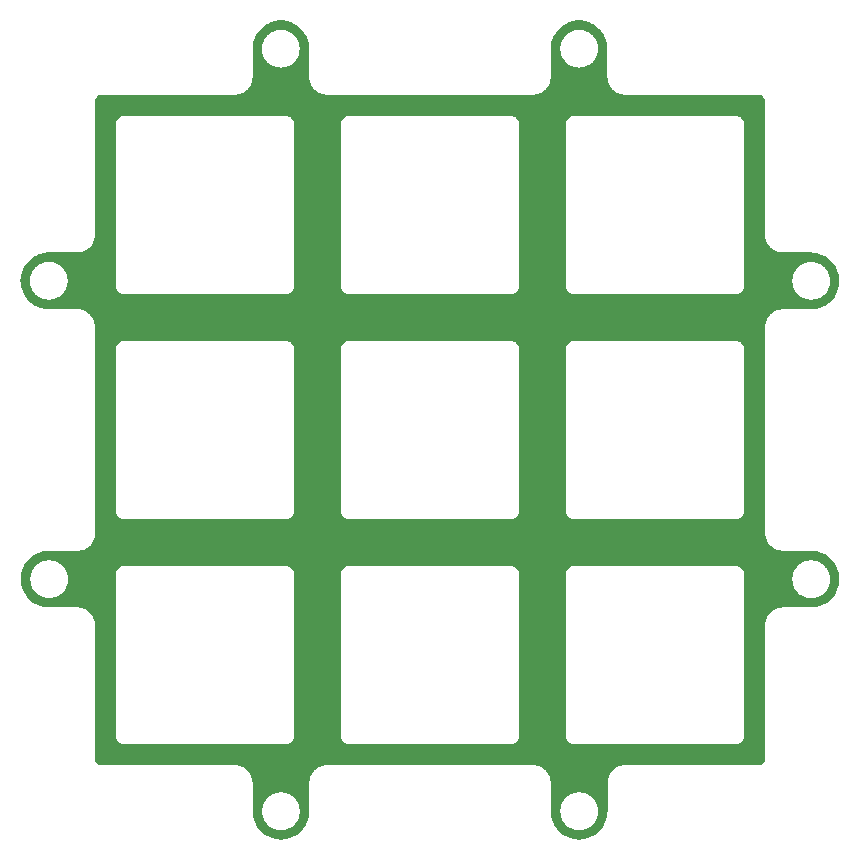
<source format=gbr>
%TF.GenerationSoftware,KiCad,Pcbnew,8.0.2*%
%TF.CreationDate,2024-10-14T14:12:18+09:00*%
%TF.ProjectId,plate,706c6174-652e-46b6-9963-61645f706362,rev?*%
%TF.SameCoordinates,Original*%
%TF.FileFunction,Copper,L1,Top*%
%TF.FilePolarity,Positive*%
%FSLAX46Y46*%
G04 Gerber Fmt 4.6, Leading zero omitted, Abs format (unit mm)*
G04 Created by KiCad (PCBNEW 8.0.2) date 2024-10-14 14:12:18*
%MOMM*%
%LPD*%
G01*
G04 APERTURE LIST*
G04 APERTURE END LIST*
%TA.AperFunction,NonConductor*%
G36*
X158757914Y-71033642D02*
G01*
X158769875Y-71034802D01*
X158989780Y-71066951D01*
X159001722Y-71069302D01*
X159218523Y-71123159D01*
X159230249Y-71126695D01*
X159372316Y-71177326D01*
X159440596Y-71201660D01*
X159451903Y-71206330D01*
X159552864Y-71253990D01*
X159567038Y-71260681D01*
X159653826Y-71301650D01*
X159664615Y-71307410D01*
X159674486Y-71313324D01*
X159856027Y-71422077D01*
X159866116Y-71428813D01*
X160045691Y-71561846D01*
X160055084Y-71569544D01*
X160220711Y-71719488D01*
X160229241Y-71728003D01*
X160277339Y-71780931D01*
X160379312Y-71893144D01*
X160387015Y-71902500D01*
X160520072Y-72081264D01*
X160526843Y-72091360D01*
X160641429Y-72281771D01*
X160647209Y-72292547D01*
X160742926Y-72494287D01*
X160747629Y-72505614D01*
X160822685Y-72715091D01*
X160826237Y-72726795D01*
X160880141Y-72942194D01*
X160882523Y-72954201D01*
X160915055Y-73174907D01*
X160916235Y-73186992D01*
X160916490Y-73192263D01*
X160927602Y-73421760D01*
X160927825Y-73426355D01*
X160927970Y-73432352D01*
X160927970Y-75779414D01*
X160926900Y-75795669D01*
X160923651Y-75820240D01*
X160923651Y-75820241D01*
X160926918Y-75845163D01*
X160927970Y-75861280D01*
X160927970Y-75886422D01*
X160934383Y-75910357D01*
X160937555Y-75926333D01*
X160956614Y-76071746D01*
X160956709Y-76073173D01*
X160966236Y-76145156D01*
X160966256Y-76145310D01*
X160974776Y-76210321D01*
X160974860Y-76210632D01*
X160974936Y-76210917D01*
X160974942Y-76210933D01*
X160974943Y-76210934D01*
X161000007Y-76271326D01*
X161023680Y-76328571D01*
X161027907Y-76338791D01*
X161028538Y-76340072D01*
X161039632Y-76366802D01*
X161060529Y-76417154D01*
X161071838Y-76444401D01*
X161071882Y-76444530D01*
X161074956Y-76451936D01*
X161074957Y-76451937D01*
X161100411Y-76513251D01*
X161101955Y-76516968D01*
X161101957Y-76516981D01*
X161101960Y-76516981D01*
X161125335Y-76573303D01*
X161125471Y-76573629D01*
X161165658Y-76625915D01*
X161165657Y-76625915D01*
X161165663Y-76625921D01*
X161205756Y-76678098D01*
X161210987Y-76684905D01*
X161211073Y-76685003D01*
X161324297Y-76832315D01*
X161324356Y-76832468D01*
X161324393Y-76832440D01*
X161364244Y-76884427D01*
X161364689Y-76884872D01*
X161416913Y-76924878D01*
X161416918Y-76924882D01*
X161566504Y-77039778D01*
X161566537Y-77039806D01*
X161571351Y-77043503D01*
X161571353Y-77043505D01*
X161611282Y-77074171D01*
X161611285Y-77074175D01*
X161611286Y-77074174D01*
X161675850Y-77123765D01*
X161675885Y-77123785D01*
X161676257Y-77123936D01*
X161724594Y-77143983D01*
X161797581Y-77174256D01*
X161797584Y-77174256D01*
X161806451Y-77177934D01*
X161806492Y-77177947D01*
X161909532Y-77220681D01*
X161910912Y-77221362D01*
X161934528Y-77231118D01*
X161978174Y-77249149D01*
X161978276Y-77249191D01*
X161978330Y-77249214D01*
X162038539Y-77274184D01*
X162038701Y-77274251D01*
X162038705Y-77274251D01*
X162039362Y-77274426D01*
X162039367Y-77274429D01*
X162104112Y-77282891D01*
X162104272Y-77282961D01*
X162104279Y-77282913D01*
X162111847Y-77283912D01*
X162169350Y-77291509D01*
X162169353Y-77291508D01*
X162176565Y-77292461D01*
X162178084Y-77292559D01*
X162322734Y-77311466D01*
X162338750Y-77314645D01*
X162362578Y-77321030D01*
X162387828Y-77321030D01*
X162403898Y-77322076D01*
X162406510Y-77322417D01*
X162428939Y-77325349D01*
X162446682Y-77322996D01*
X162453398Y-77322106D01*
X162469696Y-77321030D01*
X162660378Y-77321030D01*
X162959978Y-77321030D01*
X163258178Y-77321030D01*
X163556978Y-77321030D01*
X163854578Y-77321030D01*
X164152578Y-77321030D01*
X164450578Y-77321030D01*
X164748478Y-77321030D01*
X165047378Y-77321030D01*
X165345578Y-77321030D01*
X165644878Y-77321030D01*
X165943378Y-77321030D01*
X166302986Y-77321030D01*
X166302995Y-77321030D01*
X166530371Y-77321036D01*
X166530406Y-77321040D01*
X166610619Y-77321040D01*
X166672145Y-77321042D01*
X166672148Y-77321040D01*
X166680768Y-77321041D01*
X166680797Y-77321040D01*
X166839378Y-77321040D01*
X167137378Y-77321040D01*
X167436278Y-77321040D01*
X167733978Y-77321040D01*
X168032878Y-77321040D01*
X168331578Y-77321040D01*
X168630778Y-77321040D01*
X168929278Y-77321040D01*
X169228078Y-77321040D01*
X169525878Y-77321040D01*
X169824078Y-77321040D01*
X170122678Y-77321040D01*
X170420478Y-77321040D01*
X170719978Y-77321040D01*
X171079786Y-77321040D01*
X171079795Y-77321040D01*
X171306571Y-77321046D01*
X171306606Y-77321050D01*
X171386919Y-77321050D01*
X171448345Y-77321052D01*
X171448348Y-77321050D01*
X171456968Y-77321051D01*
X171456997Y-77321050D01*
X171615178Y-77321050D01*
X171913978Y-77321050D01*
X172213178Y-77321050D01*
X172512678Y-77321050D01*
X172811378Y-77321050D01*
X173110278Y-77321050D01*
X173409478Y-77321050D01*
X173732237Y-77321050D01*
X173748342Y-77322099D01*
X173885433Y-77340058D01*
X173916854Y-77348478D01*
X173967074Y-77369318D01*
X174005526Y-77385275D01*
X174033572Y-77401496D01*
X174110250Y-77460442D01*
X174132999Y-77483194D01*
X174192135Y-77560149D01*
X174208359Y-77588219D01*
X174245217Y-77677129D01*
X174253620Y-77708515D01*
X174271520Y-77845208D01*
X174272570Y-77861308D01*
X174272570Y-78643370D01*
X174272545Y-78643756D01*
X174272570Y-78717418D01*
X174272570Y-78791099D01*
X174272594Y-78791474D01*
X174272670Y-79016713D01*
X174272670Y-79837371D01*
X174272645Y-79837757D01*
X174272670Y-79911283D01*
X174272670Y-79985099D01*
X174272694Y-79985474D01*
X174272770Y-80209952D01*
X174272770Y-81332171D01*
X174272745Y-81332557D01*
X174272770Y-81406098D01*
X174272770Y-81479899D01*
X174272794Y-81480274D01*
X174272870Y-81704837D01*
X174272870Y-82527770D01*
X174272845Y-82528156D01*
X174272870Y-82601818D01*
X174272870Y-82675499D01*
X174272894Y-82675874D01*
X174272970Y-82901113D01*
X174272970Y-84023070D01*
X174272945Y-84023456D01*
X174272970Y-84097072D01*
X174272970Y-84170799D01*
X174272994Y-84171174D01*
X174273070Y-84396159D01*
X174273070Y-85217970D01*
X174273045Y-85218356D01*
X174273070Y-85291988D01*
X174273070Y-85365699D01*
X174273094Y-85366074D01*
X174273170Y-85591143D01*
X174273170Y-86712470D01*
X174273145Y-86712856D01*
X174273170Y-86786472D01*
X174273170Y-86860199D01*
X174273194Y-86860574D01*
X174273270Y-87085559D01*
X174273270Y-87910070D01*
X174273245Y-87910456D01*
X174273270Y-87984103D01*
X174273270Y-88057799D01*
X174273294Y-88058174D01*
X174273370Y-88282414D01*
X174273370Y-89138871D01*
X174272299Y-89155132D01*
X174269051Y-89179687D01*
X174271001Y-89194571D01*
X174272319Y-89204626D01*
X174273370Y-89220737D01*
X174273370Y-89245893D01*
X174279780Y-89269818D01*
X174282953Y-89285798D01*
X174302014Y-89431279D01*
X174302144Y-89433237D01*
X174311714Y-89505303D01*
X174311742Y-89505516D01*
X174320172Y-89569863D01*
X174320266Y-89570209D01*
X174320342Y-89570492D01*
X174320395Y-89570693D01*
X174320399Y-89570702D01*
X174345401Y-89630873D01*
X174345444Y-89631087D01*
X174345483Y-89631071D01*
X174373166Y-89698021D01*
X174374033Y-89699780D01*
X174441441Y-89862001D01*
X174444684Y-89869804D01*
X174444694Y-89869830D01*
X174471011Y-89933204D01*
X174471061Y-89933290D01*
X174471066Y-89933297D01*
X174471067Y-89933298D01*
X174503214Y-89975097D01*
X174510750Y-89984895D01*
X174510747Y-89984896D01*
X174510766Y-89984916D01*
X174669588Y-90191515D01*
X174669667Y-90191718D01*
X174669716Y-90191681D01*
X174709626Y-90243778D01*
X174709766Y-90243918D01*
X174709922Y-90244073D01*
X174710223Y-90244374D01*
X174710225Y-90244376D01*
X174710228Y-90244379D01*
X174762216Y-90284197D01*
X174800742Y-90313808D01*
X174910172Y-90397916D01*
X174910582Y-90398276D01*
X174968622Y-90442841D01*
X174968612Y-90442852D01*
X174968667Y-90442875D01*
X175021111Y-90483184D01*
X175021112Y-90483184D01*
X175021113Y-90483185D01*
X175021316Y-90483302D01*
X175021319Y-90483304D01*
X175081576Y-90508286D01*
X175081630Y-90508309D01*
X175150027Y-90536704D01*
X175150545Y-90536880D01*
X175255066Y-90580213D01*
X175256493Y-90580917D01*
X175263132Y-90583658D01*
X175263133Y-90583659D01*
X175299100Y-90598511D01*
X175324041Y-90608810D01*
X175324032Y-90608830D01*
X175324203Y-90608877D01*
X175348931Y-90619129D01*
X175384256Y-90633776D01*
X175384940Y-90633959D01*
X175396027Y-90635406D01*
X175449880Y-90642435D01*
X175450050Y-90642510D01*
X175450057Y-90642459D01*
X175514906Y-90651019D01*
X175514906Y-90651018D01*
X175522044Y-90651961D01*
X175523612Y-90652062D01*
X175668261Y-90670946D01*
X175684289Y-90674126D01*
X175708078Y-90680500D01*
X175733378Y-90680500D01*
X175749430Y-90681543D01*
X175774516Y-90684818D01*
X175797072Y-90681823D01*
X175798924Y-90681578D01*
X175815240Y-90680500D01*
X175974778Y-90680500D01*
X176241778Y-90680500D01*
X176508478Y-90680500D01*
X176775478Y-90680500D01*
X177043478Y-90680500D01*
X177310878Y-90680500D01*
X177578278Y-90680500D01*
X177844978Y-90680500D01*
X178162195Y-90680500D01*
X178168175Y-90680643D01*
X178406455Y-90692150D01*
X178418440Y-90693316D01*
X178637937Y-90725512D01*
X178649941Y-90727884D01*
X178866415Y-90781925D01*
X178878109Y-90785466D01*
X179088029Y-90860527D01*
X179099385Y-90865235D01*
X179300796Y-90960737D01*
X179311555Y-90966504D01*
X179502662Y-91081418D01*
X179512762Y-91088188D01*
X179672090Y-91206708D01*
X179692012Y-91221527D01*
X179701373Y-91229229D01*
X179767533Y-91289326D01*
X179866675Y-91379383D01*
X179875257Y-91387983D01*
X179945090Y-91465179D01*
X180024851Y-91553351D01*
X180032509Y-91562694D01*
X180150246Y-91721556D01*
X180165371Y-91741964D01*
X180172104Y-91752045D01*
X180286517Y-91942918D01*
X180292252Y-91953645D01*
X180387897Y-92155834D01*
X180392590Y-92167175D01*
X180467405Y-92376828D01*
X180470947Y-92388553D01*
X180524690Y-92604469D01*
X180527043Y-92616390D01*
X180559556Y-92837616D01*
X180560729Y-92849648D01*
X180566632Y-92971553D01*
X180571421Y-93070456D01*
X180571595Y-93074032D01*
X180571596Y-93086009D01*
X180560818Y-93309287D01*
X180559650Y-93321298D01*
X180527432Y-93541017D01*
X180525067Y-93552999D01*
X180471106Y-93769628D01*
X180467544Y-93781403D01*
X180392347Y-93991719D01*
X180387678Y-94002995D01*
X180292161Y-94204920D01*
X180286376Y-94215729D01*
X180171444Y-94407102D01*
X180164703Y-94417175D01*
X180031339Y-94596770D01*
X180023610Y-94606176D01*
X179873251Y-94771854D01*
X179864732Y-94780370D01*
X179699094Y-94930599D01*
X179689756Y-94938273D01*
X179510632Y-95071400D01*
X179500527Y-95078168D01*
X179309696Y-95192823D01*
X179298930Y-95198589D01*
X179096745Y-95294390D01*
X179085440Y-95299078D01*
X178875629Y-95374184D01*
X178863923Y-95377734D01*
X178648292Y-95431662D01*
X178636280Y-95434043D01*
X178415386Y-95466585D01*
X178403308Y-95467764D01*
X178163861Y-95479355D01*
X178157866Y-95479500D01*
X175814983Y-95479500D01*
X175798767Y-95478435D01*
X175774098Y-95475181D01*
X175774097Y-95475180D01*
X175752537Y-95478014D01*
X175749271Y-95478443D01*
X175733118Y-95479500D01*
X175708073Y-95479500D01*
X175684039Y-95485940D01*
X175668104Y-95489107D01*
X175450208Y-95517738D01*
X175450168Y-95517743D01*
X175385583Y-95526207D01*
X175385455Y-95526241D01*
X175349799Y-95541000D01*
X175324163Y-95551611D01*
X175150670Y-95623355D01*
X175149667Y-95623697D01*
X175082133Y-95651699D01*
X175082026Y-95651743D01*
X175021508Y-95676769D01*
X175021488Y-95676781D01*
X175021121Y-95676991D01*
X174969376Y-95716725D01*
X174969289Y-95716792D01*
X174969288Y-95716793D01*
X174916915Y-95756933D01*
X174916914Y-95756934D01*
X174911030Y-95761444D01*
X174910244Y-95762132D01*
X174762011Y-95875959D01*
X174761941Y-95876013D01*
X174710029Y-95915815D01*
X174709925Y-95915921D01*
X174709785Y-95916060D01*
X174669288Y-95968875D01*
X174669234Y-95968946D01*
X174555621Y-96116892D01*
X174555546Y-96116979D01*
X174524484Y-96157439D01*
X174514563Y-96170361D01*
X174495886Y-96194683D01*
X174471263Y-96226746D01*
X174449146Y-96280102D01*
X174449141Y-96280114D01*
X174417787Y-96355725D01*
X174417745Y-96355848D01*
X174373848Y-96461741D01*
X174373651Y-96462144D01*
X174345469Y-96530203D01*
X174345452Y-96530245D01*
X174320371Y-96590750D01*
X174320341Y-96590861D01*
X174311689Y-96656640D01*
X174311683Y-96656686D01*
X174302123Y-96729152D01*
X174302093Y-96729596D01*
X174283085Y-96874114D01*
X174279919Y-96890035D01*
X174273471Y-96914100D01*
X174273470Y-96914109D01*
X174273470Y-96939105D01*
X174272411Y-96955275D01*
X174269150Y-96980060D01*
X174269150Y-96980062D01*
X174272407Y-97004769D01*
X174273470Y-97020970D01*
X174273470Y-114394172D01*
X174272404Y-114410397D01*
X174269150Y-114435045D01*
X174272414Y-114459890D01*
X174273470Y-114476037D01*
X174273470Y-114501094D01*
X174279906Y-114525115D01*
X174283074Y-114541057D01*
X174311436Y-114756987D01*
X174311437Y-114757003D01*
X174311438Y-114757003D01*
X174320200Y-114823780D01*
X174345287Y-114884396D01*
X174345290Y-114884414D01*
X174345294Y-114884413D01*
X174417358Y-115058608D01*
X174417642Y-115059441D01*
X174445476Y-115126569D01*
X174445495Y-115126668D01*
X174445513Y-115126661D01*
X174470774Y-115187722D01*
X174470966Y-115188056D01*
X174481027Y-115201157D01*
X174506138Y-115233858D01*
X174510618Y-115239691D01*
X174510655Y-115239788D01*
X174510678Y-115239771D01*
X174555579Y-115298339D01*
X174556166Y-115299008D01*
X174669915Y-115447140D01*
X174669963Y-115447264D01*
X174669993Y-115447242D01*
X174709666Y-115499017D01*
X174710032Y-115499383D01*
X174710036Y-115499388D01*
X174762581Y-115539677D01*
X174762684Y-115539756D01*
X174909662Y-115652696D01*
X174910314Y-115653268D01*
X174968781Y-115698125D01*
X174968856Y-115698182D01*
X175020561Y-115737913D01*
X175020827Y-115738066D01*
X175020891Y-115738103D01*
X175020895Y-115738106D01*
X175070019Y-115758449D01*
X175081380Y-115763154D01*
X175081375Y-115763164D01*
X175081464Y-115763188D01*
X175142281Y-115788429D01*
X175149380Y-115791375D01*
X175150193Y-115791650D01*
X175256851Y-115835820D01*
X175256893Y-115835841D01*
X175263113Y-115838416D01*
X175263114Y-115838417D01*
X175329026Y-115865709D01*
X175329029Y-115865711D01*
X175329030Y-115865711D01*
X175348606Y-115873817D01*
X175384852Y-115888828D01*
X175384854Y-115888828D01*
X175384878Y-115888838D01*
X175384920Y-115888849D01*
X175385825Y-115888959D01*
X175456889Y-115898306D01*
X175515510Y-115906019D01*
X175515511Y-115906018D01*
X175525591Y-115907345D01*
X175525639Y-115907348D01*
X175540279Y-115909273D01*
X175668090Y-115926084D01*
X175684002Y-115929248D01*
X175708078Y-115935700D01*
X175733075Y-115935700D01*
X175749244Y-115936758D01*
X175774031Y-115940019D01*
X175798741Y-115936762D01*
X175814940Y-115935700D01*
X175974778Y-115935700D01*
X176241778Y-115935700D01*
X176508478Y-115935700D01*
X176775478Y-115935700D01*
X177043478Y-115935700D01*
X177310878Y-115935700D01*
X177578278Y-115935700D01*
X177844978Y-115935700D01*
X178162195Y-115935700D01*
X178168175Y-115935843D01*
X178406455Y-115947350D01*
X178418440Y-115948516D01*
X178637937Y-115980712D01*
X178649941Y-115983084D01*
X178866415Y-116037125D01*
X178878109Y-116040666D01*
X179088029Y-116115727D01*
X179099385Y-116120435D01*
X179300796Y-116215937D01*
X179311555Y-116221704D01*
X179502662Y-116336618D01*
X179512762Y-116343388D01*
X179688239Y-116473921D01*
X179692012Y-116476727D01*
X179701373Y-116484429D01*
X179767533Y-116544526D01*
X179866675Y-116634583D01*
X179875257Y-116643183D01*
X179954136Y-116730379D01*
X180024851Y-116808551D01*
X180032509Y-116817894D01*
X180163565Y-116994727D01*
X180165371Y-116997164D01*
X180172104Y-117007245D01*
X180286517Y-117198118D01*
X180292252Y-117208845D01*
X180387897Y-117411034D01*
X180392590Y-117422376D01*
X180467408Y-117632038D01*
X180470949Y-117643762D01*
X180524694Y-117859680D01*
X180527047Y-117871595D01*
X180559555Y-118092720D01*
X180560729Y-118104761D01*
X180571595Y-118329234D01*
X180571596Y-118341208D01*
X180560818Y-118564487D01*
X180559650Y-118576498D01*
X180527432Y-118796217D01*
X180525067Y-118808199D01*
X180471106Y-119024828D01*
X180467544Y-119036603D01*
X180392362Y-119246877D01*
X180387685Y-119258169D01*
X180292154Y-119460047D01*
X180286383Y-119470832D01*
X180171427Y-119662319D01*
X180164668Y-119672421D01*
X180031340Y-119851969D01*
X180023610Y-119861376D01*
X179873251Y-120027054D01*
X179864732Y-120035570D01*
X179699094Y-120185799D01*
X179689756Y-120193473D01*
X179510632Y-120326600D01*
X179500527Y-120333368D01*
X179309696Y-120448023D01*
X179298930Y-120453789D01*
X179096745Y-120549590D01*
X179085440Y-120554278D01*
X178875629Y-120629384D01*
X178863923Y-120632934D01*
X178648292Y-120686862D01*
X178636280Y-120689243D01*
X178415386Y-120721785D01*
X178403308Y-120722964D01*
X178163861Y-120734555D01*
X178157866Y-120734700D01*
X175815083Y-120734700D01*
X175798829Y-120733630D01*
X175792019Y-120732729D01*
X175774258Y-120730381D01*
X175774256Y-120730381D01*
X175761680Y-120732029D01*
X175749331Y-120733648D01*
X175733217Y-120734700D01*
X175708075Y-120734700D01*
X175684139Y-120741114D01*
X175668161Y-120744287D01*
X175522805Y-120763339D01*
X175521466Y-120763427D01*
X175449110Y-120772998D01*
X175448966Y-120773017D01*
X175384182Y-120781508D01*
X175383835Y-120781602D01*
X175383626Y-120781658D01*
X175383619Y-120781659D01*
X175322985Y-120806819D01*
X175322850Y-120806875D01*
X175255705Y-120834642D01*
X175254502Y-120835235D01*
X175149870Y-120878651D01*
X175149569Y-120878754D01*
X175081533Y-120907007D01*
X175081503Y-120907019D01*
X175020851Y-120932186D01*
X175020803Y-120932213D01*
X174969041Y-120972006D01*
X174969014Y-120972026D01*
X174910404Y-121017056D01*
X174910152Y-121017275D01*
X174762376Y-121130879D01*
X174716054Y-121166382D01*
X174710097Y-121170948D01*
X174710018Y-121171028D01*
X174709805Y-121171242D01*
X174709598Y-121171447D01*
X174679903Y-121210217D01*
X174669964Y-121223195D01*
X174610322Y-121300831D01*
X174555092Y-121372723D01*
X174555009Y-121372820D01*
X174519970Y-121418439D01*
X174514556Y-121425490D01*
X174510485Y-121430790D01*
X174510477Y-121430800D01*
X174470711Y-121482562D01*
X174447335Y-121538925D01*
X174447330Y-121538936D01*
X174417464Y-121610922D01*
X174417427Y-121611029D01*
X174373768Y-121716290D01*
X174373184Y-121717478D01*
X174359083Y-121751589D01*
X174345448Y-121784572D01*
X174330099Y-121821579D01*
X174320210Y-121845422D01*
X174320121Y-121845756D01*
X174320061Y-121845976D01*
X174311594Y-121910641D01*
X174311576Y-121910782D01*
X174302005Y-121983223D01*
X174301917Y-121984548D01*
X174282949Y-122129411D01*
X174279774Y-122145399D01*
X174273371Y-122169298D01*
X174273370Y-122169309D01*
X174273370Y-122194487D01*
X174272320Y-122210588D01*
X174269051Y-122235551D01*
X174269051Y-122235552D01*
X174272298Y-122260085D01*
X174273370Y-122276355D01*
X174273370Y-123130981D01*
X174273294Y-123356017D01*
X174273270Y-123356397D01*
X174273270Y-123430068D01*
X174273245Y-123503741D01*
X174273270Y-123504120D01*
X174273270Y-124323743D01*
X174273194Y-124548017D01*
X174273170Y-124548397D01*
X174273170Y-124622204D01*
X174273145Y-124695740D01*
X174273170Y-124696119D01*
X174273170Y-125817258D01*
X174273094Y-126041617D01*
X174273070Y-126041997D01*
X174273070Y-126115789D01*
X174273045Y-126189340D01*
X174273070Y-126189719D01*
X174273070Y-127011881D01*
X174272994Y-127236917D01*
X174272970Y-127237297D01*
X174272970Y-127310968D01*
X174272945Y-127384641D01*
X174272970Y-127385020D01*
X174272970Y-128505835D01*
X174272894Y-128730617D01*
X174272870Y-128730997D01*
X174272870Y-128804712D01*
X174272845Y-128878340D01*
X174272870Y-128878719D01*
X174272870Y-129699650D01*
X174272794Y-129924517D01*
X174272770Y-129924897D01*
X174272770Y-129998597D01*
X174272745Y-130072240D01*
X174272770Y-130072619D01*
X174272770Y-131192750D01*
X174272694Y-131417617D01*
X174272670Y-131417997D01*
X174272670Y-131491697D01*
X174272645Y-131565340D01*
X174272670Y-131565719D01*
X174272670Y-132389366D01*
X174272594Y-132614317D01*
X174272570Y-132614697D01*
X174272570Y-132688382D01*
X174272545Y-132762040D01*
X174272570Y-132762419D01*
X174272570Y-133543747D01*
X174271518Y-133559863D01*
X174253562Y-133696850D01*
X174245129Y-133728298D01*
X174208282Y-133817011D01*
X174192075Y-133845022D01*
X174133047Y-133921806D01*
X174110304Y-133944546D01*
X174033376Y-134003673D01*
X174005301Y-134019904D01*
X173916434Y-134056748D01*
X173885044Y-134065152D01*
X173748361Y-134083050D01*
X173732261Y-134084100D01*
X172951790Y-134084100D01*
X172951409Y-134084075D01*
X172877796Y-134084099D01*
X172877726Y-134084100D01*
X172804067Y-134084100D01*
X172803687Y-134084124D01*
X172578778Y-134084200D01*
X171759990Y-134084200D01*
X171759609Y-134084175D01*
X171686063Y-134084200D01*
X171612267Y-134084200D01*
X171611887Y-134084224D01*
X171387741Y-134084300D01*
X170267790Y-134084300D01*
X170267409Y-134084275D01*
X170193848Y-134084300D01*
X170120067Y-134084300D01*
X170119687Y-134084324D01*
X169895456Y-134084400D01*
X169074290Y-134084400D01*
X169073909Y-134084375D01*
X169000296Y-134084399D01*
X169000226Y-134084400D01*
X168926567Y-134084400D01*
X168926187Y-134084424D01*
X168701278Y-134084500D01*
X167880691Y-134084500D01*
X167880310Y-134084475D01*
X167806635Y-134084499D01*
X167806565Y-134084500D01*
X167732967Y-134084500D01*
X167732587Y-134084524D01*
X167507447Y-134084599D01*
X167507341Y-134084600D01*
X166388790Y-134084600D01*
X166388409Y-134084575D01*
X166314827Y-134084599D01*
X166314756Y-134084600D01*
X166241067Y-134084600D01*
X166240687Y-134084624D01*
X166015948Y-134084700D01*
X165194990Y-134084700D01*
X165194609Y-134084675D01*
X165121017Y-134084700D01*
X165047267Y-134084700D01*
X165046887Y-134084724D01*
X164822487Y-134084800D01*
X163701390Y-134084800D01*
X163701009Y-134084775D01*
X163627412Y-134084799D01*
X163627341Y-134084800D01*
X163553667Y-134084800D01*
X163553287Y-134084824D01*
X163328463Y-134084900D01*
X162474583Y-134084900D01*
X162458329Y-134083830D01*
X162451519Y-134082929D01*
X162433758Y-134080581D01*
X162433756Y-134080581D01*
X162421180Y-134082229D01*
X162408831Y-134083848D01*
X162392717Y-134084900D01*
X162367575Y-134084900D01*
X162343639Y-134091314D01*
X162327661Y-134094487D01*
X162182330Y-134113536D01*
X162180613Y-134113649D01*
X162173583Y-134114581D01*
X162173580Y-134114581D01*
X162108671Y-134123190D01*
X162108641Y-134123194D01*
X162043683Y-134131708D01*
X162043383Y-134131789D01*
X162042961Y-134131901D01*
X161982735Y-134156915D01*
X161982563Y-134156986D01*
X161915408Y-134184759D01*
X161913849Y-134185527D01*
X161749717Y-134253700D01*
X161749710Y-134253703D01*
X161680252Y-134282547D01*
X161626359Y-134323983D01*
X161626353Y-134323988D01*
X161421789Y-134481245D01*
X161421625Y-134481370D01*
X161369682Y-134521162D01*
X161369519Y-134521327D01*
X161369245Y-134521602D01*
X161369099Y-134521747D01*
X161369091Y-134521758D01*
X161329272Y-134573746D01*
X161311699Y-134596610D01*
X161215443Y-134721844D01*
X161214812Y-134722565D01*
X161170316Y-134780557D01*
X161170255Y-134780637D01*
X161130278Y-134832650D01*
X161130080Y-134832993D01*
X161105332Y-134892748D01*
X161105292Y-134892843D01*
X161076862Y-134961324D01*
X161076558Y-134962219D01*
X161033232Y-135066824D01*
X161032891Y-135067519D01*
X161004667Y-135135790D01*
X161004638Y-135135862D01*
X160979742Y-135195973D01*
X160979662Y-135196274D01*
X160971129Y-135261438D01*
X160971119Y-135261519D01*
X160961558Y-135334154D01*
X160961509Y-135334906D01*
X160942548Y-135479711D01*
X160939374Y-135495699D01*
X160932971Y-135519598D01*
X160932970Y-135519609D01*
X160932970Y-135544787D01*
X160931920Y-135560888D01*
X160928651Y-135585851D01*
X160928651Y-135585852D01*
X160931898Y-135610385D01*
X160932970Y-135626655D01*
X160932970Y-137973724D01*
X160932826Y-137979705D01*
X160932608Y-137984220D01*
X160921319Y-138217970D01*
X160920150Y-138229984D01*
X160887942Y-138449557D01*
X160885573Y-138461554D01*
X160831642Y-138677903D01*
X160828070Y-138689698D01*
X160752944Y-138899582D01*
X160748258Y-138910884D01*
X160652799Y-139112373D01*
X160647007Y-139123183D01*
X160532158Y-139314180D01*
X160525382Y-139324289D01*
X160392090Y-139503475D01*
X160384363Y-139512864D01*
X160234127Y-139678172D01*
X160225547Y-139686732D01*
X160060068Y-139836424D01*
X160050737Y-139844073D01*
X159871622Y-139976879D01*
X159861501Y-139983640D01*
X159670578Y-140098037D01*
X159659870Y-140103760D01*
X159457636Y-140199427D01*
X159446286Y-140204123D01*
X159236609Y-140278946D01*
X159224895Y-140282485D01*
X159009090Y-140336220D01*
X158997159Y-140338576D01*
X158775955Y-140371086D01*
X158763920Y-140372259D01*
X158539429Y-140383125D01*
X158527455Y-140383126D01*
X158304198Y-140372349D01*
X158292181Y-140371180D01*
X158072532Y-140338961D01*
X158060566Y-140336600D01*
X157843822Y-140282629D01*
X157832037Y-140279064D01*
X157621888Y-140203927D01*
X157610560Y-140199233D01*
X157408670Y-140103617D01*
X157397922Y-140097864D01*
X157206328Y-139982845D01*
X157196243Y-139976097D01*
X157016729Y-139842815D01*
X157007342Y-139835104D01*
X156841586Y-139684746D01*
X156833064Y-139676225D01*
X156682923Y-139510685D01*
X156675235Y-139501326D01*
X156542188Y-139322202D01*
X156535443Y-139312126D01*
X156483066Y-139224952D01*
X156420695Y-139121142D01*
X156414948Y-139110419D01*
X156319053Y-138908199D01*
X156314357Y-138896877D01*
X156239312Y-138687237D01*
X156235762Y-138675521D01*
X156181910Y-138459879D01*
X156179541Y-138447917D01*
X156173276Y-138405393D01*
X156146967Y-138226808D01*
X156145791Y-138214777D01*
X156137735Y-138049548D01*
X156134540Y-137983996D01*
X156928649Y-137983996D01*
X156928650Y-137984168D01*
X156928650Y-137984446D01*
X156928649Y-137984795D01*
X156937214Y-138049548D01*
X156937227Y-138049749D01*
X156937241Y-138049748D01*
X156964815Y-138260854D01*
X156964916Y-138262394D01*
X156974469Y-138334766D01*
X156974463Y-138334803D01*
X156974490Y-138334930D01*
X156982920Y-138399469D01*
X156983096Y-138400124D01*
X157008229Y-138460741D01*
X157008192Y-138460755D01*
X157008293Y-138460895D01*
X157035976Y-138527920D01*
X157036654Y-138529296D01*
X157059690Y-138584853D01*
X157090052Y-138658081D01*
X157090214Y-138658554D01*
X157118701Y-138727176D01*
X157118721Y-138727224D01*
X157143580Y-138787179D01*
X157143673Y-138787340D01*
X157161124Y-138810046D01*
X157184102Y-138839944D01*
X157184122Y-138839995D01*
X157184135Y-138839986D01*
X157228596Y-138897888D01*
X157228914Y-138898250D01*
X157238355Y-138910534D01*
X157358276Y-139066568D01*
X157358352Y-139066764D01*
X157358399Y-139066729D01*
X157393361Y-139112373D01*
X157398403Y-139118955D01*
X157398407Y-139118958D01*
X157398986Y-139119538D01*
X157450833Y-139159258D01*
X157450801Y-139159298D01*
X157450991Y-139159378D01*
X157619268Y-139288730D01*
X157619488Y-139288923D01*
X157678957Y-139334614D01*
X157678952Y-139334619D01*
X157678980Y-139334631D01*
X157730292Y-139374074D01*
X157730382Y-139374125D01*
X157730387Y-139374127D01*
X157730391Y-139374130D01*
X157790483Y-139399064D01*
X157790508Y-139399084D01*
X157790512Y-139399076D01*
X157859499Y-139427722D01*
X157859761Y-139427810D01*
X157988062Y-139481047D01*
X157989250Y-139481633D01*
X157996000Y-139484424D01*
X157996002Y-139484426D01*
X158056680Y-139509520D01*
X158056797Y-139509614D01*
X158056813Y-139509576D01*
X158105993Y-139529982D01*
X158117212Y-139534637D01*
X158117215Y-139534637D01*
X158117770Y-139534786D01*
X158117777Y-139534787D01*
X158117783Y-139534790D01*
X158135412Y-139537101D01*
X158182821Y-139543316D01*
X158182882Y-139543324D01*
X158247858Y-139551919D01*
X158247860Y-139551918D01*
X158255158Y-139552884D01*
X158256475Y-139552970D01*
X158467681Y-139580657D01*
X158467863Y-139580738D01*
X158467871Y-139580683D01*
X158476007Y-139581762D01*
X158532957Y-139589319D01*
X158532960Y-139589318D01*
X158532964Y-139589319D01*
X158533745Y-139589319D01*
X158533746Y-139589318D01*
X158533749Y-139589319D01*
X158598289Y-139580784D01*
X158598489Y-139580815D01*
X158598482Y-139580760D01*
X158809740Y-139553165D01*
X158811271Y-139553066D01*
X158818445Y-139552118D01*
X158818447Y-139552119D01*
X158883567Y-139543522D01*
X158883742Y-139543549D01*
X158883736Y-139543500D01*
X158948430Y-139535050D01*
X158948634Y-139534995D01*
X158949089Y-139534873D01*
X158949098Y-139534872D01*
X159009710Y-139509740D01*
X159009717Y-139509759D01*
X159009861Y-139509677D01*
X159070235Y-139484743D01*
X159070236Y-139484741D01*
X159076955Y-139481967D01*
X159078336Y-139481285D01*
X159206806Y-139428018D01*
X159207256Y-139427866D01*
X159214600Y-139424817D01*
X159214603Y-139424817D01*
X159256287Y-139407512D01*
X159276902Y-139398955D01*
X159276903Y-139398959D01*
X159276941Y-139398938D01*
X159336132Y-139374397D01*
X159336137Y-139374392D01*
X159336144Y-139374390D01*
X159336308Y-139374294D01*
X159336317Y-139374291D01*
X159373084Y-139346033D01*
X159388957Y-139333834D01*
X159388965Y-139333845D01*
X159388998Y-139333801D01*
X159440656Y-139294136D01*
X159440658Y-139294132D01*
X159447004Y-139289260D01*
X159447359Y-139288948D01*
X159615537Y-139159694D01*
X159615699Y-139159569D01*
X159665858Y-139121150D01*
X159667925Y-139119567D01*
X159667931Y-139119558D01*
X159668497Y-139118991D01*
X159668506Y-139118985D01*
X159708227Y-139067136D01*
X159708249Y-139067153D01*
X159708343Y-139066985D01*
X159837472Y-138898998D01*
X159837644Y-138898805D01*
X159842808Y-138892083D01*
X159842810Y-138892082D01*
X159883583Y-138839012D01*
X159883585Y-138839013D01*
X159883593Y-138838997D01*
X159923039Y-138787684D01*
X159923041Y-138787677D01*
X159923046Y-138787672D01*
X159923096Y-138787586D01*
X159923097Y-138787582D01*
X159923100Y-138787579D01*
X159948628Y-138726055D01*
X159948646Y-138726033D01*
X159948639Y-138726031D01*
X159954336Y-138712311D01*
X159973576Y-138665975D01*
X159973576Y-138665972D01*
X159976714Y-138658416D01*
X159976800Y-138658158D01*
X160029998Y-138529952D01*
X160030576Y-138528784D01*
X160033393Y-138521971D01*
X160033396Y-138521968D01*
X160058546Y-138461154D01*
X160058546Y-138461153D01*
X160058547Y-138461153D01*
X160058566Y-138461104D01*
X160083607Y-138400758D01*
X160083608Y-138400749D01*
X160083759Y-138400189D01*
X160083758Y-138400189D01*
X160083760Y-138400187D01*
X160092286Y-138335147D01*
X160100889Y-138270112D01*
X160100888Y-138270109D01*
X160101852Y-138262827D01*
X160101939Y-138261506D01*
X160101945Y-138261465D01*
X160129699Y-138049748D01*
X160138288Y-137985013D01*
X160138287Y-137985010D01*
X160138288Y-137985008D01*
X160138288Y-137984228D01*
X160138289Y-137984221D01*
X160131249Y-137930973D01*
X160129688Y-137919164D01*
X160129663Y-137918973D01*
X160102135Y-137708228D01*
X160102036Y-137706694D01*
X160092529Y-137634680D01*
X160092506Y-137634511D01*
X160092506Y-137634510D01*
X160084020Y-137569539D01*
X160084018Y-137569536D01*
X160084018Y-137569529D01*
X160083844Y-137568879D01*
X160059029Y-137509029D01*
X160058964Y-137508872D01*
X160030977Y-137441111D01*
X160030288Y-137439712D01*
X159976976Y-137311134D01*
X159976821Y-137310676D01*
X159948091Y-137241468D01*
X159948071Y-137241419D01*
X159923367Y-137181838D01*
X159923367Y-137181837D01*
X159923364Y-137181834D01*
X159923258Y-137181648D01*
X159883235Y-137129572D01*
X159883204Y-137129533D01*
X159843106Y-137077314D01*
X159843103Y-137077311D01*
X159838370Y-137071148D01*
X159838057Y-137070790D01*
X159708390Y-136902076D01*
X159708267Y-136901915D01*
X159668532Y-136850040D01*
X159668223Y-136849731D01*
X159667963Y-136849470D01*
X159615854Y-136809548D01*
X159615696Y-136809427D01*
X159447322Y-136680000D01*
X159447224Y-136679914D01*
X159384951Y-136632056D01*
X159358859Y-136611999D01*
X159336648Y-136594926D01*
X159336614Y-136594906D01*
X159277798Y-136570492D01*
X159277786Y-136570487D01*
X159207535Y-136541317D01*
X159207410Y-136541274D01*
X159079026Y-136487982D01*
X159077668Y-136487313D01*
X159070805Y-136484475D01*
X159010244Y-136459431D01*
X159010111Y-136459324D01*
X159010093Y-136459369D01*
X158949881Y-136434376D01*
X158949638Y-136434311D01*
X158949486Y-136434271D01*
X158949239Y-136434204D01*
X158883978Y-136425652D01*
X158883979Y-136425640D01*
X158883814Y-136425630D01*
X158812160Y-136416142D01*
X158810650Y-136416042D01*
X158598741Y-136388273D01*
X158598544Y-136388247D01*
X158533965Y-136379679D01*
X158533624Y-136379680D01*
X158533189Y-136379680D01*
X158533177Y-136379679D01*
X158467887Y-136388314D01*
X158467691Y-136388340D01*
X158257114Y-136415845D01*
X158255575Y-136415945D01*
X158183480Y-136425463D01*
X158183315Y-136425484D01*
X158118493Y-136433952D01*
X158118435Y-136433968D01*
X158118043Y-136434073D01*
X158117859Y-136434121D01*
X158071016Y-136453543D01*
X158057841Y-136459006D01*
X157990142Y-136486967D01*
X157988735Y-136487659D01*
X157859848Y-136541098D01*
X157859388Y-136541256D01*
X157852337Y-136544183D01*
X157790437Y-136569878D01*
X157762273Y-136581555D01*
X157730789Y-136594610D01*
X157730633Y-136594701D01*
X157678543Y-136634734D01*
X157678504Y-136634763D01*
X157620267Y-136679483D01*
X157619894Y-136679808D01*
X157451206Y-136809456D01*
X157451047Y-136809578D01*
X157399000Y-136849445D01*
X157398858Y-136849588D01*
X157398592Y-136849854D01*
X157398446Y-136849998D01*
X157358640Y-136901956D01*
X157358519Y-136902114D01*
X157228472Y-137071293D01*
X157228380Y-137071400D01*
X157181033Y-137133009D01*
X157181025Y-137133019D01*
X157143884Y-137181336D01*
X157119467Y-137240159D01*
X157119462Y-137240171D01*
X157090340Y-137310304D01*
X157090297Y-137310432D01*
X157036933Y-137438990D01*
X157036263Y-137440350D01*
X157008339Y-137507876D01*
X157008276Y-137508026D01*
X156983346Y-137568087D01*
X156983243Y-137568475D01*
X156983177Y-137568723D01*
X156983175Y-137568729D01*
X156974622Y-137633992D01*
X156974600Y-137634155D01*
X156965110Y-137705822D01*
X156965010Y-137707333D01*
X156938697Y-137908137D01*
X156937286Y-137918910D01*
X156937284Y-137918922D01*
X156928649Y-137983996D01*
X156134540Y-137983996D01*
X156134117Y-137975328D01*
X156133970Y-137969290D01*
X156133970Y-135625877D01*
X156135041Y-135609613D01*
X156138185Y-135585854D01*
X156138189Y-135585820D01*
X156135021Y-135561638D01*
X156133970Y-135545530D01*
X156133970Y-135519610D01*
X156133970Y-135519609D01*
X156133970Y-135519608D01*
X156127361Y-135494945D01*
X156124191Y-135478978D01*
X156105454Y-135335960D01*
X156105415Y-135335343D01*
X156104388Y-135327542D01*
X156104389Y-135327540D01*
X156095758Y-135261949D01*
X156095769Y-135261878D01*
X156095750Y-135261881D01*
X156090459Y-135221502D01*
X156087270Y-135197152D01*
X156087267Y-135197145D01*
X156087249Y-135197075D01*
X156087198Y-135196888D01*
X156087198Y-135196882D01*
X156061968Y-135135958D01*
X156036916Y-135075368D01*
X156036914Y-135075366D01*
X156033943Y-135068179D01*
X156033674Y-135067635D01*
X155990163Y-134962569D01*
X155990095Y-134962363D01*
X155986872Y-134954584D01*
X155961244Y-134892735D01*
X155961242Y-134892711D01*
X155961236Y-134892714D01*
X155936476Y-134832925D01*
X155936474Y-134832923D01*
X155936473Y-134832919D01*
X155936429Y-134832842D01*
X155897013Y-134781488D01*
X155856259Y-134728367D01*
X155856258Y-134728366D01*
X155851328Y-134721940D01*
X155851181Y-134721774D01*
X155738008Y-134574320D01*
X155727114Y-134560112D01*
X155697564Y-134521572D01*
X155697394Y-134521402D01*
X155697388Y-134521397D01*
X155697387Y-134521396D01*
X155644975Y-134481188D01*
X155644939Y-134481139D01*
X155644929Y-134481153D01*
X155442829Y-134325955D01*
X155442826Y-134325952D01*
X155386655Y-134282813D01*
X155314976Y-134253090D01*
X155314976Y-134253089D01*
X155314972Y-134253089D01*
X155152066Y-134185531D01*
X155151461Y-134185232D01*
X155083096Y-134156929D01*
X155083101Y-134156916D01*
X155083028Y-134156901D01*
X155022836Y-134131939D01*
X155022829Y-134131936D01*
X155022546Y-134131860D01*
X154957649Y-134123328D01*
X154957649Y-134123322D01*
X154957575Y-134123318D01*
X154884670Y-134113688D01*
X154883999Y-134113644D01*
X154739246Y-134094612D01*
X154723320Y-134091446D01*
X154712462Y-134088536D01*
X154699262Y-134085000D01*
X154699261Y-134085000D01*
X154674249Y-134085000D01*
X154658086Y-134083942D01*
X154633281Y-134080680D01*
X154633280Y-134080680D01*
X154610670Y-134083662D01*
X154608591Y-134083936D01*
X154592384Y-134085000D01*
X137224483Y-134085000D01*
X137208229Y-134083930D01*
X137201419Y-134083029D01*
X137183658Y-134080681D01*
X137183656Y-134080681D01*
X137171080Y-134082329D01*
X137158731Y-134083948D01*
X137142617Y-134085000D01*
X137117475Y-134085000D01*
X137093539Y-134091414D01*
X137077561Y-134094587D01*
X136932221Y-134113637D01*
X136930723Y-134113735D01*
X136858607Y-134123286D01*
X136858445Y-134123307D01*
X136801755Y-134130737D01*
X136795622Y-134131542D01*
X136793577Y-134131810D01*
X136793426Y-134131851D01*
X136793098Y-134131939D01*
X136792958Y-134131976D01*
X136792941Y-134131982D01*
X136792940Y-134131983D01*
X136732506Y-134157069D01*
X136665191Y-134184907D01*
X136663839Y-134185573D01*
X136599785Y-134212162D01*
X136488714Y-134258269D01*
X136430344Y-134282492D01*
X136370361Y-134328592D01*
X136370351Y-134328600D01*
X136172208Y-134480848D01*
X136172118Y-134480917D01*
X136119400Y-134521347D01*
X136119241Y-134521506D01*
X136119082Y-134521664D01*
X136079153Y-134573770D01*
X136079085Y-134573858D01*
X135922889Y-134777306D01*
X135922875Y-134777325D01*
X135880188Y-134832903D01*
X135880162Y-134832948D01*
X135874174Y-134847394D01*
X135857474Y-134887684D01*
X135856693Y-134889567D01*
X135856682Y-134889592D01*
X135783267Y-135066591D01*
X135782686Y-135067772D01*
X135766409Y-135107148D01*
X135754948Y-135134872D01*
X135745777Y-135156984D01*
X135729710Y-135195722D01*
X135729621Y-135196056D01*
X135729561Y-135196276D01*
X135721094Y-135260941D01*
X135721076Y-135261082D01*
X135711505Y-135333523D01*
X135711417Y-135334844D01*
X135710996Y-135338067D01*
X135692449Y-135479711D01*
X135689274Y-135495699D01*
X135682871Y-135519598D01*
X135682870Y-135519609D01*
X135682870Y-135544787D01*
X135681820Y-135560888D01*
X135678551Y-135585851D01*
X135678551Y-135585852D01*
X135681798Y-135610385D01*
X135682870Y-135626655D01*
X135682870Y-137973724D01*
X135682726Y-137979705D01*
X135682508Y-137984220D01*
X135671219Y-138217970D01*
X135670050Y-138229984D01*
X135637842Y-138449557D01*
X135635473Y-138461553D01*
X135581510Y-138678032D01*
X135577957Y-138689776D01*
X135502936Y-138899664D01*
X135498214Y-138911054D01*
X135402757Y-139112373D01*
X135396970Y-139123166D01*
X135282076Y-139314160D01*
X135275315Y-139324245D01*
X135156161Y-139484426D01*
X135141940Y-139503544D01*
X135134234Y-139512908D01*
X134984091Y-139678199D01*
X134975490Y-139686783D01*
X134810119Y-139836378D01*
X134800767Y-139844042D01*
X134621479Y-139976918D01*
X134611412Y-139983644D01*
X134420513Y-140098106D01*
X134409736Y-140103866D01*
X134207597Y-140199409D01*
X134196283Y-140204088D01*
X133986509Y-140278946D01*
X133974795Y-140282485D01*
X133758990Y-140336220D01*
X133747059Y-140338576D01*
X133525855Y-140371086D01*
X133513819Y-140372259D01*
X133289331Y-140383124D01*
X133277356Y-140383125D01*
X133054183Y-140372348D01*
X133042174Y-140371180D01*
X132822425Y-140338958D01*
X132810453Y-140336596D01*
X132593722Y-140282629D01*
X132581937Y-140279064D01*
X132371695Y-140203893D01*
X132360402Y-140199216D01*
X132158570Y-140103706D01*
X132147774Y-140097928D01*
X131956357Y-139982969D01*
X131946301Y-139976239D01*
X131851350Y-139905731D01*
X131766640Y-139842827D01*
X131757254Y-139835116D01*
X131591548Y-139684803D01*
X131582989Y-139676241D01*
X131537980Y-139626590D01*
X131432894Y-139510665D01*
X131425247Y-139501357D01*
X131292066Y-139322158D01*
X131285300Y-139312054D01*
X131170595Y-139121142D01*
X131164848Y-139110419D01*
X131068953Y-138908199D01*
X131064257Y-138896877D01*
X130989212Y-138687237D01*
X130985662Y-138675521D01*
X130931810Y-138459879D01*
X130929441Y-138447917D01*
X130923176Y-138405393D01*
X130896867Y-138226808D01*
X130895691Y-138214777D01*
X130887635Y-138049548D01*
X130884440Y-137983996D01*
X131678649Y-137983996D01*
X131678650Y-137984168D01*
X131678650Y-137984446D01*
X131678649Y-137984795D01*
X131687214Y-138049548D01*
X131687227Y-138049749D01*
X131687241Y-138049748D01*
X131714815Y-138260854D01*
X131714916Y-138262394D01*
X131724469Y-138334766D01*
X131724463Y-138334803D01*
X131724490Y-138334930D01*
X131732920Y-138399469D01*
X131733096Y-138400124D01*
X131758229Y-138460741D01*
X131758192Y-138460755D01*
X131758293Y-138460895D01*
X131785976Y-138527920D01*
X131786654Y-138529296D01*
X131809690Y-138584853D01*
X131840052Y-138658081D01*
X131840214Y-138658554D01*
X131868701Y-138727176D01*
X131868721Y-138727224D01*
X131893580Y-138787179D01*
X131893673Y-138787340D01*
X131911124Y-138810046D01*
X131934102Y-138839944D01*
X131934122Y-138839995D01*
X131934135Y-138839986D01*
X131978596Y-138897888D01*
X131978914Y-138898250D01*
X131988355Y-138910534D01*
X132108276Y-139066568D01*
X132108352Y-139066764D01*
X132108399Y-139066729D01*
X132143361Y-139112373D01*
X132148403Y-139118955D01*
X132148407Y-139118958D01*
X132148986Y-139119538D01*
X132200833Y-139159258D01*
X132200801Y-139159298D01*
X132200991Y-139159378D01*
X132369268Y-139288730D01*
X132369488Y-139288923D01*
X132428957Y-139334614D01*
X132428952Y-139334619D01*
X132428980Y-139334631D01*
X132480292Y-139374074D01*
X132480382Y-139374125D01*
X132480387Y-139374127D01*
X132480391Y-139374130D01*
X132540483Y-139399064D01*
X132540508Y-139399084D01*
X132540512Y-139399076D01*
X132609499Y-139427722D01*
X132609761Y-139427810D01*
X132738062Y-139481047D01*
X132739250Y-139481633D01*
X132746000Y-139484424D01*
X132746002Y-139484426D01*
X132806680Y-139509520D01*
X132806797Y-139509614D01*
X132806813Y-139509576D01*
X132855993Y-139529982D01*
X132867212Y-139534637D01*
X132867215Y-139534637D01*
X132867770Y-139534786D01*
X132867777Y-139534787D01*
X132867783Y-139534790D01*
X132885412Y-139537101D01*
X132932821Y-139543316D01*
X132932882Y-139543324D01*
X132997858Y-139551919D01*
X132997860Y-139551918D01*
X133005158Y-139552884D01*
X133006475Y-139552970D01*
X133217681Y-139580657D01*
X133217863Y-139580738D01*
X133217871Y-139580683D01*
X133226007Y-139581762D01*
X133282957Y-139589319D01*
X133282960Y-139589318D01*
X133282964Y-139589319D01*
X133283745Y-139589319D01*
X133283746Y-139589318D01*
X133283749Y-139589319D01*
X133348289Y-139580784D01*
X133348489Y-139580815D01*
X133348482Y-139580760D01*
X133559740Y-139553165D01*
X133561271Y-139553066D01*
X133568445Y-139552118D01*
X133568447Y-139552119D01*
X133633567Y-139543522D01*
X133633742Y-139543549D01*
X133633736Y-139543500D01*
X133698430Y-139535050D01*
X133698634Y-139534995D01*
X133699089Y-139534873D01*
X133699098Y-139534872D01*
X133759710Y-139509740D01*
X133759717Y-139509759D01*
X133759861Y-139509677D01*
X133820235Y-139484743D01*
X133820236Y-139484741D01*
X133826955Y-139481967D01*
X133828336Y-139481285D01*
X133956631Y-139428090D01*
X133956865Y-139428012D01*
X133964497Y-139424845D01*
X133964500Y-139424845D01*
X134027614Y-139398659D01*
X134027639Y-139398656D01*
X134027637Y-139398650D01*
X134032888Y-139396472D01*
X134086132Y-139374397D01*
X134086136Y-139374393D01*
X134086164Y-139374382D01*
X134086193Y-139374365D01*
X134086216Y-139374347D01*
X134086224Y-139374344D01*
X134137689Y-139334807D01*
X134190656Y-139294136D01*
X134190656Y-139294134D01*
X134197512Y-139288871D01*
X134197687Y-139288714D01*
X134365827Y-139159548D01*
X134365851Y-139159579D01*
X134365937Y-139159463D01*
X134418124Y-139119468D01*
X134418130Y-139119459D01*
X134418522Y-139119067D01*
X134418531Y-139119061D01*
X134458335Y-139067124D01*
X134458453Y-139067038D01*
X134458421Y-139067013D01*
X134632307Y-138840673D01*
X134632313Y-138840677D01*
X134632339Y-138840630D01*
X134672985Y-138787778D01*
X134672989Y-138787767D01*
X134673102Y-138787570D01*
X134673109Y-138787563D01*
X134698622Y-138726069D01*
X134698639Y-138726032D01*
X134780002Y-138530197D01*
X134780999Y-138528176D01*
X134783591Y-138521900D01*
X134783594Y-138521897D01*
X134808543Y-138461501D01*
X134808688Y-138461154D01*
X134818224Y-138438200D01*
X134833647Y-138401080D01*
X134833648Y-138401076D01*
X134833908Y-138400105D01*
X134833908Y-138400100D01*
X134833910Y-138400097D01*
X134842318Y-138335756D01*
X134842422Y-138335521D01*
X134842351Y-138335512D01*
X134843105Y-138329830D01*
X134850989Y-138270441D01*
X134850988Y-138270435D01*
X134851879Y-138263725D01*
X134852028Y-138261465D01*
X134853158Y-138252824D01*
X134868061Y-138138793D01*
X134879670Y-138049971D01*
X134879701Y-138049731D01*
X134888289Y-137985005D01*
X134888289Y-137984024D01*
X134879653Y-137918910D01*
X134852133Y-137708216D01*
X134852034Y-137706681D01*
X134842529Y-137634680D01*
X134842506Y-137634511D01*
X134842506Y-137634510D01*
X134834020Y-137569539D01*
X134834018Y-137569536D01*
X134834018Y-137569529D01*
X134833844Y-137568879D01*
X134809029Y-137509029D01*
X134808964Y-137508872D01*
X134780977Y-137441111D01*
X134780288Y-137439712D01*
X134726976Y-137311134D01*
X134726821Y-137310676D01*
X134698091Y-137241468D01*
X134698071Y-137241419D01*
X134673367Y-137181838D01*
X134673367Y-137181837D01*
X134673364Y-137181834D01*
X134673258Y-137181648D01*
X134633235Y-137129572D01*
X134633204Y-137129533D01*
X134593106Y-137077314D01*
X134593103Y-137077311D01*
X134588370Y-137071148D01*
X134588057Y-137070790D01*
X134458390Y-136902076D01*
X134458267Y-136901915D01*
X134418532Y-136850040D01*
X134418223Y-136849731D01*
X134417963Y-136849470D01*
X134365854Y-136809548D01*
X134365696Y-136809427D01*
X134197322Y-136680000D01*
X134197224Y-136679914D01*
X134134951Y-136632056D01*
X134108859Y-136611999D01*
X134086648Y-136594926D01*
X134086614Y-136594906D01*
X134027798Y-136570492D01*
X134027786Y-136570487D01*
X133957535Y-136541317D01*
X133957410Y-136541274D01*
X133829026Y-136487982D01*
X133827668Y-136487313D01*
X133820805Y-136484475D01*
X133760244Y-136459431D01*
X133760111Y-136459324D01*
X133760093Y-136459369D01*
X133699881Y-136434376D01*
X133699638Y-136434311D01*
X133699486Y-136434271D01*
X133699239Y-136434204D01*
X133633978Y-136425652D01*
X133633979Y-136425640D01*
X133633814Y-136425630D01*
X133562161Y-136416142D01*
X133560649Y-136416042D01*
X133349283Y-136388344D01*
X133349093Y-136388319D01*
X133283951Y-136379679D01*
X133283897Y-136379680D01*
X133283447Y-136379680D01*
X133283182Y-136379679D01*
X133218222Y-136388269D01*
X133218033Y-136388294D01*
X133007240Y-136415838D01*
X133005763Y-136415935D01*
X132998594Y-136416881D01*
X132998592Y-136416881D01*
X132933590Y-136425462D01*
X132868587Y-136433956D01*
X132868586Y-136433956D01*
X132868580Y-136433957D01*
X132867955Y-136434123D01*
X132807888Y-136459028D01*
X132807836Y-136459049D01*
X132807739Y-136459090D01*
X132767308Y-136475791D01*
X132740144Y-136487012D01*
X132738823Y-136487662D01*
X132609605Y-136541239D01*
X132609393Y-136541312D01*
X132541323Y-136569552D01*
X132541302Y-136569561D01*
X132480860Y-136594621D01*
X132480852Y-136594627D01*
X132428599Y-136634768D01*
X132428580Y-136634783D01*
X132370337Y-136679507D01*
X132370165Y-136679657D01*
X132200959Y-136809645D01*
X132200821Y-136809751D01*
X132148996Y-136849448D01*
X132148873Y-136849572D01*
X132148522Y-136849922D01*
X132148509Y-136849939D01*
X132108520Y-136902114D01*
X132108518Y-136902116D01*
X132108412Y-136902254D01*
X131978472Y-137071293D01*
X131978380Y-137071400D01*
X131931033Y-137133009D01*
X131931025Y-137133019D01*
X131893884Y-137181336D01*
X131869467Y-137240159D01*
X131869462Y-137240171D01*
X131840340Y-137310304D01*
X131840297Y-137310432D01*
X131786933Y-137438990D01*
X131786263Y-137440350D01*
X131758339Y-137507876D01*
X131758276Y-137508026D01*
X131733346Y-137568087D01*
X131733243Y-137568475D01*
X131733177Y-137568723D01*
X131733175Y-137568729D01*
X131724622Y-137633992D01*
X131724600Y-137634155D01*
X131715110Y-137705822D01*
X131715010Y-137707333D01*
X131688697Y-137908137D01*
X131687286Y-137918910D01*
X131687284Y-137918922D01*
X131678649Y-137983996D01*
X130884440Y-137983996D01*
X130884017Y-137975328D01*
X130883870Y-137969290D01*
X130883870Y-135626734D01*
X130884946Y-135610433D01*
X130885278Y-135607926D01*
X130888189Y-135585980D01*
X130884915Y-135560926D01*
X130883870Y-135544859D01*
X130883870Y-135519609D01*
X130877485Y-135495781D01*
X130874306Y-135479756D01*
X130855329Y-135334547D01*
X130855189Y-135332395D01*
X130845697Y-135260838D01*
X130845666Y-135260601D01*
X130837374Y-135197156D01*
X130837211Y-135195907D01*
X130837210Y-135195904D01*
X130837154Y-135195693D01*
X130837107Y-135195520D01*
X130836960Y-135194971D01*
X130811959Y-135134778D01*
X130811867Y-135134556D01*
X130784298Y-135067816D01*
X130783335Y-135065863D01*
X130771882Y-135038290D01*
X130711807Y-134893653D01*
X130711417Y-134892714D01*
X130686632Y-134832976D01*
X130686407Y-134832433D01*
X130686404Y-134832429D01*
X130686311Y-134832267D01*
X130666956Y-134807094D01*
X130645507Y-134779196D01*
X130606432Y-134728335D01*
X130487720Y-134573814D01*
X130487632Y-134573700D01*
X130447759Y-134521675D01*
X130447733Y-134521641D01*
X130447732Y-134521640D01*
X130447729Y-134521636D01*
X130447325Y-134521232D01*
X130395225Y-134481303D01*
X130395112Y-134481216D01*
X130247250Y-134367625D01*
X130247040Y-134367440D01*
X130188562Y-134322538D01*
X130188562Y-134322537D01*
X130188537Y-134322520D01*
X130136125Y-134282255D01*
X130136022Y-134282196D01*
X130076826Y-134257653D01*
X130076804Y-134257635D01*
X130076801Y-134257643D01*
X130014403Y-134231756D01*
X130014401Y-134231755D01*
X130007289Y-134228805D01*
X130007021Y-134228713D01*
X129902253Y-134185277D01*
X129900830Y-134184576D01*
X129833458Y-134156755D01*
X129833318Y-134156642D01*
X129833299Y-134156689D01*
X129773069Y-134131718D01*
X129772467Y-134131558D01*
X129772407Y-134131542D01*
X129707282Y-134123040D01*
X129707283Y-134123028D01*
X129707108Y-134123017D01*
X129696436Y-134121608D01*
X129635392Y-134113551D01*
X129633812Y-134113447D01*
X129489190Y-134094567D01*
X129473114Y-134091375D01*
X129449431Y-134085022D01*
X129449430Y-134085021D01*
X129424015Y-134085012D01*
X129408016Y-134083969D01*
X129382829Y-134080681D01*
X129382822Y-134080682D01*
X129358521Y-134083907D01*
X129342167Y-134084985D01*
X129159545Y-134084924D01*
X129159171Y-134084900D01*
X129151262Y-134084900D01*
X129085307Y-134084900D01*
X129011730Y-134084875D01*
X129011350Y-134084900D01*
X128188399Y-134084900D01*
X127964344Y-134084824D01*
X127963970Y-134084800D01*
X127956062Y-134084800D01*
X127890077Y-134084800D01*
X127816530Y-134084775D01*
X127816150Y-134084800D01*
X126696607Y-134084800D01*
X126472044Y-134084724D01*
X126471670Y-134084700D01*
X126463762Y-134084700D01*
X126397869Y-134084700D01*
X126324230Y-134084675D01*
X126323850Y-134084700D01*
X125501369Y-134084700D01*
X125275689Y-134084623D01*
X125275314Y-134084600D01*
X125267762Y-134084600D01*
X125202005Y-134084600D01*
X125201934Y-134084599D01*
X125128229Y-134084575D01*
X125127849Y-134084600D01*
X124305684Y-134084600D01*
X124081544Y-134084524D01*
X124081170Y-134084500D01*
X124073262Y-134084500D01*
X124007292Y-134084500D01*
X123933730Y-134084475D01*
X123933350Y-134084500D01*
X122811199Y-134084500D01*
X122811096Y-134084499D01*
X122586044Y-134084424D01*
X122585670Y-134084400D01*
X122577762Y-134084400D01*
X122511975Y-134084400D01*
X122511904Y-134084399D01*
X122438229Y-134084375D01*
X122437849Y-134084400D01*
X121616853Y-134084400D01*
X121392544Y-134084324D01*
X121392170Y-134084300D01*
X121384262Y-134084300D01*
X121318323Y-134084300D01*
X121244730Y-134084275D01*
X121244350Y-134084300D01*
X120122915Y-134084300D01*
X120122812Y-134084299D01*
X119897844Y-134084224D01*
X119897470Y-134084200D01*
X119889562Y-134084200D01*
X119823759Y-134084200D01*
X119823688Y-134084199D01*
X119750029Y-134084175D01*
X119749649Y-134084200D01*
X118925684Y-134084200D01*
X118925581Y-134084199D01*
X118700444Y-134084124D01*
X118700070Y-134084100D01*
X118692162Y-134084100D01*
X118626390Y-134084100D01*
X118626319Y-134084099D01*
X118552629Y-134084075D01*
X118552249Y-134084100D01*
X118069835Y-134084100D01*
X118053674Y-134083042D01*
X118035705Y-134080680D01*
X118003591Y-134076458D01*
X117917944Y-134065200D01*
X117886630Y-134056809D01*
X117831981Y-134034160D01*
X117796927Y-134019631D01*
X117768805Y-134003369D01*
X117692653Y-133944796D01*
X117669832Y-133921935D01*
X117611661Y-133846032D01*
X117595470Y-133817934D01*
X117558418Y-133728202D01*
X117550062Y-133696829D01*
X117548166Y-133682212D01*
X117532404Y-133560698D01*
X117531375Y-133544517D01*
X117531707Y-133367703D01*
X117531709Y-133367699D01*
X117531970Y-133228232D01*
X117531970Y-133228222D01*
X117531997Y-133213907D01*
X117531996Y-133213880D01*
X117532452Y-132969567D01*
X117532452Y-132969566D01*
X117532542Y-132921508D01*
X117532808Y-132779633D01*
X117532810Y-132779629D01*
X117533506Y-132407229D01*
X117533506Y-132407228D01*
X117533666Y-132322267D01*
X117534223Y-132026248D01*
X117534222Y-132026246D01*
X117534783Y-131728048D01*
X117534782Y-131728046D01*
X117535343Y-131429747D01*
X117535342Y-131429745D01*
X117535627Y-131277706D01*
X117535629Y-131277702D01*
X117535673Y-131254500D01*
X117536169Y-130988837D01*
X117536170Y-130988833D01*
X117536426Y-130852086D01*
X117537023Y-130533947D01*
X117537022Y-130533944D01*
X117537336Y-130366130D01*
X117538143Y-129935646D01*
X117538142Y-129935644D01*
X117538427Y-129783506D01*
X117538429Y-129783502D01*
X117538623Y-129679816D01*
X117538623Y-129679814D01*
X117538703Y-129637347D01*
X117538702Y-129637344D01*
X117539127Y-129410362D01*
X117539548Y-129188934D01*
X117539551Y-129188917D01*
X117539657Y-129131980D01*
X117539657Y-129131974D01*
X117539835Y-129038861D01*
X117539833Y-129038856D01*
X117539851Y-129029775D01*
X117539849Y-129029735D01*
X117540117Y-128886707D01*
X117540119Y-128886703D01*
X117540307Y-128786414D01*
X117540420Y-128726051D01*
X117540419Y-128726046D01*
X117540812Y-128516463D01*
X117540956Y-128439568D01*
X117541238Y-128289607D01*
X117541239Y-128289603D01*
X117541425Y-128190413D01*
X117541513Y-128143448D01*
X117541512Y-128143446D01*
X117541778Y-128000733D01*
X117541780Y-128000730D01*
X117542123Y-127817708D01*
X117542633Y-127545345D01*
X117542632Y-127545342D01*
X117542947Y-127377059D01*
X117543510Y-127077055D01*
X117544175Y-126721462D01*
X117544598Y-126496113D01*
X117544599Y-126496105D01*
X117545190Y-126181354D01*
X117546020Y-125738150D01*
X117546019Y-125738145D01*
X117546277Y-125600703D01*
X117546279Y-125600699D01*
X117546448Y-125510155D01*
X117546448Y-125510153D01*
X117546448Y-125510070D01*
X117546553Y-125454548D01*
X117546552Y-125454544D01*
X117546866Y-125286630D01*
X117547428Y-124986992D01*
X117547990Y-124687554D01*
X117548793Y-124258846D01*
X117548792Y-124258844D01*
X117549211Y-124035114D01*
X117549654Y-123801974D01*
X117549657Y-123801941D01*
X117549675Y-123792028D01*
X117549676Y-123792027D01*
X117549817Y-123716158D01*
X117549924Y-123660260D01*
X117549922Y-123660255D01*
X117549939Y-123651578D01*
X117549938Y-123651552D01*
X117549947Y-123647108D01*
X117550236Y-123492329D01*
X117551043Y-123061545D01*
X117551042Y-123061543D01*
X117551308Y-122918832D01*
X117551310Y-122918829D01*
X117552057Y-122519337D01*
X117552057Y-122519336D01*
X117552513Y-122276355D01*
X117552521Y-122271938D01*
X117553617Y-122255733D01*
X117556317Y-122235554D01*
X117556918Y-122231065D01*
X117553701Y-122206232D01*
X117552675Y-122190074D01*
X117552723Y-122165048D01*
X117546326Y-122140994D01*
X117543189Y-122125059D01*
X117524572Y-121981314D01*
X117524544Y-121980853D01*
X117515086Y-121908065D01*
X117515079Y-121908011D01*
X117507047Y-121845986D01*
X117506592Y-121842472D01*
X117506588Y-121842462D01*
X117506540Y-121842284D01*
X117506539Y-121842273D01*
X117481181Y-121780758D01*
X117456417Y-121720613D01*
X117456416Y-121720612D01*
X117453397Y-121713278D01*
X117453193Y-121712863D01*
X117409791Y-121607573D01*
X117409527Y-121606794D01*
X117406605Y-121599721D01*
X117406605Y-121599718D01*
X117381498Y-121538937D01*
X117356475Y-121478235D01*
X117356474Y-121478234D01*
X117356474Y-121478233D01*
X117356295Y-121477921D01*
X117316199Y-121425561D01*
X117316145Y-121425490D01*
X117271820Y-121367521D01*
X117271272Y-121366893D01*
X117204118Y-121279200D01*
X117204116Y-121279196D01*
X117191183Y-121262308D01*
X117117725Y-121166383D01*
X117113279Y-121162965D01*
X117031974Y-121100453D01*
X117031972Y-121100451D01*
X117008548Y-121082441D01*
X117008534Y-121082431D01*
X116917527Y-121012460D01*
X116859055Y-120967503D01*
X116807119Y-120927568D01*
X116807117Y-120927567D01*
X116807112Y-120927563D01*
X116807103Y-120927559D01*
X116807100Y-120927557D01*
X116742730Y-120900821D01*
X116742729Y-120900820D01*
X116742729Y-120900819D01*
X116742725Y-120900819D01*
X116572588Y-120830145D01*
X116571527Y-120829621D01*
X116516606Y-120806875D01*
X116504276Y-120801768D01*
X116504174Y-120801686D01*
X116504160Y-120801720D01*
X116443470Y-120776511D01*
X116443324Y-120776472D01*
X116442980Y-120776379D01*
X116442964Y-120776376D01*
X116442962Y-120776376D01*
X116378333Y-120767870D01*
X116378205Y-120767853D01*
X116305535Y-120758211D01*
X116304331Y-120758132D01*
X116278061Y-120754674D01*
X116159868Y-120739120D01*
X116143958Y-120735956D01*
X116129928Y-120732197D01*
X116119862Y-120729500D01*
X116119861Y-120729500D01*
X116094887Y-120729500D01*
X116078709Y-120728440D01*
X116072461Y-120727617D01*
X116053944Y-120725181D01*
X116053943Y-120725181D01*
X116053942Y-120725181D01*
X116034324Y-120727764D01*
X116029213Y-120728438D01*
X116013021Y-120729500D01*
X113670027Y-120729500D01*
X113664047Y-120729356D01*
X113425714Y-120717849D01*
X113413702Y-120716681D01*
X113193978Y-120684459D01*
X113182003Y-120682095D01*
X112965333Y-120628133D01*
X112953553Y-120624570D01*
X112743279Y-120549388D01*
X112731992Y-120544713D01*
X112693049Y-120526287D01*
X112530098Y-120449185D01*
X112519313Y-120443415D01*
X112327910Y-120328491D01*
X112317803Y-120321727D01*
X112138243Y-120188357D01*
X112128865Y-120180651D01*
X111963086Y-120030256D01*
X111954549Y-120021717D01*
X111930032Y-119994683D01*
X111804409Y-119856160D01*
X111796733Y-119846820D01*
X111746171Y-119778776D01*
X111663606Y-119667664D01*
X111656852Y-119657576D01*
X111542164Y-119466689D01*
X111536405Y-119455938D01*
X111440573Y-119253755D01*
X111435881Y-119242446D01*
X111360806Y-119032697D01*
X111357255Y-119020979D01*
X111303358Y-118805311D01*
X111300988Y-118793351D01*
X111268408Y-118572357D01*
X111267230Y-118560299D01*
X111256343Y-118335885D01*
X111256342Y-118330437D01*
X112050219Y-118330437D01*
X112050221Y-118330454D01*
X112050221Y-118330456D01*
X112058787Y-118395074D01*
X112058799Y-118395259D01*
X112058812Y-118395258D01*
X112086567Y-118607176D01*
X112086674Y-118608796D01*
X112087601Y-118615795D01*
X112087601Y-118615796D01*
X112096192Y-118680661D01*
X112104715Y-118745731D01*
X112104715Y-118745732D01*
X112104717Y-118745742D01*
X112104774Y-118745954D01*
X112104858Y-118746266D01*
X112104902Y-118746434D01*
X112130027Y-118806957D01*
X112130095Y-118807121D01*
X112157799Y-118874131D01*
X112158521Y-118875593D01*
X112212199Y-119004897D01*
X112212218Y-119004952D01*
X112237509Y-119065865D01*
X112237510Y-119065871D01*
X112237512Y-119065871D01*
X112237512Y-119065872D01*
X112265261Y-119132716D01*
X112265451Y-119133183D01*
X112265456Y-119133192D01*
X112266091Y-119134001D01*
X112299254Y-119177146D01*
X112299257Y-119177153D01*
X112299259Y-119177152D01*
X112350280Y-119243537D01*
X112350319Y-119243582D01*
X112480117Y-119412447D01*
X112480187Y-119412628D01*
X112480231Y-119412595D01*
X112520027Y-119464531D01*
X112520363Y-119464866D01*
X112520551Y-119465054D01*
X112525339Y-119468721D01*
X112572403Y-119504773D01*
X112572516Y-119504929D01*
X112572550Y-119504886D01*
X112741383Y-119634614D01*
X112741654Y-119634852D01*
X112800464Y-119680011D01*
X112800457Y-119680018D01*
X112800494Y-119680034D01*
X112806304Y-119684498D01*
X112852275Y-119719823D01*
X112852396Y-119719892D01*
X112852405Y-119719896D01*
X112852407Y-119719897D01*
X112877862Y-119730451D01*
X112911805Y-119744525D01*
X112911803Y-119744528D01*
X112911836Y-119744537D01*
X112973989Y-119770331D01*
X112973992Y-119770331D01*
X112981589Y-119773484D01*
X112981923Y-119773596D01*
X113109490Y-119826489D01*
X113110226Y-119826794D01*
X113111592Y-119827468D01*
X113118296Y-119830237D01*
X113118299Y-119830239D01*
X113179115Y-119855358D01*
X113179108Y-119855376D01*
X113179261Y-119855418D01*
X113239254Y-119880293D01*
X113239447Y-119880373D01*
X113239699Y-119880440D01*
X113239896Y-119880493D01*
X113240099Y-119880547D01*
X113240101Y-119880547D01*
X113240103Y-119880548D01*
X113304717Y-119888988D01*
X113304879Y-119889059D01*
X113304885Y-119889010D01*
X113324367Y-119891582D01*
X113377300Y-119898571D01*
X113378831Y-119898669D01*
X113589110Y-119926138D01*
X113589296Y-119926220D01*
X113589304Y-119926164D01*
X113603650Y-119928061D01*
X113654747Y-119934819D01*
X113654755Y-119934818D01*
X113655541Y-119934818D01*
X113655543Y-119934817D01*
X113655546Y-119934818D01*
X113709364Y-119927677D01*
X113720129Y-119926249D01*
X113720135Y-119926299D01*
X113720321Y-119926223D01*
X113932043Y-119898474D01*
X113933467Y-119898382D01*
X113940744Y-119897418D01*
X113940746Y-119897419D01*
X114006126Y-119888765D01*
X114070773Y-119880293D01*
X114070774Y-119880292D01*
X114070778Y-119880292D01*
X114071388Y-119880129D01*
X114071390Y-119880128D01*
X114071391Y-119880128D01*
X114132350Y-119854828D01*
X114132357Y-119854845D01*
X114132489Y-119854770D01*
X114192556Y-119829932D01*
X114192558Y-119829929D01*
X114199366Y-119827115D01*
X114200621Y-119826493D01*
X114328897Y-119773258D01*
X114329076Y-119773198D01*
X114336521Y-119770106D01*
X114336525Y-119770106D01*
X114386398Y-119749397D01*
X114397477Y-119744797D01*
X114397477Y-119744798D01*
X114397487Y-119744792D01*
X114458159Y-119719613D01*
X114458163Y-119719609D01*
X114458167Y-119719608D01*
X114458228Y-119719572D01*
X114458229Y-119719570D01*
X114458234Y-119719569D01*
X114500693Y-119686930D01*
X114507899Y-119681391D01*
X114507902Y-119681395D01*
X114507916Y-119681377D01*
X114562656Y-119639316D01*
X114562657Y-119639313D01*
X114569154Y-119634322D01*
X114569296Y-119634196D01*
X114654846Y-119568434D01*
X114737111Y-119505199D01*
X114737269Y-119505077D01*
X114737667Y-119504772D01*
X114789545Y-119465027D01*
X114789551Y-119465018D01*
X114790111Y-119464458D01*
X114790116Y-119464455D01*
X114829771Y-119412683D01*
X114959568Y-119243789D01*
X114959904Y-119243407D01*
X114964696Y-119237165D01*
X114964699Y-119237163D01*
X115005062Y-119184589D01*
X115005069Y-119184594D01*
X115005095Y-119184546D01*
X115044838Y-119132835D01*
X115044841Y-119132827D01*
X115044906Y-119132716D01*
X115044948Y-119132641D01*
X115044954Y-119132635D01*
X115067579Y-119078057D01*
X115070413Y-119071220D01*
X115070419Y-119071203D01*
X115095360Y-119011120D01*
X115095360Y-119011118D01*
X115098375Y-119003856D01*
X115098539Y-119003370D01*
X115151812Y-118874860D01*
X115152424Y-118873621D01*
X115155242Y-118866797D01*
X115155245Y-118866795D01*
X115171392Y-118827706D01*
X115180285Y-118806180D01*
X115180301Y-118806139D01*
X115205400Y-118745596D01*
X115205400Y-118745590D01*
X115205497Y-118745232D01*
X115205525Y-118745126D01*
X115205558Y-118744999D01*
X115205561Y-118744994D01*
X115214046Y-118680068D01*
X115222639Y-118614944D01*
X115222638Y-118614942D01*
X115223602Y-118607642D01*
X115223693Y-118606242D01*
X115227581Y-118576498D01*
X115250540Y-118400826D01*
X115251266Y-118395271D01*
X115251291Y-118395079D01*
X115254378Y-118371745D01*
X115259859Y-118330313D01*
X115259859Y-118330310D01*
X115259859Y-118329522D01*
X115251236Y-118264504D01*
X115251211Y-118264310D01*
X115228729Y-118092720D01*
X115223536Y-118053093D01*
X115223445Y-118051681D01*
X115222478Y-118044375D01*
X115222479Y-118044372D01*
X115213871Y-117979314D01*
X115205359Y-117914347D01*
X115205358Y-117914344D01*
X115205229Y-117913860D01*
X115205227Y-117913852D01*
X115205194Y-117913732D01*
X115205193Y-117913730D01*
X115205193Y-117913727D01*
X115180062Y-117853168D01*
X115155003Y-117792562D01*
X115155001Y-117792560D01*
X115152219Y-117785830D01*
X115151586Y-117784547D01*
X115111982Y-117689108D01*
X119352970Y-117689108D01*
X119352970Y-131820891D01*
X119387078Y-131948187D01*
X119420024Y-132005250D01*
X119452970Y-132062314D01*
X119546156Y-132155500D01*
X119660284Y-132221392D01*
X119787578Y-132255500D01*
X119787580Y-132255500D01*
X133919360Y-132255500D01*
X133919362Y-132255500D01*
X134046656Y-132221392D01*
X134160784Y-132155500D01*
X134253970Y-132062314D01*
X134319862Y-131948186D01*
X134353970Y-131820892D01*
X134353970Y-131392108D01*
X134353970Y-131094508D01*
X134353970Y-130797008D01*
X134353970Y-130498808D01*
X134353970Y-130201508D01*
X134353970Y-129903508D01*
X134353970Y-129605208D01*
X134353970Y-129306708D01*
X134353970Y-129009308D01*
X134353970Y-128711308D01*
X134353970Y-128413208D01*
X134353970Y-128115908D01*
X134353970Y-127817208D01*
X134353970Y-127518708D01*
X134353970Y-127221608D01*
X134353970Y-126923008D01*
X134353970Y-126624908D01*
X134353970Y-126327208D01*
X134353970Y-126029608D01*
X134353970Y-125731108D01*
X134353970Y-125433308D01*
X134353970Y-125134808D01*
X134353970Y-124836808D01*
X134353970Y-124539108D01*
X134353970Y-124241408D01*
X134353970Y-123943108D01*
X134353970Y-123645008D01*
X134353970Y-123348108D01*
X134353970Y-123050208D01*
X134353970Y-122752108D01*
X134353970Y-122454508D01*
X134353970Y-122156708D01*
X134353970Y-121857908D01*
X134353970Y-121560508D01*
X134353970Y-121262408D01*
X134353970Y-120964408D01*
X134353970Y-120666208D01*
X134353970Y-120369208D01*
X134353970Y-120071708D01*
X134353970Y-119774208D01*
X134353970Y-119476508D01*
X134353970Y-119179008D01*
X134353970Y-118881408D01*
X134353970Y-118582508D01*
X134353970Y-118284808D01*
X134353970Y-117986408D01*
X134353970Y-117689108D01*
X138402970Y-117689108D01*
X138402970Y-131820891D01*
X138437078Y-131948187D01*
X138470024Y-132005250D01*
X138502970Y-132062314D01*
X138596156Y-132155500D01*
X138710284Y-132221392D01*
X138837578Y-132255500D01*
X138837580Y-132255500D01*
X152969360Y-132255500D01*
X152969362Y-132255500D01*
X153096656Y-132221392D01*
X153210784Y-132155500D01*
X153303970Y-132062314D01*
X153369862Y-131948186D01*
X153403970Y-131820892D01*
X153403970Y-131392108D01*
X153403970Y-131094508D01*
X153403970Y-130797008D01*
X153403970Y-130498808D01*
X153403970Y-130201508D01*
X153403970Y-129903508D01*
X153403970Y-129605208D01*
X153403970Y-129306708D01*
X153403970Y-129009308D01*
X153403970Y-128711308D01*
X153403970Y-128413208D01*
X153403970Y-128115908D01*
X153403970Y-127817208D01*
X153403970Y-127518708D01*
X153403970Y-127221608D01*
X153403970Y-126923008D01*
X153403970Y-126624908D01*
X153403970Y-126327208D01*
X153403970Y-126029608D01*
X153403970Y-125731108D01*
X153403970Y-125433308D01*
X153403970Y-125134808D01*
X153403970Y-124836808D01*
X153403970Y-124539108D01*
X153403970Y-124241408D01*
X153403970Y-123943108D01*
X153403970Y-123645008D01*
X153403970Y-123348108D01*
X153403970Y-123050208D01*
X153403970Y-122752108D01*
X153403970Y-122454508D01*
X153403970Y-122156708D01*
X153403970Y-121857908D01*
X153403970Y-121560508D01*
X153403970Y-121262408D01*
X153403970Y-120964408D01*
X153403970Y-120666208D01*
X153403970Y-120369208D01*
X153403970Y-120071708D01*
X153403970Y-119774208D01*
X153403970Y-119476508D01*
X153403970Y-119179008D01*
X153403970Y-118881408D01*
X153403970Y-118582508D01*
X153403970Y-118284808D01*
X153403970Y-117986408D01*
X153403970Y-117689108D01*
X157452970Y-117689108D01*
X157452970Y-131820891D01*
X157487078Y-131948187D01*
X157520024Y-132005250D01*
X157552970Y-132062314D01*
X157646156Y-132155500D01*
X157760284Y-132221392D01*
X157887578Y-132255500D01*
X157887580Y-132255500D01*
X172019360Y-132255500D01*
X172019362Y-132255500D01*
X172146656Y-132221392D01*
X172260784Y-132155500D01*
X172353970Y-132062314D01*
X172419862Y-131948186D01*
X172453970Y-131820892D01*
X172453970Y-131392108D01*
X172453970Y-131094508D01*
X172453970Y-130797008D01*
X172453970Y-130498808D01*
X172453970Y-130201508D01*
X172453970Y-129903508D01*
X172453970Y-129605208D01*
X172453970Y-129306708D01*
X172453970Y-129009308D01*
X172453970Y-128711308D01*
X172453970Y-128413208D01*
X172453970Y-128115908D01*
X172453970Y-127817208D01*
X172453970Y-127518708D01*
X172453970Y-127221608D01*
X172453970Y-126923008D01*
X172453970Y-126624908D01*
X172453970Y-126327208D01*
X172453970Y-126029608D01*
X172453970Y-125731108D01*
X172453970Y-125433308D01*
X172453970Y-125134808D01*
X172453970Y-124836808D01*
X172453970Y-124539108D01*
X172453970Y-124241408D01*
X172453970Y-123943108D01*
X172453970Y-123645008D01*
X172453970Y-123348108D01*
X172453970Y-123050208D01*
X172453970Y-122752108D01*
X172453970Y-122454508D01*
X172453970Y-122156708D01*
X172453970Y-121857908D01*
X172453970Y-121560508D01*
X172453970Y-121262408D01*
X172453970Y-120964408D01*
X172453970Y-120666208D01*
X172453970Y-120369208D01*
X172453970Y-120071708D01*
X172453970Y-119774208D01*
X172453970Y-119476508D01*
X172453970Y-119179008D01*
X172453970Y-118881408D01*
X172453970Y-118582508D01*
X172453970Y-118334698D01*
X176568149Y-118334698D01*
X176568150Y-118334825D01*
X176568150Y-118335258D01*
X176568149Y-118335469D01*
X176576678Y-118399980D01*
X176576690Y-118400173D01*
X176576704Y-118400172D01*
X176604315Y-118611555D01*
X176604415Y-118613093D01*
X176613969Y-118685466D01*
X176613963Y-118685503D01*
X176613990Y-118685630D01*
X176622420Y-118750169D01*
X176622596Y-118750824D01*
X176647729Y-118811441D01*
X176647692Y-118811455D01*
X176647793Y-118811595D01*
X176670890Y-118867518D01*
X176675476Y-118878620D01*
X176676154Y-118879996D01*
X176707808Y-118956338D01*
X176729552Y-119008781D01*
X176729714Y-119009254D01*
X176758201Y-119077876D01*
X176758221Y-119077924D01*
X176783080Y-119137879D01*
X176783173Y-119138040D01*
X176800624Y-119160746D01*
X176823602Y-119190644D01*
X176823622Y-119190695D01*
X176823635Y-119190686D01*
X176868096Y-119248588D01*
X176868414Y-119248950D01*
X176997776Y-119417268D01*
X176997852Y-119417464D01*
X176997899Y-119417429D01*
X177035631Y-119466689D01*
X177037903Y-119469655D01*
X177037907Y-119469658D01*
X177038486Y-119470238D01*
X177090333Y-119509958D01*
X177090301Y-119509999D01*
X177090492Y-119510079D01*
X177258611Y-119639309D01*
X177258696Y-119639385D01*
X177265338Y-119644490D01*
X177265341Y-119644493D01*
X177320549Y-119686921D01*
X177320556Y-119686930D01*
X177320558Y-119686928D01*
X177363441Y-119719892D01*
X177369824Y-119724798D01*
X177369841Y-119724808D01*
X177370540Y-119725090D01*
X177429103Y-119749399D01*
X177429113Y-119749407D01*
X177429115Y-119749404D01*
X177491495Y-119775306D01*
X177491496Y-119775306D01*
X177499757Y-119778736D01*
X177499877Y-119778776D01*
X177627398Y-119831710D01*
X177628764Y-119832384D01*
X177675414Y-119851674D01*
X177696125Y-119860238D01*
X177756546Y-119885319D01*
X177756549Y-119885320D01*
X177757203Y-119885495D01*
X177757205Y-119885496D01*
X177822194Y-119894011D01*
X177822358Y-119894084D01*
X177822365Y-119894034D01*
X177887190Y-119902619D01*
X177887190Y-119902618D01*
X177894380Y-119903571D01*
X177895893Y-119903669D01*
X177897382Y-119903865D01*
X178107391Y-119931385D01*
X178107383Y-119931442D01*
X178107590Y-119931411D01*
X178172457Y-119940019D01*
X178172465Y-119940018D01*
X178173264Y-119940018D01*
X178173272Y-119940019D01*
X178238049Y-119931451D01*
X178238255Y-119931483D01*
X178238248Y-119931426D01*
X178449241Y-119903865D01*
X178450770Y-119903766D01*
X178457945Y-119902818D01*
X178457947Y-119902819D01*
X178523067Y-119894222D01*
X178523242Y-119894249D01*
X178523236Y-119894200D01*
X178587930Y-119885750D01*
X178588134Y-119885695D01*
X178588589Y-119885573D01*
X178588598Y-119885572D01*
X178649210Y-119860440D01*
X178649217Y-119860459D01*
X178649361Y-119860377D01*
X178709735Y-119835443D01*
X178709736Y-119835441D01*
X178716455Y-119832667D01*
X178717836Y-119831985D01*
X178846306Y-119778718D01*
X178846756Y-119778566D01*
X178854100Y-119775517D01*
X178854103Y-119775517D01*
X178895787Y-119758212D01*
X178916402Y-119749655D01*
X178916403Y-119749659D01*
X178916441Y-119749638D01*
X178975632Y-119725097D01*
X178975637Y-119725092D01*
X178975644Y-119725090D01*
X178975808Y-119724994D01*
X178975817Y-119724991D01*
X179008228Y-119700080D01*
X179028457Y-119684534D01*
X179028465Y-119684545D01*
X179028498Y-119684501D01*
X179080156Y-119644836D01*
X179080158Y-119644832D01*
X179086504Y-119639960D01*
X179086859Y-119639648D01*
X179255037Y-119510394D01*
X179255199Y-119510269D01*
X179262376Y-119504772D01*
X179307425Y-119470267D01*
X179307431Y-119470258D01*
X179307997Y-119469691D01*
X179308006Y-119469685D01*
X179347727Y-119417836D01*
X179347749Y-119417853D01*
X179347843Y-119417685D01*
X179476567Y-119250224D01*
X179476654Y-119250128D01*
X179528597Y-119182540D01*
X179528605Y-119182530D01*
X179561563Y-119139654D01*
X179562592Y-119138355D01*
X179562594Y-119138352D01*
X179563266Y-119136649D01*
X179587602Y-119078025D01*
X179613076Y-119016675D01*
X179613076Y-119016672D01*
X179616544Y-119008321D01*
X179616587Y-119008193D01*
X179669460Y-118880817D01*
X179670131Y-118879459D01*
X179672905Y-118872750D01*
X179672907Y-118872748D01*
X179698008Y-118812044D01*
X179723089Y-118751624D01*
X179723089Y-118751617D01*
X179723104Y-118751565D01*
X179723160Y-118751354D01*
X179723260Y-118750979D01*
X179723266Y-118750965D01*
X179731804Y-118685804D01*
X179740389Y-118620980D01*
X179740388Y-118620977D01*
X179741339Y-118613802D01*
X179741438Y-118612289D01*
X179742231Y-118606242D01*
X179769150Y-118400822D01*
X179769183Y-118400826D01*
X179769175Y-118400632D01*
X179777789Y-118335691D01*
X179777789Y-118334902D01*
X179777788Y-118334900D01*
X179777789Y-118334898D01*
X179769185Y-118269843D01*
X179741641Y-118059057D01*
X179741545Y-118057570D01*
X179740588Y-118050325D01*
X179740589Y-118050322D01*
X179732007Y-117985320D01*
X179723514Y-117920317D01*
X179723511Y-117920311D01*
X179723341Y-117919676D01*
X179723341Y-117919672D01*
X179699742Y-117862756D01*
X179698379Y-117859468D01*
X179698316Y-117859316D01*
X179670441Y-117791834D01*
X179669779Y-117790491D01*
X179616447Y-117661863D01*
X179616372Y-117661640D01*
X179601895Y-117626746D01*
X179587917Y-117593055D01*
X179587915Y-117593031D01*
X179587909Y-117593034D01*
X179574964Y-117561814D01*
X179562867Y-117532637D01*
X179562863Y-117532631D01*
X179562815Y-117532549D01*
X179562814Y-117532545D01*
X179522686Y-117480310D01*
X179482606Y-117428114D01*
X179482604Y-117428113D01*
X179477754Y-117421796D01*
X179477594Y-117421613D01*
X179474149Y-117417129D01*
X179370967Y-117282814D01*
X179347640Y-117252449D01*
X179347534Y-117252311D01*
X179314240Y-117208845D01*
X179308036Y-117200745D01*
X179308034Y-117200743D01*
X179308023Y-117200729D01*
X179307602Y-117200309D01*
X179307531Y-117200238D01*
X179255355Y-117160249D01*
X179255215Y-117160142D01*
X179138652Y-117070541D01*
X179086819Y-117030697D01*
X179086724Y-117030614D01*
X179024451Y-116982756D01*
X178998359Y-116962699D01*
X178976148Y-116945626D01*
X178976114Y-116945606D01*
X178917298Y-116921192D01*
X178917286Y-116921187D01*
X178847035Y-116892017D01*
X178846910Y-116891974D01*
X178718526Y-116838682D01*
X178717168Y-116838013D01*
X178710518Y-116835263D01*
X178649744Y-116810131D01*
X178649611Y-116810024D01*
X178649593Y-116810069D01*
X178589384Y-116785077D01*
X178588972Y-116784967D01*
X178588810Y-116784924D01*
X178588736Y-116784904D01*
X178523478Y-116776352D01*
X178523479Y-116776340D01*
X178523314Y-116776330D01*
X178451660Y-116766842D01*
X178450150Y-116766742D01*
X178238241Y-116738973D01*
X178238044Y-116738947D01*
X178173465Y-116730379D01*
X178173124Y-116730380D01*
X178172689Y-116730380D01*
X178172677Y-116730379D01*
X178107387Y-116739014D01*
X178107191Y-116739040D01*
X177896614Y-116766545D01*
X177895075Y-116766645D01*
X177822980Y-116776163D01*
X177822815Y-116776184D01*
X177758005Y-116784650D01*
X177757971Y-116784660D01*
X177757552Y-116784772D01*
X177757350Y-116784825D01*
X177714202Y-116802714D01*
X177697341Y-116809706D01*
X177629642Y-116837667D01*
X177628235Y-116838359D01*
X177499348Y-116891798D01*
X177498888Y-116891956D01*
X177491837Y-116894883D01*
X177429937Y-116920578D01*
X177401773Y-116932255D01*
X177370289Y-116945310D01*
X177370133Y-116945401D01*
X177318043Y-116985434D01*
X177318004Y-116985463D01*
X177259767Y-117030183D01*
X177259394Y-117030508D01*
X177090706Y-117160156D01*
X177090547Y-117160278D01*
X177038500Y-117200145D01*
X177038358Y-117200288D01*
X177038092Y-117200554D01*
X177037946Y-117200698D01*
X177002133Y-117247444D01*
X176998019Y-117252814D01*
X176972368Y-117286184D01*
X176868500Y-117421308D01*
X176868317Y-117421517D01*
X176821821Y-117482034D01*
X176821805Y-117482055D01*
X176783361Y-117532067D01*
X176758350Y-117592346D01*
X176758338Y-117592375D01*
X176729960Y-117660716D01*
X176729869Y-117660982D01*
X176676416Y-117789805D01*
X176675833Y-117790988D01*
X176647968Y-117858365D01*
X176647913Y-117858498D01*
X176622827Y-117918954D01*
X176622810Y-117919021D01*
X176622681Y-117919498D01*
X176614153Y-117984552D01*
X176614134Y-117984692D01*
X176604598Y-118056785D01*
X176604511Y-118058099D01*
X176576811Y-118269410D01*
X176576786Y-118269601D01*
X176568149Y-118334698D01*
X172453970Y-118334698D01*
X172453970Y-118284808D01*
X172453970Y-117986408D01*
X172453970Y-117689108D01*
X172419862Y-117561814D01*
X172353970Y-117447686D01*
X172260784Y-117354500D01*
X172180362Y-117308068D01*
X172146657Y-117288608D01*
X172083009Y-117271554D01*
X172019362Y-117254500D01*
X171722362Y-117254500D01*
X171424762Y-117254500D01*
X171127362Y-117254500D01*
X170829062Y-117254500D01*
X170531762Y-117254500D01*
X170233762Y-117254500D01*
X169935462Y-117254500D01*
X169636962Y-117254500D01*
X169339562Y-117254500D01*
X169041562Y-117254500D01*
X168743462Y-117254500D01*
X168446162Y-117254500D01*
X168147462Y-117254500D01*
X167848962Y-117254500D01*
X167551862Y-117254500D01*
X167253262Y-117254500D01*
X166955162Y-117254500D01*
X166657462Y-117254500D01*
X166359862Y-117254500D01*
X166061362Y-117254500D01*
X165763562Y-117254500D01*
X165465062Y-117254500D01*
X165167062Y-117254500D01*
X164869362Y-117254500D01*
X164571662Y-117254500D01*
X164273362Y-117254500D01*
X163975262Y-117254500D01*
X163678362Y-117254500D01*
X163380462Y-117254500D01*
X163082362Y-117254500D01*
X162784762Y-117254500D01*
X162486962Y-117254500D01*
X162188162Y-117254500D01*
X161890762Y-117254500D01*
X161592662Y-117254500D01*
X161294662Y-117254500D01*
X160996562Y-117254500D01*
X160699462Y-117254500D01*
X160401962Y-117254500D01*
X160104462Y-117254500D01*
X159806762Y-117254500D01*
X159509262Y-117254500D01*
X159211662Y-117254500D01*
X158912762Y-117254500D01*
X158615062Y-117254500D01*
X158316662Y-117254500D01*
X158019362Y-117254500D01*
X157887578Y-117254500D01*
X157760282Y-117288608D01*
X157646156Y-117354500D01*
X157646153Y-117354502D01*
X157552972Y-117447683D01*
X157552970Y-117447686D01*
X157487078Y-117561812D01*
X157452970Y-117689108D01*
X153403970Y-117689108D01*
X153369862Y-117561814D01*
X153303970Y-117447686D01*
X153210784Y-117354500D01*
X153130362Y-117308068D01*
X153096657Y-117288608D01*
X153033009Y-117271554D01*
X152969362Y-117254500D01*
X152672362Y-117254500D01*
X152374762Y-117254500D01*
X152077362Y-117254500D01*
X151779062Y-117254500D01*
X151481762Y-117254500D01*
X151183762Y-117254500D01*
X150885462Y-117254500D01*
X150586962Y-117254500D01*
X150289562Y-117254500D01*
X149991562Y-117254500D01*
X149693462Y-117254500D01*
X149396162Y-117254500D01*
X149097462Y-117254500D01*
X148798962Y-117254500D01*
X148501862Y-117254500D01*
X148203262Y-117254500D01*
X147905162Y-117254500D01*
X147607462Y-117254500D01*
X147309862Y-117254500D01*
X147011362Y-117254500D01*
X146713562Y-117254500D01*
X146415062Y-117254500D01*
X146117062Y-117254500D01*
X145819362Y-117254500D01*
X145521662Y-117254500D01*
X145223362Y-117254500D01*
X144925262Y-117254500D01*
X144628362Y-117254500D01*
X144330462Y-117254500D01*
X144032362Y-117254500D01*
X143734762Y-117254500D01*
X143436962Y-117254500D01*
X143138162Y-117254500D01*
X142840762Y-117254500D01*
X142542662Y-117254500D01*
X142244662Y-117254500D01*
X141946562Y-117254500D01*
X141649462Y-117254500D01*
X141351962Y-117254500D01*
X141054462Y-117254500D01*
X140756762Y-117254500D01*
X140459262Y-117254500D01*
X140161662Y-117254500D01*
X139862762Y-117254500D01*
X139565062Y-117254500D01*
X139266662Y-117254500D01*
X138969362Y-117254500D01*
X138837578Y-117254500D01*
X138710282Y-117288608D01*
X138596156Y-117354500D01*
X138596153Y-117354502D01*
X138502972Y-117447683D01*
X138502970Y-117447686D01*
X138437078Y-117561812D01*
X138402970Y-117689108D01*
X134353970Y-117689108D01*
X134319862Y-117561814D01*
X134253970Y-117447686D01*
X134160784Y-117354500D01*
X134080362Y-117308068D01*
X134046657Y-117288608D01*
X133983009Y-117271554D01*
X133919362Y-117254500D01*
X133622362Y-117254500D01*
X133324762Y-117254500D01*
X133027362Y-117254500D01*
X132729062Y-117254500D01*
X132431762Y-117254500D01*
X132133762Y-117254500D01*
X131835462Y-117254500D01*
X131536962Y-117254500D01*
X131239562Y-117254500D01*
X130941562Y-117254500D01*
X130643462Y-117254500D01*
X130346162Y-117254500D01*
X130047462Y-117254500D01*
X129748962Y-117254500D01*
X129451862Y-117254500D01*
X129153262Y-117254500D01*
X128855162Y-117254500D01*
X128557462Y-117254500D01*
X128259862Y-117254500D01*
X127961362Y-117254500D01*
X127663562Y-117254500D01*
X127365062Y-117254500D01*
X127067062Y-117254500D01*
X126769362Y-117254500D01*
X126471662Y-117254500D01*
X126173362Y-117254500D01*
X125875262Y-117254500D01*
X125578362Y-117254500D01*
X125280462Y-117254500D01*
X124982362Y-117254500D01*
X124684762Y-117254500D01*
X124386962Y-117254500D01*
X124088162Y-117254500D01*
X123790762Y-117254500D01*
X123492662Y-117254500D01*
X123194662Y-117254500D01*
X122896562Y-117254500D01*
X122599462Y-117254500D01*
X122301962Y-117254500D01*
X122004462Y-117254500D01*
X121706762Y-117254500D01*
X121409262Y-117254500D01*
X121111662Y-117254500D01*
X120812762Y-117254500D01*
X120515062Y-117254500D01*
X120216662Y-117254500D01*
X119919362Y-117254500D01*
X119787578Y-117254500D01*
X119660282Y-117288608D01*
X119546156Y-117354500D01*
X119546153Y-117354502D01*
X119452972Y-117447683D01*
X119452970Y-117447686D01*
X119387078Y-117561812D01*
X119352970Y-117689108D01*
X115111982Y-117689108D01*
X115098304Y-117656147D01*
X115098249Y-117655987D01*
X115095163Y-117648554D01*
X115095163Y-117648552D01*
X115077313Y-117605557D01*
X115070641Y-117589485D01*
X115070621Y-117589438D01*
X115044811Y-117527242D01*
X115044668Y-117526888D01*
X115044660Y-117526874D01*
X115006736Y-117477534D01*
X115006723Y-117477516D01*
X114959685Y-117416296D01*
X114959559Y-117416153D01*
X114830017Y-117247610D01*
X114790069Y-117195477D01*
X114790067Y-117195475D01*
X114790063Y-117195470D01*
X114789750Y-117195157D01*
X114789693Y-117195101D01*
X114789544Y-117194952D01*
X114737628Y-117155182D01*
X114737632Y-117155175D01*
X114737482Y-117155070D01*
X114737034Y-117154726D01*
X114627474Y-117070541D01*
X114568827Y-117025477D01*
X114568557Y-117025240D01*
X114523610Y-116990727D01*
X114511665Y-116981555D01*
X114511641Y-116981522D01*
X114511635Y-116981531D01*
X114457817Y-116940179D01*
X114457698Y-116940110D01*
X114457683Y-116940103D01*
X114457682Y-116940103D01*
X114399944Y-116916163D01*
X114399946Y-116916156D01*
X114399912Y-116916149D01*
X114336102Y-116889669D01*
X114336097Y-116889668D01*
X114329087Y-116886759D01*
X114328747Y-116886642D01*
X114199811Y-116833182D01*
X114198447Y-116832510D01*
X114131483Y-116804851D01*
X114131495Y-116804820D01*
X114131328Y-116804787D01*
X114070646Y-116779626D01*
X114070452Y-116779575D01*
X114069997Y-116779452D01*
X114005309Y-116771002D01*
X114005244Y-116770973D01*
X114005146Y-116770981D01*
X113932863Y-116761439D01*
X113931343Y-116761340D01*
X113720366Y-116733780D01*
X113720289Y-116733746D01*
X113720174Y-116733755D01*
X113655320Y-116725179D01*
X113655006Y-116725180D01*
X113654694Y-116725180D01*
X113654539Y-116725179D01*
X113589707Y-116733781D01*
X113589513Y-116733807D01*
X113377914Y-116761540D01*
X113376477Y-116761634D01*
X113304162Y-116771206D01*
X113304007Y-116771226D01*
X113239297Y-116779707D01*
X113239280Y-116779712D01*
X113239005Y-116779786D01*
X113238699Y-116779867D01*
X113178124Y-116805007D01*
X113177980Y-116805066D01*
X113110929Y-116832794D01*
X113109631Y-116833433D01*
X112980603Y-116886984D01*
X112980461Y-116887033D01*
X112913223Y-116914949D01*
X112913209Y-116914955D01*
X112851897Y-116940401D01*
X112851884Y-116940408D01*
X112799495Y-116980678D01*
X112799494Y-116980679D01*
X112747852Y-117020364D01*
X112741901Y-117024937D01*
X112741784Y-117025037D01*
X112573065Y-117154726D01*
X112572932Y-117154828D01*
X112520457Y-117195050D01*
X112520297Y-117195210D01*
X112519978Y-117195527D01*
X112491884Y-117232203D01*
X112480210Y-117247444D01*
X112350024Y-117416917D01*
X112349839Y-117417129D01*
X112304572Y-117476088D01*
X112304556Y-117476109D01*
X112265178Y-117527371D01*
X112265130Y-117527454D01*
X112240388Y-117587140D01*
X112240377Y-117587167D01*
X112211796Y-117656064D01*
X112211705Y-117656328D01*
X112168625Y-117760251D01*
X112158201Y-117785396D01*
X112157602Y-117786612D01*
X112129799Y-117853908D01*
X112129743Y-117854042D01*
X112104675Y-117914512D01*
X112104627Y-117914696D01*
X112104526Y-117915068D01*
X112096067Y-117979769D01*
X112096049Y-117979912D01*
X112086491Y-118052354D01*
X112086403Y-118053692D01*
X112058835Y-118264564D01*
X112058809Y-118264756D01*
X112050220Y-118329665D01*
X112050220Y-118330119D01*
X112050219Y-118330437D01*
X111256342Y-118330437D01*
X111256341Y-118323946D01*
X111267091Y-118100657D01*
X111268253Y-118088689D01*
X111272586Y-118059062D01*
X111300413Y-117868770D01*
X111302757Y-117856857D01*
X111356632Y-117639904D01*
X111360161Y-117628199D01*
X111435098Y-117417906D01*
X111439774Y-117406590D01*
X111486300Y-117308068D01*
X111535112Y-117204704D01*
X111540839Y-117193977D01*
X111655522Y-117002459D01*
X111662264Y-116992360D01*
X111795320Y-116812834D01*
X111802974Y-116803497D01*
X111952971Y-116637732D01*
X111961493Y-116629192D01*
X112126546Y-116479208D01*
X112135908Y-116471503D01*
X112314681Y-116338511D01*
X112324734Y-116331771D01*
X112515309Y-116217086D01*
X112526014Y-116211340D01*
X112727823Y-116115514D01*
X112739155Y-116110807D01*
X112948459Y-116035813D01*
X112960191Y-116032255D01*
X113175569Y-115978432D01*
X113187523Y-115976062D01*
X113408490Y-115943493D01*
X113420491Y-115942319D01*
X113658142Y-115930731D01*
X113659865Y-115930647D01*
X113665904Y-115930500D01*
X113851518Y-115930500D01*
X114118538Y-115930500D01*
X114385238Y-115930500D01*
X114652158Y-115930500D01*
X114920188Y-115930500D01*
X115187628Y-115930500D01*
X115454968Y-115930500D01*
X115721698Y-115930500D01*
X116012847Y-115930500D01*
X116029103Y-115931570D01*
X116031020Y-115931823D01*
X116053670Y-115934819D01*
X116078607Y-115931550D01*
X116094719Y-115930500D01*
X116119860Y-115930500D01*
X116119862Y-115930500D01*
X116143795Y-115924086D01*
X116159769Y-115920914D01*
X116303568Y-115902070D01*
X116304375Y-115902017D01*
X116311950Y-115901018D01*
X116311953Y-115901019D01*
X116366231Y-115893865D01*
X116377123Y-115892430D01*
X116377126Y-115892453D01*
X116377212Y-115892418D01*
X116442257Y-115883895D01*
X116442262Y-115883892D01*
X116442599Y-115883802D01*
X116442608Y-115883801D01*
X116486272Y-115865708D01*
X116503205Y-115858692D01*
X116503208Y-115858701D01*
X116503283Y-115858659D01*
X116564040Y-115833536D01*
X116564040Y-115833535D01*
X116571198Y-115830576D01*
X116571926Y-115830216D01*
X116677122Y-115786627D01*
X116677666Y-115786443D01*
X116684913Y-115783435D01*
X116684917Y-115783435D01*
X116745059Y-115758477D01*
X116745061Y-115758483D01*
X116745108Y-115758456D01*
X116806414Y-115733055D01*
X116806422Y-115733048D01*
X116806632Y-115732927D01*
X116806637Y-115732925D01*
X116858216Y-115693294D01*
X116910955Y-115652816D01*
X116910957Y-115652812D01*
X116917285Y-115647956D01*
X116917706Y-115647586D01*
X117066006Y-115533643D01*
X117066019Y-115533633D01*
X117117428Y-115494145D01*
X117117813Y-115493853D01*
X117117820Y-115493847D01*
X117118315Y-115493185D01*
X117162056Y-115436106D01*
X117270911Y-115294096D01*
X117271033Y-115293958D01*
X117276117Y-115287322D01*
X117276121Y-115287320D01*
X117317087Y-115233857D01*
X117317089Y-115233858D01*
X117317097Y-115233843D01*
X117356231Y-115182792D01*
X117356233Y-115182786D01*
X117356249Y-115182766D01*
X117356263Y-115182741D01*
X117356271Y-115182721D01*
X117356276Y-115182715D01*
X117381096Y-115122679D01*
X117406603Y-115061015D01*
X117406603Y-115061014D01*
X117409732Y-115053450D01*
X117409797Y-115053254D01*
X117453225Y-114948209D01*
X117453558Y-114947535D01*
X117456532Y-114940325D01*
X117456534Y-114940324D01*
X117481876Y-114878907D01*
X117506715Y-114818828D01*
X117506715Y-114818822D01*
X117506798Y-114818511D01*
X117506802Y-114818503D01*
X117515272Y-114753493D01*
X117515272Y-114753492D01*
X117515285Y-114753493D01*
X117515282Y-114753414D01*
X117523829Y-114688160D01*
X117523828Y-114688155D01*
X117524832Y-114680493D01*
X117524881Y-114679735D01*
X117543704Y-114535260D01*
X117546845Y-114519363D01*
X117553274Y-114495250D01*
X117553241Y-114470260D01*
X117554280Y-114454095D01*
X117557508Y-114429324D01*
X117554218Y-114404593D01*
X117553136Y-114388418D01*
X117552725Y-114067266D01*
X117552724Y-114067264D01*
X117552345Y-113771665D01*
X117552344Y-113771664D01*
X117552313Y-113747043D01*
X117552312Y-113747041D01*
X117552134Y-113607149D01*
X117552135Y-113607146D01*
X117551585Y-113180663D01*
X117551584Y-113180662D01*
X117551553Y-113156040D01*
X117551552Y-113156037D01*
X117551487Y-113105500D01*
X117551205Y-112884965D01*
X117551011Y-112734728D01*
X117551013Y-112734714D01*
X117550994Y-112720248D01*
X117550995Y-112720247D01*
X117550506Y-112341388D01*
X117550254Y-112140785D01*
X117550256Y-112140765D01*
X117550243Y-112130750D01*
X117550244Y-112130748D01*
X117550171Y-112074162D01*
X117550077Y-111998980D01*
X117550076Y-111998978D01*
X117550064Y-111989045D01*
X117550061Y-111989009D01*
X117549695Y-111703365D01*
X117549321Y-111411208D01*
X117549059Y-111207386D01*
X117549059Y-111207385D01*
X117548984Y-111148542D01*
X117548940Y-111114408D01*
X117548935Y-111110267D01*
X117548934Y-111110266D01*
X117548903Y-111085644D01*
X117548902Y-111085641D01*
X117548555Y-110814066D01*
X117548554Y-110814065D01*
X117548523Y-110789444D01*
X117548522Y-110789440D01*
X117548175Y-110517866D01*
X117548174Y-110517865D01*
X117548143Y-110493244D01*
X117548142Y-110493242D01*
X117547964Y-110353550D01*
X117547965Y-110353547D01*
X117547419Y-109930200D01*
X117547035Y-109630267D01*
X117546655Y-109333866D01*
X117546275Y-109037367D01*
X117545995Y-108818928D01*
X117545903Y-108746508D01*
X117545895Y-108740467D01*
X117545894Y-108740466D01*
X117545862Y-108715846D01*
X117545862Y-108715839D01*
X117545515Y-108444565D01*
X117545514Y-108444564D01*
X117545483Y-108419943D01*
X117545482Y-108419939D01*
X117545103Y-108124043D01*
X117545102Y-108124039D01*
X117544755Y-107852865D01*
X117544754Y-107852864D01*
X117544723Y-107828243D01*
X117544722Y-107828239D01*
X117544375Y-107556866D01*
X117543995Y-107260367D01*
X117543994Y-107260366D01*
X117543963Y-107235743D01*
X117543962Y-107235740D01*
X117543615Y-106964266D01*
X117543235Y-106667866D01*
X117543234Y-106667865D01*
X117543203Y-106643244D01*
X117543202Y-106643240D01*
X117542855Y-106372165D01*
X117542854Y-106372164D01*
X117542823Y-106347543D01*
X117542822Y-106347539D01*
X117542645Y-106209336D01*
X117542475Y-106076265D01*
X117542474Y-106076263D01*
X117542095Y-105780864D01*
X117542094Y-105780863D01*
X117542063Y-105756242D01*
X117542062Y-105756238D01*
X117541683Y-105460343D01*
X117541682Y-105460339D01*
X117541348Y-105199108D01*
X117541068Y-104980814D01*
X117540955Y-104892667D01*
X117540954Y-104892665D01*
X117540575Y-104597264D01*
X117540574Y-104597262D01*
X117540574Y-104597108D01*
X117540556Y-104582869D01*
X117540555Y-104582866D01*
X117540195Y-104302064D01*
X117539815Y-104005666D01*
X117539814Y-104005664D01*
X117539435Y-103710264D01*
X117539434Y-103710262D01*
X117539425Y-103703408D01*
X117539416Y-103695869D01*
X117539415Y-103695866D01*
X117539055Y-103414764D01*
X117539054Y-103414762D01*
X117538675Y-103119464D01*
X117538366Y-102878171D01*
X117538102Y-102668327D01*
X117538104Y-102668310D01*
X117538093Y-102659651D01*
X117538094Y-102659648D01*
X117537999Y-102585514D01*
X117537927Y-102527881D01*
X117537926Y-102527879D01*
X117537914Y-102517946D01*
X117537911Y-102517910D01*
X117537545Y-102232564D01*
X117537519Y-102212308D01*
X117537165Y-101935667D01*
X117537164Y-101935666D01*
X117537133Y-101911045D01*
X117537132Y-101911041D01*
X117536785Y-101639666D01*
X117536413Y-101349508D01*
X117536405Y-101343266D01*
X117536404Y-101343265D01*
X117536373Y-101318644D01*
X117536372Y-101318640D01*
X117536025Y-101047066D01*
X117536024Y-101047064D01*
X117535645Y-100751764D01*
X117535644Y-100751762D01*
X117535265Y-100456165D01*
X117534964Y-100221186D01*
X117534505Y-99862467D01*
X117534504Y-99862466D01*
X117534473Y-99837845D01*
X117534472Y-99837841D01*
X117534461Y-99829508D01*
X117534125Y-99566665D01*
X117533745Y-99269967D01*
X117533744Y-99269966D01*
X117533713Y-99245345D01*
X117533712Y-99245341D01*
X117533365Y-98974265D01*
X117533364Y-98974263D01*
X117532985Y-98678665D01*
X117532984Y-98678663D01*
X117532933Y-98639108D01*
X119352970Y-98639108D01*
X119352970Y-112770891D01*
X119387078Y-112898187D01*
X119420024Y-112955250D01*
X119452970Y-113012314D01*
X119546156Y-113105500D01*
X119660284Y-113171392D01*
X119787578Y-113205500D01*
X119787580Y-113205500D01*
X133919360Y-113205500D01*
X133919362Y-113205500D01*
X134046656Y-113171392D01*
X134160784Y-113105500D01*
X134253970Y-113012314D01*
X134319862Y-112898186D01*
X134353970Y-112770892D01*
X134353970Y-112342108D01*
X134353970Y-112044508D01*
X134353970Y-111747008D01*
X134353970Y-111448808D01*
X134353970Y-111151508D01*
X134353970Y-110853508D01*
X134353970Y-110555208D01*
X134353970Y-110256708D01*
X134353970Y-109959308D01*
X134353970Y-109661308D01*
X134353970Y-109363208D01*
X134353970Y-109065908D01*
X134353970Y-108767208D01*
X134353970Y-108468708D01*
X134353970Y-108171608D01*
X134353970Y-107873008D01*
X134353970Y-107574908D01*
X134353970Y-107277208D01*
X134353970Y-106979608D01*
X134353970Y-106681108D01*
X134353970Y-106383308D01*
X134353970Y-106084808D01*
X134353970Y-105786808D01*
X134353970Y-105489108D01*
X134353970Y-105191408D01*
X134353970Y-104893108D01*
X134353970Y-104595008D01*
X134353970Y-104298108D01*
X134353970Y-104000208D01*
X134353970Y-103702108D01*
X134353970Y-103404508D01*
X134353970Y-103106708D01*
X134353970Y-102807908D01*
X134353970Y-102510508D01*
X134353970Y-102212408D01*
X134353970Y-101914408D01*
X134353970Y-101616208D01*
X134353970Y-101319208D01*
X134353970Y-101021708D01*
X134353970Y-100724208D01*
X134353970Y-100426508D01*
X134353970Y-100129008D01*
X134353970Y-99831408D01*
X134353970Y-99532508D01*
X134353970Y-99234808D01*
X134353970Y-98936408D01*
X134353970Y-98639108D01*
X138402970Y-98639108D01*
X138402970Y-112770891D01*
X138437078Y-112898187D01*
X138470024Y-112955250D01*
X138502970Y-113012314D01*
X138596156Y-113105500D01*
X138710284Y-113171392D01*
X138837578Y-113205500D01*
X138837580Y-113205500D01*
X152969360Y-113205500D01*
X152969362Y-113205500D01*
X153096656Y-113171392D01*
X153210784Y-113105500D01*
X153303970Y-113012314D01*
X153369862Y-112898186D01*
X153403970Y-112770892D01*
X153403970Y-112342108D01*
X153403970Y-112044508D01*
X153403970Y-111747008D01*
X153403970Y-111448808D01*
X153403970Y-111151508D01*
X153403970Y-110853508D01*
X153403970Y-110555208D01*
X153403970Y-110256708D01*
X153403970Y-109959308D01*
X153403970Y-109661308D01*
X153403970Y-109363208D01*
X153403970Y-109065908D01*
X153403970Y-108767208D01*
X153403970Y-108468708D01*
X153403970Y-108171608D01*
X153403970Y-107873008D01*
X153403970Y-107574908D01*
X153403970Y-107277208D01*
X153403970Y-106979608D01*
X153403970Y-106681108D01*
X153403970Y-106383308D01*
X153403970Y-106084808D01*
X153403970Y-105786808D01*
X153403970Y-105489108D01*
X153403970Y-105191408D01*
X153403970Y-104893108D01*
X153403970Y-104595008D01*
X153403970Y-104298108D01*
X153403970Y-104000208D01*
X153403970Y-103702108D01*
X153403970Y-103404508D01*
X153403970Y-103106708D01*
X153403970Y-102807908D01*
X153403970Y-102510508D01*
X153403970Y-102212408D01*
X153403970Y-101914408D01*
X153403970Y-101616208D01*
X153403970Y-101319208D01*
X153403970Y-101021708D01*
X153403970Y-100724208D01*
X153403970Y-100426508D01*
X153403970Y-100129008D01*
X153403970Y-99831408D01*
X153403970Y-99532508D01*
X153403970Y-99234808D01*
X153403970Y-98936408D01*
X153403970Y-98639108D01*
X157452970Y-98639108D01*
X157452970Y-112770891D01*
X157487078Y-112898187D01*
X157520024Y-112955250D01*
X157552970Y-113012314D01*
X157646156Y-113105500D01*
X157760284Y-113171392D01*
X157887578Y-113205500D01*
X157887580Y-113205500D01*
X172019360Y-113205500D01*
X172019362Y-113205500D01*
X172146656Y-113171392D01*
X172260784Y-113105500D01*
X172353970Y-113012314D01*
X172419862Y-112898186D01*
X172453970Y-112770892D01*
X172453970Y-112342108D01*
X172453970Y-112044508D01*
X172453970Y-111747008D01*
X172453970Y-111448808D01*
X172453970Y-111151508D01*
X172453970Y-110853508D01*
X172453970Y-110555208D01*
X172453970Y-110256708D01*
X172453970Y-109959308D01*
X172453970Y-109661308D01*
X172453970Y-109363208D01*
X172453970Y-109065908D01*
X172453970Y-108767208D01*
X172453970Y-108468708D01*
X172453970Y-108171608D01*
X172453970Y-107873008D01*
X172453970Y-107574908D01*
X172453970Y-107277208D01*
X172453970Y-106979608D01*
X172453970Y-106681108D01*
X172453970Y-106383308D01*
X172453970Y-106084808D01*
X172453970Y-105786808D01*
X172453970Y-105489108D01*
X172453970Y-105191408D01*
X172453970Y-104893108D01*
X172453970Y-104595008D01*
X172453970Y-104298108D01*
X172453970Y-104000208D01*
X172453970Y-103702108D01*
X172453970Y-103404508D01*
X172453970Y-103106708D01*
X172453970Y-102807908D01*
X172453970Y-102510508D01*
X172453970Y-102212408D01*
X172453970Y-101914408D01*
X172453970Y-101616208D01*
X172453970Y-101319208D01*
X172453970Y-101021708D01*
X172453970Y-100724208D01*
X172453970Y-100426508D01*
X172453970Y-100129008D01*
X172453970Y-99831408D01*
X172453970Y-99532508D01*
X172453970Y-99234808D01*
X172453970Y-98936408D01*
X172453970Y-98639108D01*
X172419862Y-98511814D01*
X172353970Y-98397686D01*
X172260784Y-98304500D01*
X172203720Y-98271554D01*
X172146657Y-98238608D01*
X172083009Y-98221554D01*
X172019362Y-98204500D01*
X171722362Y-98204500D01*
X171424762Y-98204500D01*
X171127362Y-98204500D01*
X170829062Y-98204500D01*
X170531762Y-98204500D01*
X170233762Y-98204500D01*
X169935462Y-98204500D01*
X169636962Y-98204500D01*
X169339562Y-98204500D01*
X169041562Y-98204500D01*
X168743462Y-98204500D01*
X168446162Y-98204500D01*
X168147462Y-98204500D01*
X167848962Y-98204500D01*
X167551862Y-98204500D01*
X167253262Y-98204500D01*
X166955162Y-98204500D01*
X166657462Y-98204500D01*
X166359862Y-98204500D01*
X166061362Y-98204500D01*
X165763562Y-98204500D01*
X165465062Y-98204500D01*
X165167062Y-98204500D01*
X164869362Y-98204500D01*
X164571662Y-98204500D01*
X164273362Y-98204500D01*
X163975262Y-98204500D01*
X163678362Y-98204500D01*
X163380462Y-98204500D01*
X163082362Y-98204500D01*
X162784762Y-98204500D01*
X162486962Y-98204500D01*
X162188162Y-98204500D01*
X161890762Y-98204500D01*
X161592662Y-98204500D01*
X161294662Y-98204500D01*
X160996562Y-98204500D01*
X160699462Y-98204500D01*
X160401962Y-98204500D01*
X160104462Y-98204500D01*
X159806762Y-98204500D01*
X159509262Y-98204500D01*
X159211662Y-98204500D01*
X158912762Y-98204500D01*
X158615062Y-98204500D01*
X158316662Y-98204500D01*
X158019362Y-98204500D01*
X157887578Y-98204500D01*
X157760282Y-98238608D01*
X157646156Y-98304500D01*
X157646153Y-98304502D01*
X157552972Y-98397683D01*
X157552970Y-98397686D01*
X157487078Y-98511812D01*
X157452970Y-98639108D01*
X153403970Y-98639108D01*
X153369862Y-98511814D01*
X153303970Y-98397686D01*
X153210784Y-98304500D01*
X153153720Y-98271554D01*
X153096657Y-98238608D01*
X153033009Y-98221554D01*
X152969362Y-98204500D01*
X152672362Y-98204500D01*
X152374762Y-98204500D01*
X152077362Y-98204500D01*
X151779062Y-98204500D01*
X151481762Y-98204500D01*
X151183762Y-98204500D01*
X150885462Y-98204500D01*
X150586962Y-98204500D01*
X150289562Y-98204500D01*
X149991562Y-98204500D01*
X149693462Y-98204500D01*
X149396162Y-98204500D01*
X149097462Y-98204500D01*
X148798962Y-98204500D01*
X148501862Y-98204500D01*
X148203262Y-98204500D01*
X147905162Y-98204500D01*
X147607462Y-98204500D01*
X147309862Y-98204500D01*
X147011362Y-98204500D01*
X146713562Y-98204500D01*
X146415062Y-98204500D01*
X146117062Y-98204500D01*
X145819362Y-98204500D01*
X145521662Y-98204500D01*
X145223362Y-98204500D01*
X144925262Y-98204500D01*
X144628362Y-98204500D01*
X144330462Y-98204500D01*
X144032362Y-98204500D01*
X143734762Y-98204500D01*
X143436962Y-98204500D01*
X143138162Y-98204500D01*
X142840762Y-98204500D01*
X142542662Y-98204500D01*
X142244662Y-98204500D01*
X141946562Y-98204500D01*
X141649462Y-98204500D01*
X141351962Y-98204500D01*
X141054462Y-98204500D01*
X140756762Y-98204500D01*
X140459262Y-98204500D01*
X140161662Y-98204500D01*
X139862762Y-98204500D01*
X139565062Y-98204500D01*
X139266662Y-98204500D01*
X138969362Y-98204500D01*
X138837578Y-98204500D01*
X138710282Y-98238608D01*
X138596156Y-98304500D01*
X138596153Y-98304502D01*
X138502972Y-98397683D01*
X138502970Y-98397686D01*
X138437078Y-98511812D01*
X138402970Y-98639108D01*
X134353970Y-98639108D01*
X134319862Y-98511814D01*
X134253970Y-98397686D01*
X134160784Y-98304500D01*
X134103720Y-98271554D01*
X134046657Y-98238608D01*
X133983009Y-98221554D01*
X133919362Y-98204500D01*
X133622362Y-98204500D01*
X133324762Y-98204500D01*
X133027362Y-98204500D01*
X132729062Y-98204500D01*
X132431762Y-98204500D01*
X132133762Y-98204500D01*
X131835462Y-98204500D01*
X131536962Y-98204500D01*
X131239562Y-98204500D01*
X130941562Y-98204500D01*
X130643462Y-98204500D01*
X130346162Y-98204500D01*
X130047462Y-98204500D01*
X129748962Y-98204500D01*
X129451862Y-98204500D01*
X129153262Y-98204500D01*
X128855162Y-98204500D01*
X128557462Y-98204500D01*
X128259862Y-98204500D01*
X127961362Y-98204500D01*
X127663562Y-98204500D01*
X127365062Y-98204500D01*
X127067062Y-98204500D01*
X126769362Y-98204500D01*
X126471662Y-98204500D01*
X126173362Y-98204500D01*
X125875262Y-98204500D01*
X125578362Y-98204500D01*
X125280462Y-98204500D01*
X124982362Y-98204500D01*
X124684762Y-98204500D01*
X124386962Y-98204500D01*
X124088162Y-98204500D01*
X123790762Y-98204500D01*
X123492662Y-98204500D01*
X123194662Y-98204500D01*
X122896562Y-98204500D01*
X122599462Y-98204500D01*
X122301962Y-98204500D01*
X122004462Y-98204500D01*
X121706762Y-98204500D01*
X121409262Y-98204500D01*
X121111662Y-98204500D01*
X120812762Y-98204500D01*
X120515062Y-98204500D01*
X120216662Y-98204500D01*
X119919362Y-98204500D01*
X119787578Y-98204500D01*
X119660282Y-98238608D01*
X119546156Y-98304500D01*
X119546153Y-98304502D01*
X119452972Y-98397683D01*
X119452970Y-98397686D01*
X119387078Y-98511812D01*
X119352970Y-98639108D01*
X117532933Y-98639108D01*
X117532605Y-98383464D01*
X117532604Y-98383463D01*
X117532573Y-98358842D01*
X117532572Y-98358838D01*
X117532225Y-98087366D01*
X117532224Y-98087365D01*
X117532193Y-98062744D01*
X117532192Y-98062740D01*
X117531957Y-97879014D01*
X117531845Y-97791266D01*
X117531844Y-97791264D01*
X117531465Y-97495864D01*
X117531248Y-97326777D01*
X117531156Y-97254571D01*
X117531085Y-97199267D01*
X117531084Y-97199266D01*
X117531053Y-97174644D01*
X117531052Y-97174641D01*
X117530841Y-97010524D01*
X117531893Y-96994257D01*
X117535109Y-96969740D01*
X117531804Y-96944744D01*
X117530736Y-96928674D01*
X117530705Y-96903465D01*
X117524275Y-96879593D01*
X117521078Y-96863595D01*
X117519571Y-96852196D01*
X117501866Y-96718239D01*
X117501770Y-96716806D01*
X117492107Y-96644408D01*
X117492086Y-96644251D01*
X117488888Y-96620055D01*
X117483540Y-96579592D01*
X117483539Y-96579589D01*
X117483538Y-96579582D01*
X117483373Y-96578975D01*
X117483373Y-96578970D01*
X117458138Y-96518355D01*
X117433046Y-96457865D01*
X117433044Y-96457863D01*
X117430259Y-96451148D01*
X117429626Y-96449870D01*
X117419611Y-96425814D01*
X117381949Y-96335347D01*
X117357789Y-96277313D01*
X117357780Y-96277292D01*
X117355755Y-96272426D01*
X117332484Y-96216495D01*
X117332480Y-96216490D01*
X117332471Y-96216468D01*
X117332449Y-96216430D01*
X117332434Y-96216410D01*
X117332433Y-96216408D01*
X117292816Y-96164969D01*
X117292819Y-96164966D01*
X117292801Y-96164950D01*
X117213375Y-96061781D01*
X117133516Y-95958049D01*
X117133430Y-95957828D01*
X117133378Y-95957869D01*
X117113854Y-95932411D01*
X117093625Y-95906034D01*
X117093623Y-95906032D01*
X117093616Y-95906023D01*
X117093062Y-95905471D01*
X117092965Y-95905375D01*
X117092962Y-95905371D01*
X117040637Y-95865352D01*
X116892852Y-95751891D01*
X116892444Y-95751532D01*
X116834039Y-95706737D01*
X116833991Y-95706700D01*
X116781860Y-95666677D01*
X116781658Y-95666560D01*
X116721363Y-95641601D01*
X116721316Y-95641563D01*
X116721310Y-95641579D01*
X116653106Y-95613307D01*
X116652585Y-95613129D01*
X116547886Y-95569789D01*
X116547336Y-95569518D01*
X116478443Y-95541042D01*
X116478391Y-95541000D01*
X116478384Y-95541018D01*
X116418554Y-95516251D01*
X116418301Y-95516183D01*
X116352469Y-95507567D01*
X116352444Y-95507555D01*
X116352405Y-95507559D01*
X116280350Y-95498088D01*
X116279752Y-95498049D01*
X116134785Y-95479075D01*
X116118785Y-95475899D01*
X116094903Y-95469500D01*
X116094902Y-95469500D01*
X116069708Y-95469500D01*
X116053615Y-95468451D01*
X116028632Y-95465180D01*
X116028630Y-95465180D01*
X116004118Y-95468427D01*
X115987840Y-95469500D01*
X113645057Y-95469500D01*
X113639077Y-95469356D01*
X113400744Y-95457849D01*
X113388732Y-95456681D01*
X113169008Y-95424459D01*
X113157033Y-95422095D01*
X112940363Y-95368133D01*
X112928583Y-95364570D01*
X112718309Y-95289388D01*
X112707022Y-95284713D01*
X112678224Y-95271087D01*
X112505128Y-95189185D01*
X112494343Y-95183415D01*
X112369098Y-95108214D01*
X112302940Y-95068491D01*
X112292833Y-95061727D01*
X112121764Y-94934664D01*
X112113272Y-94928356D01*
X112103895Y-94920651D01*
X111939877Y-94771854D01*
X111938115Y-94770255D01*
X111929579Y-94761717D01*
X111852060Y-94676239D01*
X111779439Y-94596160D01*
X111771763Y-94586820D01*
X111759285Y-94570027D01*
X111638636Y-94407664D01*
X111631882Y-94397576D01*
X111623994Y-94384448D01*
X111616627Y-94372185D01*
X111517194Y-94206689D01*
X111511435Y-94195938D01*
X111415603Y-93993755D01*
X111410911Y-93982446D01*
X111335836Y-93772697D01*
X111332285Y-93760979D01*
X111332284Y-93760973D01*
X111278388Y-93545311D01*
X111276018Y-93533351D01*
X111243438Y-93312357D01*
X111242260Y-93300299D01*
X111231373Y-93075885D01*
X111231372Y-93070437D01*
X112025199Y-93070437D01*
X112025201Y-93070454D01*
X112025201Y-93070456D01*
X112033767Y-93135074D01*
X112033779Y-93135259D01*
X112033792Y-93135258D01*
X112061547Y-93347176D01*
X112061655Y-93348809D01*
X112071136Y-93420389D01*
X112071147Y-93420568D01*
X112071160Y-93420567D01*
X112079696Y-93485742D01*
X112079754Y-93485954D01*
X112079838Y-93486266D01*
X112079882Y-93486434D01*
X112105007Y-93546957D01*
X112105075Y-93547121D01*
X112132779Y-93614131D01*
X112133500Y-93615592D01*
X112134103Y-93617043D01*
X112187178Y-93744895D01*
X112187197Y-93744949D01*
X112210769Y-93801722D01*
X112210770Y-93801729D01*
X112210772Y-93801729D01*
X112240227Y-93872682D01*
X112240430Y-93873181D01*
X112240437Y-93873193D01*
X112241071Y-93874001D01*
X112274234Y-93917146D01*
X112274237Y-93917153D01*
X112274239Y-93917152D01*
X112325260Y-93983537D01*
X112325299Y-93983582D01*
X112455097Y-94152447D01*
X112455167Y-94152628D01*
X112455211Y-94152595D01*
X112495007Y-94204531D01*
X112495343Y-94204866D01*
X112495531Y-94205054D01*
X112500319Y-94208721D01*
X112547383Y-94244773D01*
X112547496Y-94244929D01*
X112547530Y-94244886D01*
X112716363Y-94374614D01*
X112716632Y-94374850D01*
X112722862Y-94379634D01*
X112722864Y-94379636D01*
X112775071Y-94419724D01*
X112775095Y-94419757D01*
X112775102Y-94419749D01*
X112827257Y-94459824D01*
X112827376Y-94459892D01*
X112827385Y-94459896D01*
X112827387Y-94459897D01*
X112850584Y-94469515D01*
X112886785Y-94484525D01*
X112886783Y-94484528D01*
X112886816Y-94484537D01*
X112948969Y-94510331D01*
X112948972Y-94510331D01*
X112956569Y-94513484D01*
X112956903Y-94513596D01*
X113085206Y-94566794D01*
X113086572Y-94567468D01*
X113093276Y-94570237D01*
X113093279Y-94570239D01*
X113154095Y-94595358D01*
X113154088Y-94595376D01*
X113154241Y-94595418D01*
X113213969Y-94620183D01*
X113214427Y-94620373D01*
X113214679Y-94620440D01*
X113214876Y-94620493D01*
X113215079Y-94620547D01*
X113215081Y-94620547D01*
X113215083Y-94620548D01*
X113279697Y-94628988D01*
X113279859Y-94629059D01*
X113279865Y-94629010D01*
X113299347Y-94631582D01*
X113352280Y-94638571D01*
X113353810Y-94638669D01*
X113564217Y-94666156D01*
X113629553Y-94674819D01*
X113629553Y-94674818D01*
X113629554Y-94674819D01*
X113630516Y-94674819D01*
X113630524Y-94674817D01*
X113630526Y-94674818D01*
X113676394Y-94668732D01*
X113695024Y-94666261D01*
X113695260Y-94666230D01*
X113696063Y-94666125D01*
X113906961Y-94638557D01*
X113909129Y-94638415D01*
X113915885Y-94637518D01*
X113915888Y-94637519D01*
X113980982Y-94628882D01*
X113980990Y-94628944D01*
X113981219Y-94628850D01*
X114034534Y-94621882D01*
X114045586Y-94620438D01*
X114046476Y-94620199D01*
X114046518Y-94620187D01*
X114046528Y-94620186D01*
X114091119Y-94601663D01*
X114107249Y-94594963D01*
X114107260Y-94594990D01*
X114107466Y-94594872D01*
X114167385Y-94570119D01*
X114167384Y-94570119D01*
X114173725Y-94567500D01*
X114175661Y-94566544D01*
X114372755Y-94484673D01*
X114372757Y-94484678D01*
X114372796Y-94484655D01*
X114433093Y-94459639D01*
X114433097Y-94459635D01*
X114433267Y-94459536D01*
X114433279Y-94459532D01*
X114472598Y-94429298D01*
X114485744Y-94419190D01*
X114485752Y-94419201D01*
X114485784Y-94419158D01*
X114712415Y-94245049D01*
X114712547Y-94244998D01*
X114712523Y-94244967D01*
X114712777Y-94244772D01*
X114764601Y-94205051D01*
X114764610Y-94205038D01*
X114764930Y-94204720D01*
X114764989Y-94204660D01*
X114764998Y-94204654D01*
X114797325Y-94162473D01*
X114804988Y-94152474D01*
X114805072Y-94152365D01*
X114919813Y-94002995D01*
X114934450Y-93983940D01*
X114934628Y-93983741D01*
X114951080Y-93962314D01*
X114981743Y-93922376D01*
X114981744Y-93922375D01*
X114981747Y-93922377D01*
X114981760Y-93922352D01*
X115019871Y-93872742D01*
X115019871Y-93872740D01*
X115019888Y-93872719D01*
X115019922Y-93872659D01*
X115019929Y-93872640D01*
X115019934Y-93872635D01*
X115045862Y-93810088D01*
X115070368Y-93751017D01*
X115070368Y-93751014D01*
X115073475Y-93743526D01*
X115073562Y-93743266D01*
X115126792Y-93614860D01*
X115127404Y-93613621D01*
X115130222Y-93606797D01*
X115130225Y-93606795D01*
X115146372Y-93567706D01*
X115155265Y-93546180D01*
X115155281Y-93546139D01*
X115180380Y-93485596D01*
X115180380Y-93485591D01*
X115180383Y-93485586D01*
X115180520Y-93485075D01*
X115180539Y-93485003D01*
X115180539Y-93484996D01*
X115180541Y-93484994D01*
X115189026Y-93420068D01*
X115197619Y-93354944D01*
X115197618Y-93354942D01*
X115198582Y-93347642D01*
X115198673Y-93346242D01*
X115203101Y-93312366D01*
X115223733Y-93154500D01*
X115226246Y-93135271D01*
X115226271Y-93135079D01*
X115229358Y-93111745D01*
X115234839Y-93070313D01*
X115234839Y-93070310D01*
X115234839Y-93069522D01*
X115226216Y-93004504D01*
X115226191Y-93004310D01*
X115203962Y-92834654D01*
X115198516Y-92793093D01*
X115198425Y-92791681D01*
X115197458Y-92784375D01*
X115197459Y-92784372D01*
X115188851Y-92719314D01*
X115185928Y-92697008D01*
X115181709Y-92664804D01*
X115180339Y-92654347D01*
X115180338Y-92654346D01*
X115180338Y-92654341D01*
X115180174Y-92653730D01*
X115178273Y-92649150D01*
X115154976Y-92593008D01*
X115129983Y-92532562D01*
X115129981Y-92532560D01*
X115127202Y-92525838D01*
X115126571Y-92524561D01*
X115073280Y-92396139D01*
X115073226Y-92395978D01*
X115045621Y-92329485D01*
X115045601Y-92329438D01*
X115019791Y-92267242D01*
X115019648Y-92266888D01*
X115019640Y-92266874D01*
X114981716Y-92217534D01*
X114981703Y-92217516D01*
X114934665Y-92156296D01*
X114934539Y-92156153D01*
X114804997Y-91987610D01*
X114765049Y-91935477D01*
X114765047Y-91935476D01*
X114765047Y-91935475D01*
X114764525Y-91934953D01*
X114712608Y-91895182D01*
X114712612Y-91895175D01*
X114712462Y-91895070D01*
X114712014Y-91894726D01*
X114608701Y-91815341D01*
X114543807Y-91765477D01*
X114543537Y-91765240D01*
X114493593Y-91726890D01*
X114486645Y-91721555D01*
X114486621Y-91721522D01*
X114486615Y-91721531D01*
X114432797Y-91680179D01*
X114432678Y-91680110D01*
X114432663Y-91680103D01*
X114432662Y-91680103D01*
X114374924Y-91656163D01*
X114374926Y-91656156D01*
X114374892Y-91656149D01*
X114311082Y-91629669D01*
X114311077Y-91629668D01*
X114304067Y-91626759D01*
X114303727Y-91626642D01*
X114174791Y-91573182D01*
X114173427Y-91572510D01*
X114106463Y-91544851D01*
X114106475Y-91544820D01*
X114106308Y-91544787D01*
X114045626Y-91519626D01*
X114045432Y-91519575D01*
X114044977Y-91519452D01*
X113980289Y-91511002D01*
X113980224Y-91510973D01*
X113980126Y-91510981D01*
X113907843Y-91501439D01*
X113906323Y-91501340D01*
X113695346Y-91473780D01*
X113695269Y-91473746D01*
X113695154Y-91473755D01*
X113630300Y-91465179D01*
X113629986Y-91465180D01*
X113629674Y-91465180D01*
X113629519Y-91465179D01*
X113564687Y-91473781D01*
X113564493Y-91473807D01*
X113352894Y-91501540D01*
X113351457Y-91501634D01*
X113279142Y-91511206D01*
X113278987Y-91511226D01*
X113214277Y-91519707D01*
X113214260Y-91519712D01*
X113213985Y-91519786D01*
X113213679Y-91519867D01*
X113153104Y-91545007D01*
X113152960Y-91545066D01*
X113085909Y-91572794D01*
X113084611Y-91573433D01*
X112955583Y-91626984D01*
X112955441Y-91627033D01*
X112888203Y-91654949D01*
X112888189Y-91654955D01*
X112826877Y-91680401D01*
X112826864Y-91680408D01*
X112776808Y-91718885D01*
X112774474Y-91720679D01*
X112759293Y-91732345D01*
X112716881Y-91764937D01*
X112716764Y-91765037D01*
X112548045Y-91894726D01*
X112547912Y-91894828D01*
X112495437Y-91935050D01*
X112495277Y-91935210D01*
X112494958Y-91935527D01*
X112466864Y-91972203D01*
X112455190Y-91987444D01*
X112325004Y-92156917D01*
X112324819Y-92157129D01*
X112279552Y-92216088D01*
X112279536Y-92216109D01*
X112240158Y-92267371D01*
X112240110Y-92267454D01*
X112215368Y-92327140D01*
X112215357Y-92327167D01*
X112186776Y-92396064D01*
X112186685Y-92396328D01*
X112133535Y-92524543D01*
X112133181Y-92525396D01*
X112132580Y-92526617D01*
X112104794Y-92593872D01*
X112104737Y-92594009D01*
X112079657Y-92654507D01*
X112079619Y-92654650D01*
X112079507Y-92655065D01*
X112071047Y-92719769D01*
X112071029Y-92719912D01*
X112061471Y-92792354D01*
X112061383Y-92793692D01*
X112033815Y-93004564D01*
X112033789Y-93004756D01*
X112025200Y-93069665D01*
X112025200Y-93070119D01*
X112025199Y-93070437D01*
X111231372Y-93070437D01*
X111231371Y-93063946D01*
X111242121Y-92840657D01*
X111243283Y-92828689D01*
X111246968Y-92803490D01*
X111275443Y-92608770D01*
X111277787Y-92596857D01*
X111331662Y-92379904D01*
X111335191Y-92368199D01*
X111410128Y-92157906D01*
X111414804Y-92146590D01*
X111459063Y-92052868D01*
X111510142Y-91944704D01*
X111515869Y-91933977D01*
X111630552Y-91742459D01*
X111637294Y-91732360D01*
X111770350Y-91552834D01*
X111778004Y-91543497D01*
X111928001Y-91377732D01*
X111936523Y-91369192D01*
X112101576Y-91219208D01*
X112110938Y-91211503D01*
X112289711Y-91078511D01*
X112299764Y-91071771D01*
X112490339Y-90957086D01*
X112501044Y-90951340D01*
X112702853Y-90855514D01*
X112714185Y-90850807D01*
X112923489Y-90775813D01*
X112935221Y-90772255D01*
X113150599Y-90718432D01*
X113162553Y-90716062D01*
X113383520Y-90683493D01*
X113395521Y-90682319D01*
X113628783Y-90670945D01*
X113634895Y-90670647D01*
X113640934Y-90670500D01*
X113826548Y-90670500D01*
X114093568Y-90670500D01*
X114360268Y-90670500D01*
X114627188Y-90670500D01*
X114895218Y-90670500D01*
X115162658Y-90670500D01*
X115429998Y-90670500D01*
X115696728Y-90670500D01*
X115987883Y-90670500D01*
X116004138Y-90671570D01*
X116028707Y-90674819D01*
X116051913Y-90671777D01*
X116053643Y-90671551D01*
X116069756Y-90670500D01*
X116094891Y-90670500D01*
X116094892Y-90670500D01*
X116118834Y-90664084D01*
X116134792Y-90660914D01*
X116280082Y-90641872D01*
X116281503Y-90641780D01*
X116288766Y-90640818D01*
X116288769Y-90640819D01*
X116353851Y-90632204D01*
X116354012Y-90632229D01*
X116354007Y-90632184D01*
X116418794Y-90623693D01*
X116418797Y-90623691D01*
X116418808Y-90623689D01*
X116418912Y-90623661D01*
X116419410Y-90623527D01*
X116419414Y-90623527D01*
X116479689Y-90598511D01*
X116479696Y-90598528D01*
X116479828Y-90598453D01*
X116540576Y-90573333D01*
X116540576Y-90573332D01*
X116547383Y-90570518D01*
X116548671Y-90569880D01*
X116652259Y-90526889D01*
X116652404Y-90526841D01*
X116660426Y-90523510D01*
X116660428Y-90523510D01*
X116724542Y-90496891D01*
X116781645Y-90473191D01*
X116782118Y-90473000D01*
X116782567Y-90472648D01*
X116835534Y-90431937D01*
X116886578Y-90392714D01*
X116886579Y-90392712D01*
X116893616Y-90387305D01*
X116893732Y-90387202D01*
X116989219Y-90313808D01*
X117040496Y-90274395D01*
X117092797Y-90234325D01*
X117092803Y-90234316D01*
X117093345Y-90233773D01*
X117093354Y-90233767D01*
X117133122Y-90181852D01*
X117246834Y-90033884D01*
X117247192Y-90033479D01*
X117252048Y-90027153D01*
X117252050Y-90027152D01*
X117291974Y-89975148D01*
X117291975Y-89975147D01*
X117291980Y-89975151D01*
X117292004Y-89975108D01*
X117332179Y-89922833D01*
X117332183Y-89922821D01*
X117332185Y-89922820D01*
X117332298Y-89922625D01*
X117332302Y-89922620D01*
X117354183Y-89869830D01*
X117357429Y-89862000D01*
X117357439Y-89861972D01*
X117382701Y-89801117D01*
X117382701Y-89801115D01*
X117385725Y-89793831D01*
X117385905Y-89793302D01*
X117403955Y-89749757D01*
X117429186Y-89688887D01*
X117429774Y-89687697D01*
X117433161Y-89679500D01*
X117453167Y-89631072D01*
X117457770Y-89619931D01*
X117457771Y-89619931D01*
X117457804Y-89619846D01*
X117482744Y-89559681D01*
X117482745Y-89559676D01*
X117482897Y-89559106D01*
X117482899Y-89559103D01*
X117491429Y-89493842D01*
X117499979Y-89429028D01*
X117499978Y-89429024D01*
X117500945Y-89421697D01*
X117501031Y-89420371D01*
X117501040Y-89420308D01*
X117519936Y-89275734D01*
X117523113Y-89259725D01*
X117529500Y-89235892D01*
X117529500Y-89210641D01*
X117530546Y-89194571D01*
X117533819Y-89169531D01*
X117530576Y-89145072D01*
X117529500Y-89128774D01*
X117529500Y-86475787D01*
X117529502Y-86418199D01*
X117529506Y-86262852D01*
X117529510Y-86262822D01*
X117529510Y-86176786D01*
X117529511Y-86141408D01*
X117529512Y-86119925D01*
X117529510Y-86119920D01*
X117529511Y-86112341D01*
X117529510Y-86112307D01*
X117529510Y-80799886D01*
X117529512Y-80741508D01*
X117529516Y-80587451D01*
X117529520Y-80587421D01*
X117529520Y-80500086D01*
X117529522Y-80444525D01*
X117529520Y-80444520D01*
X117529521Y-80436941D01*
X117529520Y-80436907D01*
X117529520Y-79589108D01*
X119352970Y-79589108D01*
X119352970Y-79886108D01*
X119352970Y-80183808D01*
X119352970Y-80481208D01*
X119352970Y-80779508D01*
X119352970Y-81076808D01*
X119352970Y-81374808D01*
X119352970Y-81673008D01*
X119352970Y-81971608D01*
X119352970Y-82268908D01*
X119352970Y-82567008D01*
X119352970Y-82865008D01*
X119352970Y-83162308D01*
X119352970Y-83461108D01*
X119352970Y-83759608D01*
X119352970Y-84056608D01*
X119352970Y-84355308D01*
X119352970Y-84653408D01*
X119352970Y-84951008D01*
X119352970Y-85248708D01*
X119352970Y-85547108D01*
X119352970Y-85845008D01*
X119352970Y-86143508D01*
X119352970Y-86441408D01*
X119352970Y-86739108D01*
X119352970Y-87036908D01*
X119352970Y-87335208D01*
X119352970Y-87633208D01*
X119352970Y-87930108D01*
X119352970Y-88228008D01*
X119352970Y-88526108D01*
X119352970Y-88823708D01*
X119352970Y-89121608D01*
X119352970Y-89420308D01*
X119352970Y-89717708D01*
X119352970Y-90015908D01*
X119352970Y-90313808D01*
X119352970Y-90612008D01*
X119352970Y-90909108D01*
X119352970Y-91206608D01*
X119352970Y-91504008D01*
X119352970Y-91801808D01*
X119352970Y-92099208D01*
X119352970Y-92396908D01*
X119352970Y-92695708D01*
X119352970Y-92993508D01*
X119352970Y-93291908D01*
X119352970Y-93589108D01*
X119352970Y-93720892D01*
X119370024Y-93784539D01*
X119387078Y-93848187D01*
X119407270Y-93883160D01*
X119452970Y-93962314D01*
X119546156Y-94055500D01*
X119660284Y-94121392D01*
X119787578Y-94155500D01*
X119787580Y-94155500D01*
X133919360Y-94155500D01*
X133919362Y-94155500D01*
X134046656Y-94121392D01*
X134160784Y-94055500D01*
X134253970Y-93962314D01*
X134319862Y-93848186D01*
X134353970Y-93720892D01*
X134353970Y-93292108D01*
X134353970Y-92994508D01*
X134353970Y-92697008D01*
X134353970Y-92398808D01*
X134353970Y-92101508D01*
X134353970Y-91803508D01*
X134353970Y-91505208D01*
X134353970Y-91206708D01*
X134353970Y-90909308D01*
X134353970Y-90611308D01*
X134353970Y-90313208D01*
X134353970Y-90015908D01*
X134353970Y-89717208D01*
X134353970Y-89418708D01*
X134353970Y-89121608D01*
X134353970Y-88823008D01*
X134353970Y-88524908D01*
X134353970Y-88227208D01*
X134353970Y-87929608D01*
X134353970Y-87631108D01*
X134353970Y-87333308D01*
X134353970Y-87034808D01*
X134353970Y-86736808D01*
X134353970Y-86439108D01*
X134353970Y-86141408D01*
X134353970Y-85843108D01*
X134353970Y-85545008D01*
X134353970Y-85248108D01*
X134353970Y-84950208D01*
X134353970Y-84652108D01*
X134353970Y-84354508D01*
X134353970Y-84056708D01*
X134353970Y-83757908D01*
X134353970Y-83460508D01*
X134353970Y-83162408D01*
X134353970Y-82864408D01*
X134353970Y-82566208D01*
X134353970Y-82269208D01*
X134353970Y-81971708D01*
X134353970Y-81674208D01*
X134353970Y-81376508D01*
X134353970Y-81079008D01*
X134353970Y-80781408D01*
X134353970Y-80482508D01*
X134353970Y-80184808D01*
X134353970Y-79886408D01*
X134353970Y-79589108D01*
X138402970Y-79589108D01*
X138402970Y-79886108D01*
X138402970Y-80183808D01*
X138402970Y-80481208D01*
X138402970Y-80779508D01*
X138402970Y-81076808D01*
X138402970Y-81374808D01*
X138402970Y-81673008D01*
X138402970Y-81971608D01*
X138402970Y-82268908D01*
X138402970Y-82567008D01*
X138402970Y-82865008D01*
X138402970Y-83162308D01*
X138402970Y-83461108D01*
X138402970Y-83759608D01*
X138402970Y-84056608D01*
X138402970Y-84355308D01*
X138402970Y-84653408D01*
X138402970Y-84951008D01*
X138402970Y-85248708D01*
X138402970Y-85547108D01*
X138402970Y-85845008D01*
X138402970Y-86143508D01*
X138402970Y-86441408D01*
X138402970Y-86739108D01*
X138402970Y-87036908D01*
X138402970Y-87335208D01*
X138402970Y-87633208D01*
X138402970Y-87930108D01*
X138402970Y-88228008D01*
X138402970Y-88526108D01*
X138402970Y-88823708D01*
X138402970Y-89121608D01*
X138402970Y-89420308D01*
X138402970Y-89717708D01*
X138402970Y-90015908D01*
X138402970Y-90313808D01*
X138402970Y-90612008D01*
X138402970Y-90909108D01*
X138402970Y-91206608D01*
X138402970Y-91504008D01*
X138402970Y-91801808D01*
X138402970Y-92099208D01*
X138402970Y-92396908D01*
X138402970Y-92695708D01*
X138402970Y-92993508D01*
X138402970Y-93291908D01*
X138402970Y-93589108D01*
X138402970Y-93720892D01*
X138420024Y-93784539D01*
X138437078Y-93848187D01*
X138457270Y-93883160D01*
X138502970Y-93962314D01*
X138596156Y-94055500D01*
X138710284Y-94121392D01*
X138837578Y-94155500D01*
X138837580Y-94155500D01*
X152969360Y-94155500D01*
X152969362Y-94155500D01*
X153096656Y-94121392D01*
X153210784Y-94055500D01*
X153303970Y-93962314D01*
X153369862Y-93848186D01*
X153403970Y-93720892D01*
X153403970Y-93292108D01*
X153403970Y-92994508D01*
X153403970Y-92697008D01*
X153403970Y-92398808D01*
X153403970Y-92101508D01*
X153403970Y-91803508D01*
X153403970Y-91505208D01*
X153403970Y-91206708D01*
X153403970Y-90909308D01*
X153403970Y-90611308D01*
X153403970Y-90313208D01*
X153403970Y-90015908D01*
X153403970Y-89717208D01*
X153403970Y-89418708D01*
X153403970Y-89121608D01*
X153403970Y-88823008D01*
X153403970Y-88524908D01*
X153403970Y-88227208D01*
X153403970Y-87929608D01*
X153403970Y-87631108D01*
X153403970Y-87333308D01*
X153403970Y-87034808D01*
X153403970Y-86736808D01*
X153403970Y-86439108D01*
X153403970Y-86141408D01*
X153403970Y-85843108D01*
X153403970Y-85545008D01*
X153403970Y-85248108D01*
X153403970Y-84950208D01*
X153403970Y-84652108D01*
X153403970Y-84354508D01*
X153403970Y-84056708D01*
X153403970Y-83757908D01*
X153403970Y-83460508D01*
X153403970Y-83162408D01*
X153403970Y-82864408D01*
X153403970Y-82566208D01*
X153403970Y-82269208D01*
X153403970Y-81971708D01*
X153403970Y-81674208D01*
X153403970Y-81376508D01*
X153403970Y-81079008D01*
X153403970Y-80781408D01*
X153403970Y-80482508D01*
X153403970Y-80184808D01*
X153403970Y-79886408D01*
X153403970Y-79589108D01*
X157452970Y-79589108D01*
X157452970Y-79886108D01*
X157452970Y-80183808D01*
X157452970Y-80481208D01*
X157452970Y-80779508D01*
X157452970Y-81076808D01*
X157452970Y-81374808D01*
X157452970Y-81673008D01*
X157452970Y-81971608D01*
X157452970Y-82268908D01*
X157452970Y-82567008D01*
X157452970Y-82865008D01*
X157452970Y-83162308D01*
X157452970Y-83461108D01*
X157452970Y-83759608D01*
X157452970Y-84056608D01*
X157452970Y-84355308D01*
X157452970Y-84653408D01*
X157452970Y-84951008D01*
X157452970Y-85248708D01*
X157452970Y-85547108D01*
X157452970Y-85845008D01*
X157452970Y-86143508D01*
X157452970Y-86441408D01*
X157452970Y-86739108D01*
X157452970Y-87036908D01*
X157452970Y-87335208D01*
X157452970Y-87633208D01*
X157452970Y-87930108D01*
X157452970Y-88228008D01*
X157452970Y-88526108D01*
X157452970Y-88823708D01*
X157452970Y-89121608D01*
X157452970Y-89420308D01*
X157452970Y-89717708D01*
X157452970Y-90015908D01*
X157452970Y-90313808D01*
X157452970Y-90612008D01*
X157452970Y-90909108D01*
X157452970Y-91206608D01*
X157452970Y-91504008D01*
X157452970Y-91801808D01*
X157452970Y-92099208D01*
X157452970Y-92396908D01*
X157452970Y-92695708D01*
X157452970Y-92993508D01*
X157452970Y-93291908D01*
X157452970Y-93589108D01*
X157452970Y-93720892D01*
X157470024Y-93784539D01*
X157487078Y-93848187D01*
X157507270Y-93883160D01*
X157552970Y-93962314D01*
X157646156Y-94055500D01*
X157760284Y-94121392D01*
X157887578Y-94155500D01*
X157887580Y-94155500D01*
X172019360Y-94155500D01*
X172019362Y-94155500D01*
X172146656Y-94121392D01*
X172260784Y-94055500D01*
X172353970Y-93962314D01*
X172419862Y-93848186D01*
X172453970Y-93720892D01*
X172453970Y-93292108D01*
X172453970Y-93079498D01*
X176568149Y-93079498D01*
X176568150Y-93079625D01*
X176568150Y-93080058D01*
X176568149Y-93080269D01*
X176576678Y-93144780D01*
X176576690Y-93144973D01*
X176576704Y-93144972D01*
X176604315Y-93356355D01*
X176604415Y-93357893D01*
X176613969Y-93430266D01*
X176613963Y-93430303D01*
X176613990Y-93430430D01*
X176622420Y-93494969D01*
X176622596Y-93495624D01*
X176647729Y-93556241D01*
X176647692Y-93556255D01*
X176647793Y-93556395D01*
X176671428Y-93613621D01*
X176675476Y-93623420D01*
X176676154Y-93624796D01*
X176725270Y-93743254D01*
X176729582Y-93753653D01*
X176729667Y-93753902D01*
X176741077Y-93781403D01*
X176758201Y-93822676D01*
X176778950Y-93872719D01*
X176783075Y-93882666D01*
X176783125Y-93882752D01*
X176783126Y-93882754D01*
X176784447Y-93884473D01*
X176822662Y-93934219D01*
X176822678Y-93934240D01*
X176868393Y-93993776D01*
X176868558Y-93993962D01*
X176997921Y-94162357D01*
X176998006Y-94162468D01*
X177038004Y-94214657D01*
X177038404Y-94215057D01*
X177038408Y-94215060D01*
X177038409Y-94215061D01*
X177090343Y-94254864D01*
X177090430Y-94254984D01*
X177090456Y-94254951D01*
X177316796Y-94428837D01*
X177316786Y-94428849D01*
X177316842Y-94428872D01*
X177369692Y-94469515D01*
X177369693Y-94469515D01*
X177369694Y-94469516D01*
X177369898Y-94469634D01*
X177369903Y-94469636D01*
X177369907Y-94469639D01*
X177430634Y-94494834D01*
X177430681Y-94494872D01*
X177430688Y-94494857D01*
X177611836Y-94570119D01*
X177627301Y-94576544D01*
X177629342Y-94577550D01*
X177695735Y-94604977D01*
X177695968Y-94605073D01*
X177756390Y-94630177D01*
X177756392Y-94630177D01*
X177756394Y-94630178D01*
X177756669Y-94630252D01*
X177756783Y-94630282D01*
X177757368Y-94630439D01*
X177757371Y-94630439D01*
X177757373Y-94630440D01*
X177821712Y-94638848D01*
X177821946Y-94638952D01*
X177821956Y-94638881D01*
X177841188Y-94641433D01*
X177887029Y-94647519D01*
X177887031Y-94647518D01*
X177893754Y-94648411D01*
X177895995Y-94648557D01*
X178107246Y-94676166D01*
X178107474Y-94676267D01*
X178107484Y-94676198D01*
X178172457Y-94684819D01*
X178172457Y-94684818D01*
X178172458Y-94684819D01*
X178173444Y-94684819D01*
X178173444Y-94684818D01*
X178173446Y-94684819D01*
X178237908Y-94676270D01*
X178238149Y-94676239D01*
X178449241Y-94648665D01*
X178450770Y-94648566D01*
X178457945Y-94647618D01*
X178457947Y-94647619D01*
X178523067Y-94639022D01*
X178523242Y-94639049D01*
X178523236Y-94639000D01*
X178587930Y-94630550D01*
X178588134Y-94630495D01*
X178588589Y-94630373D01*
X178588598Y-94630372D01*
X178649210Y-94605240D01*
X178649217Y-94605259D01*
X178649361Y-94605177D01*
X178709735Y-94580243D01*
X178709736Y-94580241D01*
X178716455Y-94577467D01*
X178717836Y-94576785D01*
X178846306Y-94523518D01*
X178846756Y-94523366D01*
X178854100Y-94520317D01*
X178854103Y-94520317D01*
X178915397Y-94494872D01*
X178916402Y-94494455D01*
X178916403Y-94494459D01*
X178916441Y-94494438D01*
X178975632Y-94469897D01*
X178975637Y-94469892D01*
X178975644Y-94469890D01*
X178975808Y-94469794D01*
X178975817Y-94469791D01*
X179008228Y-94444880D01*
X179028457Y-94429334D01*
X179028465Y-94429345D01*
X179028498Y-94429301D01*
X179080156Y-94389636D01*
X179080158Y-94389632D01*
X179086504Y-94384760D01*
X179086859Y-94384448D01*
X179255037Y-94255194D01*
X179255199Y-94255069D01*
X179268278Y-94245051D01*
X179307425Y-94215067D01*
X179307433Y-94215057D01*
X179307997Y-94214491D01*
X179308006Y-94214485D01*
X179347727Y-94162636D01*
X179347749Y-94162653D01*
X179347843Y-94162485D01*
X179476571Y-93995019D01*
X179476645Y-93994937D01*
X179482259Y-93987631D01*
X179482263Y-93987629D01*
X179524904Y-93932143D01*
X179524908Y-93932139D01*
X179536575Y-93916960D01*
X179561585Y-93884424D01*
X179562594Y-93883152D01*
X179562595Y-93883149D01*
X179563262Y-93881461D01*
X179587652Y-93822703D01*
X179587654Y-93822700D01*
X179608414Y-93772702D01*
X179613076Y-93761475D01*
X179613076Y-93761473D01*
X179616544Y-93753122D01*
X179616580Y-93753008D01*
X179669463Y-93625611D01*
X179670133Y-93624254D01*
X179672904Y-93617550D01*
X179672907Y-93617548D01*
X179698008Y-93556844D01*
X179723089Y-93496424D01*
X179723089Y-93496417D01*
X179723104Y-93496365D01*
X179723160Y-93496154D01*
X179723260Y-93495779D01*
X179723266Y-93495765D01*
X179731804Y-93430604D01*
X179740389Y-93365780D01*
X179740388Y-93365777D01*
X179741339Y-93358602D01*
X179741438Y-93357089D01*
X179741608Y-93355796D01*
X179769150Y-93145622D01*
X179769183Y-93145626D01*
X179769175Y-93145432D01*
X179777789Y-93080491D01*
X179777789Y-93079702D01*
X179777788Y-93079700D01*
X179777789Y-93079698D01*
X179769185Y-93014643D01*
X179741641Y-92803857D01*
X179741546Y-92802383D01*
X179740588Y-92795127D01*
X179740589Y-92795122D01*
X179731939Y-92729597D01*
X179723514Y-92665117D01*
X179723511Y-92665112D01*
X179723341Y-92664477D01*
X179723341Y-92664472D01*
X179698379Y-92604269D01*
X179693727Y-92593008D01*
X179670441Y-92536634D01*
X179669779Y-92535291D01*
X179616447Y-92406663D01*
X179616372Y-92406440D01*
X179587918Y-92337857D01*
X179587915Y-92337831D01*
X179587909Y-92337834D01*
X179583475Y-92327140D01*
X179562867Y-92277437D01*
X179562863Y-92277431D01*
X179562815Y-92277349D01*
X179562814Y-92277345D01*
X179522686Y-92225110D01*
X179482606Y-92172914D01*
X179482604Y-92172913D01*
X179477754Y-92166596D01*
X179477594Y-92166413D01*
X179474497Y-92162382D01*
X179390367Y-92052868D01*
X179347640Y-91997249D01*
X179347534Y-91997111D01*
X179310025Y-91948142D01*
X179308036Y-91945545D01*
X179308034Y-91945543D01*
X179308023Y-91945529D01*
X179307602Y-91945109D01*
X179307531Y-91945038D01*
X179255355Y-91905049D01*
X179255215Y-91904942D01*
X179123258Y-91803508D01*
X179086819Y-91775497D01*
X179086726Y-91775416D01*
X179080599Y-91770707D01*
X179023595Y-91726898D01*
X179023586Y-91726886D01*
X179023584Y-91726890D01*
X178976156Y-91690431D01*
X178976108Y-91690403D01*
X178917298Y-91665992D01*
X178917286Y-91665987D01*
X178847035Y-91636817D01*
X178846910Y-91636774D01*
X178718526Y-91583482D01*
X178717168Y-91582813D01*
X178710518Y-91580063D01*
X178649744Y-91554931D01*
X178649611Y-91554824D01*
X178649593Y-91554869D01*
X178589381Y-91529876D01*
X178589138Y-91529811D01*
X178588986Y-91529771D01*
X178588739Y-91529704D01*
X178523478Y-91521152D01*
X178523479Y-91521140D01*
X178523314Y-91521130D01*
X178451660Y-91511642D01*
X178450150Y-91511542D01*
X178238241Y-91483773D01*
X178238044Y-91483747D01*
X178173465Y-91475179D01*
X178173124Y-91475180D01*
X178172689Y-91475180D01*
X178172677Y-91475179D01*
X178107387Y-91483814D01*
X178107191Y-91483840D01*
X177896614Y-91511345D01*
X177895075Y-91511445D01*
X177822980Y-91520963D01*
X177822815Y-91520984D01*
X177757993Y-91529452D01*
X177757935Y-91529468D01*
X177757543Y-91529573D01*
X177757359Y-91529621D01*
X177720109Y-91545066D01*
X177697341Y-91554506D01*
X177629642Y-91582467D01*
X177628235Y-91583159D01*
X177499348Y-91636598D01*
X177498888Y-91636756D01*
X177491837Y-91639683D01*
X177429937Y-91665378D01*
X177370307Y-91690103D01*
X177370305Y-91690103D01*
X177370291Y-91690110D01*
X177370129Y-91690203D01*
X177318264Y-91730065D01*
X177318223Y-91730097D01*
X177259761Y-91774988D01*
X177259399Y-91775305D01*
X177090706Y-91904956D01*
X177090547Y-91905078D01*
X177038500Y-91944945D01*
X177038358Y-91945088D01*
X177038092Y-91945354D01*
X177037946Y-91945498D01*
X176998019Y-91997614D01*
X176997898Y-91997772D01*
X176868500Y-92166108D01*
X176868317Y-92166317D01*
X176821821Y-92226834D01*
X176821805Y-92226855D01*
X176783361Y-92276867D01*
X176758350Y-92337146D01*
X176758338Y-92337175D01*
X176729960Y-92405516D01*
X176729869Y-92405782D01*
X176676416Y-92534605D01*
X176675833Y-92535788D01*
X176647968Y-92603165D01*
X176647913Y-92603298D01*
X176622826Y-92663757D01*
X176622817Y-92663793D01*
X176622681Y-92664296D01*
X176614196Y-92729032D01*
X176614177Y-92729176D01*
X176604598Y-92801589D01*
X176604511Y-92802899D01*
X176576811Y-93014210D01*
X176576786Y-93014401D01*
X176568149Y-93079498D01*
X172453970Y-93079498D01*
X172453970Y-92994508D01*
X172453970Y-92697008D01*
X172453970Y-92398808D01*
X172453970Y-92101508D01*
X172453970Y-91803508D01*
X172453970Y-91505208D01*
X172453970Y-91206708D01*
X172453970Y-90909308D01*
X172453970Y-90611308D01*
X172453970Y-90313208D01*
X172453970Y-90015908D01*
X172453970Y-89717208D01*
X172453970Y-89418708D01*
X172453970Y-89121608D01*
X172453970Y-88823008D01*
X172453970Y-88524908D01*
X172453970Y-88227208D01*
X172453970Y-87929608D01*
X172453970Y-87631108D01*
X172453970Y-87333308D01*
X172453970Y-87034808D01*
X172453970Y-86736808D01*
X172453970Y-86439108D01*
X172453970Y-86141408D01*
X172453970Y-85843108D01*
X172453970Y-85545008D01*
X172453970Y-85248108D01*
X172453970Y-84950208D01*
X172453970Y-84652108D01*
X172453970Y-84354508D01*
X172453970Y-84056708D01*
X172453970Y-83757908D01*
X172453970Y-83460508D01*
X172453970Y-83162408D01*
X172453970Y-82864408D01*
X172453970Y-82566208D01*
X172453970Y-82269208D01*
X172453970Y-81971708D01*
X172453970Y-81674208D01*
X172453970Y-81376508D01*
X172453970Y-81079008D01*
X172453970Y-80781408D01*
X172453970Y-80482508D01*
X172453970Y-80184808D01*
X172453970Y-79886408D01*
X172453970Y-79589108D01*
X172419862Y-79461814D01*
X172353970Y-79347686D01*
X172260784Y-79254500D01*
X172203720Y-79221554D01*
X172146657Y-79188608D01*
X172083009Y-79171554D01*
X172019362Y-79154500D01*
X171722362Y-79154500D01*
X171424762Y-79154500D01*
X171127362Y-79154500D01*
X170829062Y-79154500D01*
X170531762Y-79154500D01*
X170233762Y-79154500D01*
X169935462Y-79154500D01*
X169636962Y-79154500D01*
X169339562Y-79154500D01*
X169041562Y-79154500D01*
X168743462Y-79154500D01*
X168446162Y-79154500D01*
X168147462Y-79154500D01*
X167848962Y-79154500D01*
X167551862Y-79154500D01*
X167253262Y-79154500D01*
X166955162Y-79154500D01*
X166657462Y-79154500D01*
X166359862Y-79154500D01*
X166061362Y-79154500D01*
X165763562Y-79154500D01*
X165465062Y-79154500D01*
X165167062Y-79154500D01*
X164869362Y-79154500D01*
X164571662Y-79154500D01*
X164273362Y-79154500D01*
X163975262Y-79154500D01*
X163678362Y-79154500D01*
X163380462Y-79154500D01*
X163082362Y-79154500D01*
X162784762Y-79154500D01*
X162486962Y-79154500D01*
X162188162Y-79154500D01*
X161890762Y-79154500D01*
X161592662Y-79154500D01*
X161294662Y-79154500D01*
X160996562Y-79154500D01*
X160699462Y-79154500D01*
X160401962Y-79154500D01*
X160104462Y-79154500D01*
X159806762Y-79154500D01*
X159509262Y-79154500D01*
X159211662Y-79154500D01*
X158912762Y-79154500D01*
X158615062Y-79154500D01*
X158316662Y-79154500D01*
X158019362Y-79154500D01*
X157887578Y-79154500D01*
X157760282Y-79188608D01*
X157646156Y-79254500D01*
X157646153Y-79254502D01*
X157552972Y-79347683D01*
X157552970Y-79347686D01*
X157487078Y-79461812D01*
X157463822Y-79548608D01*
X157452970Y-79589108D01*
X153403970Y-79589108D01*
X153369862Y-79461814D01*
X153303970Y-79347686D01*
X153210784Y-79254500D01*
X153153720Y-79221554D01*
X153096657Y-79188608D01*
X153033009Y-79171554D01*
X152969362Y-79154500D01*
X152672362Y-79154500D01*
X152374762Y-79154500D01*
X152077362Y-79154500D01*
X151779062Y-79154500D01*
X151481762Y-79154500D01*
X151183762Y-79154500D01*
X150885462Y-79154500D01*
X150586962Y-79154500D01*
X150289562Y-79154500D01*
X149991562Y-79154500D01*
X149693462Y-79154500D01*
X149396162Y-79154500D01*
X149097462Y-79154500D01*
X148798962Y-79154500D01*
X148501862Y-79154500D01*
X148203262Y-79154500D01*
X147905162Y-79154500D01*
X147607462Y-79154500D01*
X147309862Y-79154500D01*
X147011362Y-79154500D01*
X146713562Y-79154500D01*
X146415062Y-79154500D01*
X146117062Y-79154500D01*
X145819362Y-79154500D01*
X145521662Y-79154500D01*
X145223362Y-79154500D01*
X144925262Y-79154500D01*
X144628362Y-79154500D01*
X144330462Y-79154500D01*
X144032362Y-79154500D01*
X143734762Y-79154500D01*
X143436962Y-79154500D01*
X143138162Y-79154500D01*
X142840762Y-79154500D01*
X142542662Y-79154500D01*
X142244662Y-79154500D01*
X141946562Y-79154500D01*
X141649462Y-79154500D01*
X141351962Y-79154500D01*
X141054462Y-79154500D01*
X140756762Y-79154500D01*
X140459262Y-79154500D01*
X140161662Y-79154500D01*
X139862762Y-79154500D01*
X139565062Y-79154500D01*
X139266662Y-79154500D01*
X138969362Y-79154500D01*
X138837578Y-79154500D01*
X138710282Y-79188608D01*
X138596156Y-79254500D01*
X138596153Y-79254502D01*
X138502972Y-79347683D01*
X138502970Y-79347686D01*
X138437078Y-79461812D01*
X138413822Y-79548608D01*
X138402970Y-79589108D01*
X134353970Y-79589108D01*
X134319862Y-79461814D01*
X134253970Y-79347686D01*
X134160784Y-79254500D01*
X134103720Y-79221554D01*
X134046657Y-79188608D01*
X133983009Y-79171554D01*
X133919362Y-79154500D01*
X133622362Y-79154500D01*
X133324762Y-79154500D01*
X133027362Y-79154500D01*
X132729062Y-79154500D01*
X132431762Y-79154500D01*
X132133762Y-79154500D01*
X131835462Y-79154500D01*
X131536962Y-79154500D01*
X131239562Y-79154500D01*
X130941562Y-79154500D01*
X130643462Y-79154500D01*
X130346162Y-79154500D01*
X130047462Y-79154500D01*
X129748962Y-79154500D01*
X129451862Y-79154500D01*
X129153262Y-79154500D01*
X128855162Y-79154500D01*
X128557462Y-79154500D01*
X128259862Y-79154500D01*
X127961362Y-79154500D01*
X127663562Y-79154500D01*
X127365062Y-79154500D01*
X127067062Y-79154500D01*
X126769362Y-79154500D01*
X126471662Y-79154500D01*
X126173362Y-79154500D01*
X125875262Y-79154500D01*
X125578362Y-79154500D01*
X125280462Y-79154500D01*
X124982362Y-79154500D01*
X124684762Y-79154500D01*
X124386962Y-79154500D01*
X124088162Y-79154500D01*
X123790762Y-79154500D01*
X123492662Y-79154500D01*
X123194662Y-79154500D01*
X122896562Y-79154500D01*
X122599462Y-79154500D01*
X122301962Y-79154500D01*
X122004462Y-79154500D01*
X121706762Y-79154500D01*
X121409262Y-79154500D01*
X121111662Y-79154500D01*
X120812762Y-79154500D01*
X120515062Y-79154500D01*
X120216662Y-79154500D01*
X119919362Y-79154500D01*
X119787578Y-79154500D01*
X119660282Y-79188608D01*
X119546156Y-79254500D01*
X119546153Y-79254502D01*
X119452972Y-79347683D01*
X119452970Y-79347686D01*
X119387078Y-79461812D01*
X119363822Y-79548608D01*
X119352970Y-79589108D01*
X117529520Y-79589108D01*
X117529520Y-77861307D01*
X117530567Y-77845223D01*
X117548528Y-77708059D01*
X117556950Y-77676635D01*
X117593739Y-77588015D01*
X117609942Y-77560003D01*
X117668916Y-77483274D01*
X117691676Y-77460517D01*
X117768594Y-77401417D01*
X117796661Y-77385197D01*
X117885532Y-77348361D01*
X117916927Y-77339960D01*
X118053384Y-77322118D01*
X118053545Y-77322097D01*
X118069622Y-77321050D01*
X118261078Y-77321050D01*
X118560778Y-77321050D01*
X118859078Y-77321050D01*
X119158078Y-77321050D01*
X119455778Y-77321050D01*
X119753878Y-77321050D01*
X120051978Y-77321050D01*
X120350078Y-77321050D01*
X120649078Y-77321050D01*
X120947378Y-77321050D01*
X121246878Y-77321050D01*
X121545478Y-77321050D01*
X121843678Y-77321050D01*
X122142778Y-77321050D01*
X122441878Y-77321050D01*
X122740078Y-77321050D01*
X123038978Y-77321050D01*
X123336878Y-77321050D01*
X123635878Y-77321050D01*
X123934678Y-77321050D01*
X124234078Y-77321050D01*
X124532678Y-77321050D01*
X124831578Y-77321050D01*
X125129578Y-77321050D01*
X125427978Y-77321050D01*
X125726678Y-77321050D01*
X126024578Y-77321050D01*
X126324178Y-77321050D01*
X126622678Y-77321050D01*
X126921078Y-77321050D01*
X127219778Y-77321050D01*
X127518678Y-77321050D01*
X127818078Y-77321050D01*
X128117678Y-77321050D01*
X128416478Y-77321050D01*
X128715578Y-77321050D01*
X129014878Y-77321050D01*
X129337393Y-77321050D01*
X129353632Y-77322117D01*
X129378240Y-77325369D01*
X129403135Y-77322102D01*
X129419264Y-77321050D01*
X129444361Y-77321050D01*
X129444362Y-77321050D01*
X129468334Y-77314626D01*
X129484278Y-77311457D01*
X129628264Y-77292568D01*
X129628522Y-77292552D01*
X129636458Y-77291508D01*
X129636459Y-77291509D01*
X129675388Y-77286392D01*
X129701075Y-77283016D01*
X129701075Y-77283022D01*
X129701101Y-77283012D01*
X129767005Y-77274367D01*
X129767007Y-77274365D01*
X129767029Y-77274363D01*
X129767093Y-77274346D01*
X129767116Y-77274336D01*
X129767119Y-77274336D01*
X129825756Y-77250062D01*
X129825786Y-77250059D01*
X129825783Y-77250052D01*
X129896292Y-77220884D01*
X129896540Y-77220760D01*
X130001620Y-77177262D01*
X130002129Y-77177091D01*
X130009554Y-77174013D01*
X130009555Y-77174013D01*
X130069437Y-77149190D01*
X130069439Y-77149196D01*
X130069485Y-77149170D01*
X130131083Y-77123672D01*
X130131085Y-77123669D01*
X130131289Y-77123552D01*
X130131290Y-77123550D01*
X130131295Y-77123549D01*
X130182627Y-77084139D01*
X130182643Y-77084127D01*
X130182652Y-77084139D01*
X130182687Y-77084092D01*
X130235652Y-77043470D01*
X130235653Y-77043468D01*
X130241958Y-77038633D01*
X130242368Y-77038272D01*
X130242594Y-77038099D01*
X130272461Y-77015168D01*
X130389550Y-76925274D01*
X130389569Y-76925299D01*
X130389640Y-76925203D01*
X130442296Y-76884856D01*
X130442299Y-76884851D01*
X130442620Y-76884529D01*
X130442625Y-76884526D01*
X130482548Y-76832470D01*
X130595895Y-76684952D01*
X130596400Y-76684379D01*
X130601596Y-76677607D01*
X130641349Y-76625796D01*
X130641419Y-76625745D01*
X130641401Y-76625731D01*
X130681186Y-76573952D01*
X130681185Y-76573952D01*
X130681190Y-76573947D01*
X130681192Y-76573940D01*
X130681358Y-76573652D01*
X130681361Y-76573650D01*
X130706346Y-76513325D01*
X130706399Y-76513259D01*
X130706378Y-76513251D01*
X130725639Y-76466836D01*
X130731702Y-76452227D01*
X130731702Y-76452225D01*
X130734706Y-76444987D01*
X130734949Y-76444266D01*
X130778314Y-76339567D01*
X130778374Y-76339449D01*
X130781690Y-76331439D01*
X130781692Y-76331437D01*
X130807929Y-76268066D01*
X130831562Y-76211008D01*
X130832128Y-76209697D01*
X130832128Y-76209696D01*
X130832315Y-76208090D01*
X130840688Y-76144422D01*
X130840689Y-76144422D01*
X130840689Y-76144407D01*
X130849289Y-76079079D01*
X130849288Y-76079077D01*
X130850436Y-76070363D01*
X130850445Y-76070219D01*
X130866354Y-75949245D01*
X130869354Y-75926429D01*
X130872519Y-75910513D01*
X130878970Y-75886442D01*
X130878970Y-75861434D01*
X130880029Y-75845264D01*
X130880032Y-75845247D01*
X130883289Y-75820478D01*
X130880033Y-75795772D01*
X130878970Y-75779570D01*
X130878970Y-73436605D01*
X130879114Y-73430626D01*
X130879546Y-73421676D01*
X130879565Y-73421289D01*
X131673649Y-73421289D01*
X131673650Y-73421494D01*
X131673650Y-73421790D01*
X131673649Y-73422067D01*
X131679107Y-73463201D01*
X131682266Y-73487013D01*
X131709896Y-73697823D01*
X131710011Y-73698700D01*
X131710107Y-73700152D01*
X131719683Y-73772498D01*
X131719703Y-73772653D01*
X131728176Y-73837301D01*
X131728230Y-73837501D01*
X131728279Y-73837684D01*
X131728343Y-73837926D01*
X131753473Y-73898475D01*
X131753504Y-73898632D01*
X131753533Y-73898621D01*
X131781288Y-73965737D01*
X131781922Y-73967023D01*
X131802570Y-74016774D01*
X131835401Y-74095878D01*
X131835450Y-74096021D01*
X131838362Y-74103034D01*
X131863413Y-74163372D01*
X131863415Y-74163384D01*
X131863418Y-74163384D01*
X131888866Y-74224698D01*
X131888890Y-74224739D01*
X131888895Y-74224745D01*
X131929138Y-74277101D01*
X131929144Y-74277116D01*
X131929148Y-74277114D01*
X131929149Y-74277115D01*
X131968831Y-74328755D01*
X131973816Y-74335241D01*
X131973919Y-74335360D01*
X132103331Y-74503719D01*
X132103394Y-74503883D01*
X132103434Y-74503853D01*
X132143519Y-74556151D01*
X132143523Y-74556154D01*
X132144011Y-74556642D01*
X132195778Y-74596295D01*
X132195883Y-74596438D01*
X132195914Y-74596399D01*
X132363918Y-74725455D01*
X132364917Y-74726222D01*
X132365147Y-74726424D01*
X132426192Y-74773293D01*
X132426204Y-74773302D01*
X132475828Y-74811421D01*
X132475832Y-74811422D01*
X132475842Y-74811430D01*
X132475850Y-74811435D01*
X132475932Y-74811482D01*
X132475935Y-74811484D01*
X132538409Y-74837382D01*
X132538481Y-74837412D01*
X132538479Y-74837415D01*
X132538505Y-74837422D01*
X132597553Y-74861918D01*
X132597554Y-74861918D01*
X132604990Y-74865003D01*
X132605244Y-74865088D01*
X132733743Y-74918357D01*
X132734961Y-74918958D01*
X132771624Y-74934104D01*
X132802364Y-74946804D01*
X132802487Y-74946903D01*
X132802504Y-74946862D01*
X132862974Y-74971930D01*
X132862980Y-74971930D01*
X132863551Y-74972084D01*
X132863554Y-74972085D01*
X132928400Y-74980562D01*
X132928395Y-74980604D01*
X132928547Y-74980581D01*
X132993626Y-74989169D01*
X133000916Y-74990131D01*
X133002250Y-74990217D01*
X133213021Y-75017772D01*
X133213014Y-75017827D01*
X133213213Y-75017797D01*
X133278133Y-75026389D01*
X133278134Y-75026388D01*
X133278135Y-75026389D01*
X133278926Y-75026389D01*
X133343822Y-75017784D01*
X133344024Y-75017815D01*
X133344017Y-75017759D01*
X133344246Y-75017729D01*
X133555574Y-74990051D01*
X133557194Y-74989945D01*
X133564263Y-74989008D01*
X133564266Y-74989009D01*
X133629131Y-74980417D01*
X133694201Y-74971895D01*
X133694209Y-74971891D01*
X133694899Y-74971706D01*
X133694909Y-74971705D01*
X133755426Y-74946582D01*
X133755434Y-74946601D01*
X133755583Y-74946516D01*
X133815988Y-74921544D01*
X133815990Y-74921542D01*
X133822662Y-74918784D01*
X133824108Y-74918069D01*
X133951024Y-74865382D01*
X133951054Y-74865373D01*
X133959926Y-74861689D01*
X133959931Y-74861689D01*
X134015949Y-74838430D01*
X134015952Y-74838430D01*
X134070447Y-74815807D01*
X134075832Y-74813571D01*
X134080470Y-74811917D01*
X134081694Y-74811351D01*
X134085411Y-74808259D01*
X134130387Y-74773689D01*
X134130388Y-74773688D01*
X134186111Y-74730861D01*
X134186113Y-74730857D01*
X134193143Y-74725455D01*
X134193176Y-74725425D01*
X134360952Y-74596464D01*
X134360993Y-74596434D01*
X134361218Y-74596261D01*
X134412985Y-74556596D01*
X134412986Y-74556594D01*
X134412988Y-74556593D01*
X134413518Y-74556061D01*
X134413527Y-74556055D01*
X134414046Y-74555378D01*
X134453471Y-74503909D01*
X134453586Y-74503759D01*
X134522251Y-74414398D01*
X134582886Y-74335490D01*
X134583144Y-74335199D01*
X134628951Y-74275543D01*
X134628955Y-74275546D01*
X134628973Y-74275513D01*
X134668282Y-74224360D01*
X134668284Y-74224356D01*
X134668368Y-74224211D01*
X134668368Y-74224210D01*
X134668371Y-74224207D01*
X134693674Y-74163176D01*
X134718798Y-74102642D01*
X134718798Y-74102639D01*
X134721938Y-74095075D01*
X134722060Y-74094710D01*
X134775271Y-73966370D01*
X134775940Y-73965015D01*
X134803797Y-73897570D01*
X134803798Y-73897570D01*
X134803841Y-73897461D01*
X134828843Y-73837161D01*
X134828844Y-73837147D01*
X134828934Y-73836817D01*
X134828967Y-73836696D01*
X134829019Y-73836502D01*
X134837480Y-73771729D01*
X134837508Y-73771732D01*
X134837501Y-73771562D01*
X134846089Y-73706510D01*
X134846088Y-73706508D01*
X134847034Y-73699348D01*
X134847134Y-73697823D01*
X134847142Y-73697766D01*
X134874634Y-73487304D01*
X134876244Y-73475167D01*
X134882716Y-73426355D01*
X134883289Y-73422036D01*
X134883289Y-73422034D01*
X134883289Y-73421074D01*
X134883284Y-73421040D01*
X134874740Y-73356633D01*
X134847033Y-73144678D01*
X134846891Y-73142496D01*
X134844491Y-73124413D01*
X134837374Y-73070774D01*
X134828908Y-73006004D01*
X134828905Y-73005998D01*
X134828804Y-73005618D01*
X134828729Y-73005339D01*
X134828655Y-73005064D01*
X134828654Y-73005056D01*
X134810205Y-72960645D01*
X134803649Y-72944862D01*
X134803556Y-72944639D01*
X134802540Y-72942180D01*
X134778589Y-72884205D01*
X134778586Y-72884201D01*
X134775984Y-72877903D01*
X134775023Y-72875953D01*
X134762771Y-72846459D01*
X134694028Y-72680979D01*
X134694022Y-72680920D01*
X134694007Y-72680927D01*
X134668118Y-72618523D01*
X134668117Y-72618522D01*
X134668115Y-72618516D01*
X134668110Y-72618510D01*
X134668001Y-72618322D01*
X134667998Y-72618315D01*
X134649053Y-72593678D01*
X134628042Y-72566352D01*
X134628007Y-72566307D01*
X134453890Y-72339656D01*
X134453809Y-72339550D01*
X134420974Y-72296713D01*
X134413521Y-72286989D01*
X134413516Y-72286985D01*
X134413135Y-72286603D01*
X134406820Y-72281763D01*
X134361442Y-72246983D01*
X134361361Y-72246872D01*
X134361338Y-72246903D01*
X134191948Y-72116782D01*
X134191743Y-72116603D01*
X134185635Y-72111913D01*
X134185634Y-72111912D01*
X134132460Y-72071086D01*
X134130719Y-72069749D01*
X134081557Y-72031984D01*
X134081212Y-72031719D01*
X134081211Y-72031718D01*
X134081209Y-72031717D01*
X134081108Y-72031658D01*
X134020479Y-72006524D01*
X134020452Y-72006513D01*
X133959486Y-71981222D01*
X133959484Y-71981221D01*
X133952439Y-71978299D01*
X133952176Y-71978208D01*
X133823263Y-71924768D01*
X133822021Y-71924156D01*
X133754641Y-71896320D01*
X133754502Y-71896263D01*
X133752411Y-71895396D01*
X133694067Y-71871210D01*
X133694066Y-71871209D01*
X133694062Y-71871208D01*
X133693634Y-71871093D01*
X133693478Y-71871051D01*
X133693466Y-71871049D01*
X133693465Y-71871049D01*
X133655563Y-71866095D01*
X133628686Y-71862582D01*
X133628627Y-71862556D01*
X133628540Y-71862563D01*
X133606019Y-71859591D01*
X133563415Y-71853971D01*
X133563414Y-71853971D01*
X133556197Y-71853019D01*
X133554812Y-71852928D01*
X133343887Y-71825362D01*
X133343656Y-71825331D01*
X133343580Y-71825298D01*
X133343466Y-71825307D01*
X133278766Y-71816748D01*
X133278587Y-71816749D01*
X133278188Y-71816749D01*
X133278009Y-71816748D01*
X133213016Y-71825367D01*
X133212825Y-71825392D01*
X133001476Y-71853083D01*
X133000053Y-71853176D01*
X132927848Y-71862729D01*
X132927697Y-71862749D01*
X132877500Y-71869326D01*
X132862817Y-71871251D01*
X132862816Y-71871251D01*
X132862795Y-71871254D01*
X132862559Y-71871318D01*
X132862231Y-71871406D01*
X132862211Y-71871411D01*
X132801637Y-71896547D01*
X132801494Y-71896606D01*
X132734379Y-71924357D01*
X132733084Y-71924995D01*
X132604391Y-71978399D01*
X132604205Y-71978462D01*
X132539150Y-72005472D01*
X132539132Y-72005480D01*
X132475335Y-72031954D01*
X132426184Y-72069735D01*
X132426166Y-72069749D01*
X132364802Y-72116898D01*
X132364642Y-72117037D01*
X132196019Y-72246649D01*
X132195872Y-72246762D01*
X132143934Y-72286560D01*
X132143638Y-72286858D01*
X132143417Y-72287078D01*
X132103385Y-72339338D01*
X132103272Y-72339486D01*
X131973766Y-72508022D01*
X131973499Y-72508327D01*
X131928012Y-72567564D01*
X131927988Y-72567596D01*
X131888640Y-72618802D01*
X131888578Y-72618910D01*
X131863281Y-72679924D01*
X131863265Y-72679963D01*
X131835145Y-72747718D01*
X131835019Y-72748087D01*
X131781615Y-72876893D01*
X131780950Y-72878245D01*
X131753259Y-72945287D01*
X131753197Y-72945437D01*
X131728093Y-73005986D01*
X131728052Y-73006144D01*
X131727968Y-73006457D01*
X131727923Y-73006624D01*
X131719468Y-73071344D01*
X131719447Y-73071507D01*
X131709912Y-73143742D01*
X131709814Y-73145243D01*
X131682270Y-73356095D01*
X131682245Y-73356288D01*
X131673649Y-73421289D01*
X130879565Y-73421289D01*
X130890620Y-73192278D01*
X130891785Y-73180297D01*
X130923993Y-72960660D01*
X130926362Y-72948672D01*
X130980438Y-72731858D01*
X130983964Y-72720200D01*
X131059083Y-72509882D01*
X131063775Y-72498552D01*
X131159358Y-72296707D01*
X131165090Y-72286000D01*
X131280089Y-72094472D01*
X131286837Y-72084389D01*
X131420277Y-71904736D01*
X131427939Y-71895408D01*
X131578256Y-71729620D01*
X131586793Y-71721082D01*
X131752281Y-71571012D01*
X131761617Y-71563343D01*
X131940925Y-71430154D01*
X131950959Y-71423435D01*
X132141811Y-71308720D01*
X132152570Y-71302956D01*
X132354716Y-71207142D01*
X132366024Y-71202450D01*
X132575738Y-71127388D01*
X132587462Y-71123835D01*
X132803232Y-71069932D01*
X132815176Y-71067566D01*
X133036227Y-71034985D01*
X133048275Y-71033807D01*
X133272597Y-71022914D01*
X133284549Y-71022913D01*
X133507915Y-71033671D01*
X133519850Y-71034828D01*
X133739772Y-71066980D01*
X133751714Y-71069330D01*
X133968543Y-71123193D01*
X133980257Y-71126726D01*
X134190607Y-71201685D01*
X134201904Y-71206350D01*
X134323502Y-71263752D01*
X134403822Y-71301668D01*
X134414613Y-71307430D01*
X134605978Y-71422077D01*
X134606034Y-71422110D01*
X134616113Y-71428839D01*
X134794616Y-71561070D01*
X134795679Y-71561857D01*
X134805090Y-71569571D01*
X134806693Y-71571022D01*
X134970697Y-71719505D01*
X134979241Y-71728034D01*
X135129316Y-71893179D01*
X135137019Y-71902535D01*
X135270077Y-72081302D01*
X135276840Y-72091385D01*
X135370414Y-72246872D01*
X135391424Y-72281783D01*
X135397210Y-72292569D01*
X135462327Y-72429823D01*
X135492927Y-72494320D01*
X135497629Y-72505645D01*
X135572686Y-72715124D01*
X135576243Y-72726846D01*
X135630138Y-72942201D01*
X135632523Y-72954223D01*
X135665055Y-73174935D01*
X135666235Y-73187020D01*
X135673617Y-73339486D01*
X135677602Y-73421790D01*
X135677825Y-73426385D01*
X135677970Y-73432382D01*
X135677970Y-75779527D01*
X135676905Y-75795746D01*
X135673651Y-75820408D01*
X135676914Y-75845247D01*
X135677970Y-75861397D01*
X135677970Y-75886442D01*
X135684339Y-75910212D01*
X135684407Y-75910465D01*
X135687575Y-75926405D01*
X135716143Y-76143865D01*
X135716145Y-76143882D01*
X135724701Y-76209085D01*
X135749817Y-76269770D01*
X135749813Y-76269771D01*
X135749823Y-76269785D01*
X135821808Y-76443784D01*
X135822045Y-76444482D01*
X135850384Y-76512856D01*
X135850415Y-76512930D01*
X135875276Y-76573026D01*
X135875437Y-76573303D01*
X135914480Y-76624161D01*
X135915608Y-76625631D01*
X135955455Y-76677607D01*
X135960122Y-76683694D01*
X135960595Y-76684234D01*
X136016110Y-76756549D01*
X136074008Y-76831969D01*
X136114122Y-76884293D01*
X136114260Y-76884473D01*
X136114452Y-76884664D01*
X136114483Y-76884695D01*
X136166874Y-76924878D01*
X136166923Y-76924946D01*
X136166938Y-76924928D01*
X136314292Y-77038099D01*
X136314526Y-77038304D01*
X136320748Y-77043080D01*
X136320749Y-77043081D01*
X136352472Y-77067431D01*
X136373809Y-77083809D01*
X136373803Y-77083815D01*
X136373834Y-77083828D01*
X136425169Y-77123255D01*
X136425171Y-77123256D01*
X136425178Y-77123261D01*
X136425283Y-77123322D01*
X136426364Y-77123770D01*
X136485853Y-77148422D01*
X136485880Y-77148444D01*
X136485884Y-77148436D01*
X136554318Y-77176818D01*
X136554616Y-77176918D01*
X136659786Y-77220501D01*
X136660069Y-77220642D01*
X136667611Y-77223765D01*
X136667614Y-77223767D01*
X136728575Y-77249009D01*
X136728896Y-77249142D01*
X136728894Y-77249145D01*
X136728926Y-77249154D01*
X136789172Y-77274121D01*
X136789232Y-77274146D01*
X136789366Y-77274182D01*
X136789369Y-77274182D01*
X136789373Y-77274184D01*
X136855390Y-77282866D01*
X136855426Y-77282882D01*
X136855427Y-77282871D01*
X136919886Y-77291369D01*
X136919888Y-77291368D01*
X136927970Y-77292434D01*
X136928288Y-77292454D01*
X137072593Y-77311434D01*
X137088502Y-77314598D01*
X137112578Y-77321050D01*
X137137575Y-77321050D01*
X137153744Y-77322108D01*
X137178531Y-77325369D01*
X137203241Y-77322112D01*
X137219440Y-77321050D01*
X137408678Y-77321050D01*
X137704078Y-77321050D01*
X138000178Y-77321050D01*
X138294778Y-77321050D01*
X138590278Y-77321050D01*
X138886678Y-77321050D01*
X139181278Y-77321050D01*
X139475778Y-77321050D01*
X139771178Y-77321050D01*
X140067478Y-77321050D01*
X140363978Y-77321050D01*
X140659978Y-77321050D01*
X140956078Y-77321050D01*
X141243343Y-77321050D01*
X141243371Y-77321051D01*
X141251991Y-77321050D01*
X141251995Y-77321052D01*
X141312907Y-77321050D01*
X141383762Y-77321050D01*
X141394893Y-77321050D01*
X141394923Y-77321046D01*
X141617457Y-77321040D01*
X141617468Y-77321040D01*
X141843078Y-77321040D01*
X142139378Y-77321040D01*
X142435678Y-77321040D01*
X142732478Y-77321040D01*
X143028178Y-77321040D01*
X143323878Y-77321040D01*
X143619478Y-77321040D01*
X143915278Y-77321040D01*
X144211678Y-77321040D01*
X144507678Y-77321040D01*
X144803778Y-77321040D01*
X145099378Y-77321040D01*
X145395178Y-77321040D01*
X145690378Y-77321040D01*
X145986078Y-77321040D01*
X146281578Y-77321040D01*
X146577978Y-77321040D01*
X146873178Y-77321040D01*
X147168278Y-77321040D01*
X147464578Y-77321040D01*
X147759678Y-77321040D01*
X148046443Y-77321040D01*
X148046471Y-77321041D01*
X148055091Y-77321040D01*
X148055095Y-77321042D01*
X148116078Y-77321040D01*
X148186862Y-77321040D01*
X148197993Y-77321040D01*
X148198023Y-77321036D01*
X148420986Y-77321030D01*
X148420997Y-77321030D01*
X148646378Y-77321030D01*
X148941378Y-77321030D01*
X149236578Y-77321030D01*
X149533278Y-77321030D01*
X149829078Y-77321030D01*
X150125378Y-77321030D01*
X150421378Y-77321030D01*
X150716578Y-77321030D01*
X151011978Y-77321030D01*
X151308578Y-77321030D01*
X151605378Y-77321030D01*
X151900978Y-77321030D01*
X152197578Y-77321030D01*
X152493078Y-77321030D01*
X152788478Y-77321030D01*
X153083478Y-77321030D01*
X153379378Y-77321030D01*
X153675278Y-77321030D01*
X153970578Y-77321030D01*
X154267078Y-77321030D01*
X154587331Y-77321030D01*
X154603595Y-77322100D01*
X154628144Y-77325349D01*
X154651544Y-77322283D01*
X154653100Y-77322080D01*
X154669204Y-77321030D01*
X154694363Y-77321030D01*
X154718267Y-77314624D01*
X154734254Y-77311447D01*
X154879511Y-77292420D01*
X154881000Y-77292324D01*
X154888216Y-77291368D01*
X154888218Y-77291369D01*
X154941014Y-77284380D01*
X154953053Y-77282787D01*
X154953219Y-77282765D01*
X155018211Y-77274252D01*
X155018220Y-77274247D01*
X155018844Y-77274079D01*
X155018863Y-77274077D01*
X155058270Y-77257721D01*
X155079107Y-77249074D01*
X155079262Y-77249009D01*
X155139997Y-77223899D01*
X155139998Y-77223897D01*
X155146751Y-77221106D01*
X155148089Y-77220445D01*
X155252306Y-77177193D01*
X155252486Y-77177132D01*
X155259943Y-77174035D01*
X155259947Y-77174035D01*
X155303246Y-77156055D01*
X155322676Y-77147988D01*
X155322676Y-77147989D01*
X155322689Y-77147982D01*
X155381395Y-77123618D01*
X155381618Y-77123528D01*
X155381657Y-77123498D01*
X155434651Y-77082760D01*
X155434670Y-77082753D01*
X155434667Y-77082749D01*
X155454601Y-77067431D01*
X155486077Y-77043245D01*
X155486078Y-77043243D01*
X155492678Y-77038172D01*
X155492817Y-77038048D01*
X155639942Y-76924953D01*
X155692287Y-76884845D01*
X155692288Y-76884842D01*
X155692291Y-76884841D01*
X155692829Y-76884303D01*
X155692834Y-76884295D01*
X155692838Y-76884293D01*
X155732560Y-76832433D01*
X155846433Y-76684240D01*
X155846674Y-76683967D01*
X155851503Y-76677678D01*
X155851505Y-76677677D01*
X155870003Y-76653586D01*
X155892573Y-76624196D01*
X155892576Y-76624199D01*
X155892595Y-76624165D01*
X155931683Y-76573298D01*
X155931684Y-76573294D01*
X155931765Y-76573156D01*
X155931767Y-76573154D01*
X155956960Y-76512392D01*
X155982199Y-76451580D01*
X155982199Y-76451576D01*
X155985277Y-76444161D01*
X155985395Y-76443810D01*
X156028678Y-76339421D01*
X156029381Y-76337997D01*
X156036793Y-76320050D01*
X156057155Y-76270740D01*
X156082241Y-76210239D01*
X156082242Y-76210226D01*
X156082421Y-76209556D01*
X156082427Y-76209544D01*
X156090889Y-76144725D01*
X156090919Y-76144729D01*
X156090912Y-76144549D01*
X156099489Y-76079588D01*
X156099488Y-76079584D01*
X156100430Y-76072454D01*
X156100533Y-76070861D01*
X156119414Y-75926244D01*
X156122595Y-75910212D01*
X156128970Y-75886422D01*
X156128970Y-75861120D01*
X156130014Y-75845064D01*
X156133288Y-75819989D01*
X156130779Y-75801094D01*
X156130048Y-75795578D01*
X156128970Y-75779263D01*
X156128970Y-73436582D01*
X156129114Y-73430603D01*
X156129527Y-73422047D01*
X156129565Y-73421259D01*
X156923649Y-73421259D01*
X156923650Y-73421464D01*
X156923650Y-73421760D01*
X156923649Y-73422037D01*
X156932266Y-73486983D01*
X156932291Y-73487176D01*
X156960006Y-73698631D01*
X156960100Y-73700061D01*
X156969704Y-73772626D01*
X156969724Y-73772781D01*
X156978177Y-73837280D01*
X156978341Y-73837890D01*
X157003641Y-73898850D01*
X157003700Y-73898994D01*
X157031326Y-73965798D01*
X157031950Y-73967063D01*
X157085459Y-74095998D01*
X157085525Y-74096188D01*
X157088364Y-74103025D01*
X157113420Y-74163370D01*
X157113664Y-74163956D01*
X157113668Y-74163977D01*
X157113672Y-74163976D01*
X157138873Y-74224698D01*
X157177062Y-74274377D01*
X157177071Y-74274401D01*
X157177077Y-74274397D01*
X157218870Y-74328787D01*
X157223893Y-74335323D01*
X157224026Y-74335476D01*
X157353436Y-74503826D01*
X157353541Y-74503963D01*
X157393522Y-74556125D01*
X157394012Y-74556615D01*
X157445862Y-74596330D01*
X157445923Y-74596376D01*
X157613957Y-74725455D01*
X157614917Y-74726192D01*
X157615147Y-74726394D01*
X157676192Y-74773263D01*
X157676204Y-74773272D01*
X157725828Y-74811391D01*
X157725832Y-74811392D01*
X157725842Y-74811400D01*
X157725850Y-74811405D01*
X157725932Y-74811452D01*
X157725935Y-74811454D01*
X157763181Y-74826894D01*
X157788481Y-74837382D01*
X157788479Y-74837385D01*
X157788505Y-74837392D01*
X157847553Y-74861888D01*
X157847554Y-74861888D01*
X157854990Y-74864973D01*
X157855244Y-74865058D01*
X157983743Y-74918327D01*
X157984961Y-74918928D01*
X158021624Y-74934074D01*
X158052364Y-74946774D01*
X158052487Y-74946873D01*
X158052504Y-74946832D01*
X158112974Y-74971900D01*
X158112980Y-74971900D01*
X158113551Y-74972054D01*
X158113554Y-74972055D01*
X158178400Y-74980532D01*
X158178395Y-74980574D01*
X158178547Y-74980551D01*
X158243626Y-74989139D01*
X158243627Y-74989138D01*
X158250919Y-74990101D01*
X158252253Y-74990187D01*
X158463169Y-75017762D01*
X158528116Y-75026359D01*
X158528119Y-75026358D01*
X158528123Y-75026359D01*
X158528926Y-75026359D01*
X158528928Y-75026359D01*
X158574007Y-75020382D01*
X158594023Y-75017729D01*
X158804786Y-74990131D01*
X158805489Y-74990039D01*
X158807192Y-74989927D01*
X158814276Y-74988988D01*
X158814282Y-74988989D01*
X158879300Y-74980374D01*
X158879493Y-74980404D01*
X158879486Y-74980351D01*
X158944184Y-74971879D01*
X158944918Y-74971681D01*
X158944925Y-74971681D01*
X159005662Y-74946464D01*
X159005670Y-74946485D01*
X159005830Y-74946394D01*
X159065973Y-74921533D01*
X159065974Y-74921531D01*
X159072566Y-74918807D01*
X159074081Y-74918058D01*
X159293666Y-74826894D01*
X159320378Y-74815804D01*
X159323306Y-74814913D01*
X159329771Y-74811977D01*
X159332433Y-74810819D01*
X159336294Y-74807550D01*
X159409229Y-74751489D01*
X159409228Y-74751489D01*
X159409233Y-74751486D01*
X159611072Y-74596353D01*
X159662993Y-74556569D01*
X159663002Y-74556556D01*
X159663182Y-74556378D01*
X159663292Y-74556269D01*
X159663508Y-74556051D01*
X159663517Y-74556045D01*
X159703218Y-74504217D01*
X159703368Y-74504107D01*
X159703327Y-74504076D01*
X159832861Y-74335496D01*
X159832904Y-74335439D01*
X159833136Y-74335177D01*
X159838103Y-74328707D01*
X159838106Y-74328706D01*
X159877721Y-74277115D01*
X159878455Y-74276159D01*
X159878480Y-74276127D01*
X159895230Y-74254328D01*
X159918288Y-74224320D01*
X159918289Y-74224316D01*
X159918305Y-74224296D01*
X159918353Y-74224214D01*
X159918364Y-74224186D01*
X159918367Y-74224183D01*
X159942979Y-74164821D01*
X159943003Y-74164790D01*
X159942994Y-74164787D01*
X159968621Y-74103034D01*
X159968801Y-74102601D01*
X159968801Y-74102598D01*
X159971967Y-74094970D01*
X159972080Y-74094633D01*
X160025268Y-73966353D01*
X160025946Y-73964980D01*
X160053874Y-73897363D01*
X160053875Y-73897363D01*
X160053918Y-73897254D01*
X160078841Y-73837148D01*
X160078841Y-73837146D01*
X160079014Y-73836495D01*
X160079019Y-73836485D01*
X160083047Y-73805640D01*
X160087517Y-73771430D01*
X160087545Y-73771433D01*
X160087538Y-73771262D01*
X160096089Y-73706498D01*
X160096088Y-73706496D01*
X160097039Y-73699299D01*
X160097137Y-73697774D01*
X160124642Y-73487220D01*
X160133289Y-73422006D01*
X160133288Y-73421998D01*
X160133288Y-73421040D01*
X160133287Y-73421036D01*
X160133288Y-73421032D01*
X160124722Y-73356467D01*
X160097033Y-73144648D01*
X160096891Y-73142466D01*
X160094495Y-73124413D01*
X160087374Y-73070744D01*
X160078908Y-73005974D01*
X160078905Y-73005968D01*
X160078804Y-73005588D01*
X160078729Y-73005309D01*
X160078655Y-73005034D01*
X160078654Y-73005026D01*
X160057711Y-72954611D01*
X160053649Y-72944832D01*
X160053556Y-72944609D01*
X160052561Y-72942201D01*
X160028589Y-72884175D01*
X160028586Y-72884171D01*
X160025984Y-72877873D01*
X160025023Y-72875923D01*
X159944028Y-72680949D01*
X159944022Y-72680890D01*
X159944007Y-72680897D01*
X159918118Y-72618493D01*
X159918117Y-72618492D01*
X159918115Y-72618486D01*
X159918110Y-72618480D01*
X159918001Y-72618292D01*
X159917998Y-72618285D01*
X159899053Y-72593648D01*
X159878042Y-72566322D01*
X159878007Y-72566277D01*
X159703692Y-72339368D01*
X159703709Y-72339354D01*
X159703612Y-72339264D01*
X159663505Y-72286942D01*
X159663410Y-72286847D01*
X159663140Y-72286578D01*
X159663133Y-72286571D01*
X159611377Y-72246903D01*
X159610962Y-72246585D01*
X159610882Y-72246475D01*
X159610859Y-72246506D01*
X159442109Y-72116884D01*
X159441946Y-72116741D01*
X159381570Y-72070383D01*
X159381555Y-72070363D01*
X159381552Y-72070369D01*
X159331200Y-72031692D01*
X159331199Y-72031691D01*
X159331188Y-72031683D01*
X159331131Y-72031650D01*
X159271617Y-72006976D01*
X159271618Y-72006971D01*
X159271595Y-72006967D01*
X159268415Y-72005648D01*
X159250911Y-71998387D01*
X159202309Y-71978226D01*
X159202102Y-71978155D01*
X159073250Y-71924735D01*
X159071983Y-71924111D01*
X159065267Y-71921336D01*
X159065265Y-71921335D01*
X159004617Y-71896281D01*
X158944082Y-71871184D01*
X158944080Y-71871183D01*
X158944069Y-71871179D01*
X158943978Y-71871155D01*
X158943554Y-71871042D01*
X158943471Y-71871019D01*
X158878733Y-71862559D01*
X158878671Y-71862531D01*
X158878579Y-71862539D01*
X158806241Y-71852992D01*
X158804820Y-71852899D01*
X158594346Y-71825392D01*
X158593656Y-71825301D01*
X158593580Y-71825268D01*
X158593466Y-71825277D01*
X158528766Y-71816718D01*
X158528587Y-71816719D01*
X158528188Y-71816719D01*
X158528009Y-71816718D01*
X158463016Y-71825337D01*
X158462825Y-71825362D01*
X158251455Y-71853056D01*
X158249996Y-71853152D01*
X158242825Y-71854101D01*
X158178743Y-71862582D01*
X158178123Y-71862664D01*
X158177963Y-71862685D01*
X158112809Y-71871221D01*
X158112764Y-71871234D01*
X158112386Y-71871335D01*
X158112193Y-71871386D01*
X158051899Y-71896408D01*
X158051753Y-71896469D01*
X157984413Y-71924313D01*
X157983098Y-71924961D01*
X157853621Y-71978695D01*
X157853496Y-71978739D01*
X157806720Y-71998157D01*
X157789083Y-72005480D01*
X157788678Y-72005648D01*
X157788668Y-72005652D01*
X157725335Y-72031937D01*
X157676780Y-72069256D01*
X157676771Y-72069263D01*
X157615001Y-72116728D01*
X157614894Y-72116821D01*
X157446223Y-72246462D01*
X157446080Y-72246572D01*
X157393937Y-72286528D01*
X157393774Y-72286692D01*
X157393570Y-72286897D01*
X157393428Y-72287038D01*
X157353652Y-72338961D01*
X157353541Y-72339105D01*
X157223756Y-72508010D01*
X157223520Y-72508280D01*
X157180024Y-72564925D01*
X157180001Y-72564955D01*
X157138641Y-72618782D01*
X157138580Y-72618888D01*
X157115037Y-72675670D01*
X157115023Y-72675705D01*
X157085250Y-72747448D01*
X157085132Y-72747793D01*
X157031624Y-72876844D01*
X157030955Y-72878204D01*
X157003430Y-72944843D01*
X157003367Y-72944996D01*
X156978093Y-73005954D01*
X156977925Y-73006578D01*
X156969508Y-73071006D01*
X156969487Y-73071169D01*
X156959907Y-73143738D01*
X156959808Y-73145259D01*
X156932270Y-73356065D01*
X156932245Y-73356258D01*
X156923649Y-73421259D01*
X156129565Y-73421259D01*
X156140620Y-73192247D01*
X156141785Y-73180266D01*
X156173993Y-72960630D01*
X156176362Y-72948642D01*
X156230438Y-72731828D01*
X156233964Y-72720170D01*
X156309083Y-72509852D01*
X156313775Y-72498522D01*
X156409358Y-72296677D01*
X156415090Y-72285970D01*
X156530089Y-72094442D01*
X156536837Y-72084359D01*
X156670273Y-71904711D01*
X156677937Y-71895381D01*
X156828251Y-71729604D01*
X156836793Y-71721061D01*
X157002280Y-71570984D01*
X157011621Y-71563311D01*
X157190918Y-71430138D01*
X157200958Y-71423415D01*
X157391811Y-71308692D01*
X157402574Y-71302924D01*
X157604712Y-71207122D01*
X157616010Y-71202436D01*
X157825747Y-71127365D01*
X157837474Y-71123811D01*
X158053245Y-71069899D01*
X158065180Y-71067535D01*
X158286222Y-71034956D01*
X158298273Y-71033778D01*
X158522594Y-71022892D01*
X158534532Y-71022890D01*
X158757914Y-71033642D01*
G37*
%TD.AperFunction*%
M02*

</source>
